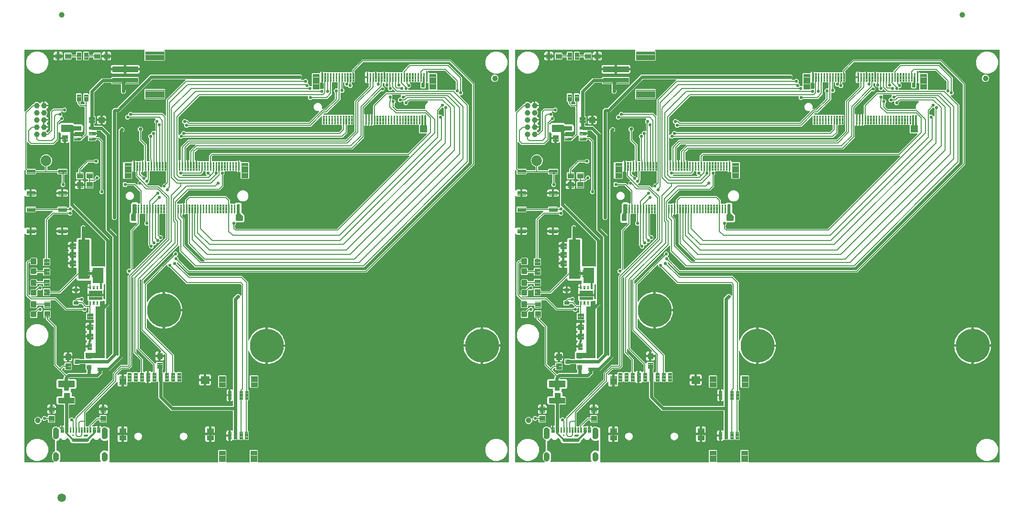
<source format=gtl>
G04 EAGLE Gerber RS-274X export*
G75*
%MOMM*%
%FSLAX34Y34*%
%LPD*%
%INTop Copper*%
%IPPOS*%
%AMOC8*
5,1,8,0,0,1.08239X$1,22.5*%
G01*
%ADD10C,0.102000*%
%ADD11C,0.096000*%
%ADD12C,6.000000*%
%ADD13C,1.000000*%
%ADD14C,0.099059*%
%ADD15C,1.879600*%
%ADD16C,0.100000*%
%ADD17C,0.105000*%
%ADD18C,0.098000*%
%ADD19C,0.654000*%
%ADD20C,0.101600*%
%ADD21C,0.100800*%
%ADD22C,0.300000*%
%ADD23C,0.104000*%
%ADD24C,0.099000*%
%ADD25C,1.500000*%
%ADD26C,0.558800*%
%ADD27C,0.203200*%
%ADD28C,0.254000*%
%ADD29C,0.558800*%
%ADD30C,0.604000*%
%ADD31C,0.635000*%
%ADD32C,0.304800*%
%ADD33C,0.177800*%

G36*
X1213452Y2803D02*
X1213452Y2803D01*
X1213510Y2801D01*
X1213592Y2823D01*
X1213676Y2835D01*
X1213729Y2858D01*
X1213785Y2873D01*
X1213858Y2916D01*
X1213935Y2951D01*
X1213980Y2989D01*
X1214030Y3018D01*
X1214088Y3080D01*
X1214152Y3134D01*
X1214184Y3183D01*
X1214224Y3226D01*
X1214263Y3301D01*
X1214310Y3371D01*
X1214327Y3427D01*
X1214354Y3479D01*
X1214365Y3547D01*
X1214395Y3642D01*
X1214398Y3742D01*
X1214409Y3810D01*
X1214409Y24295D01*
X1215435Y25321D01*
X1227925Y25321D01*
X1228951Y24295D01*
X1228951Y3810D01*
X1228959Y3752D01*
X1228957Y3694D01*
X1228979Y3612D01*
X1228991Y3528D01*
X1229014Y3475D01*
X1229029Y3419D01*
X1229072Y3346D01*
X1229107Y3269D01*
X1229145Y3224D01*
X1229174Y3174D01*
X1229236Y3116D01*
X1229290Y3052D01*
X1229339Y3020D01*
X1229382Y2980D01*
X1229457Y2941D01*
X1229527Y2894D01*
X1229583Y2877D01*
X1229635Y2850D01*
X1229703Y2839D01*
X1229798Y2809D01*
X1229898Y2806D01*
X1229966Y2795D01*
X1269394Y2795D01*
X1269452Y2803D01*
X1269510Y2801D01*
X1269592Y2823D01*
X1269676Y2835D01*
X1269729Y2858D01*
X1269785Y2873D01*
X1269858Y2916D01*
X1269935Y2951D01*
X1269980Y2989D01*
X1270030Y3018D01*
X1270088Y3080D01*
X1270152Y3134D01*
X1270184Y3183D01*
X1270224Y3226D01*
X1270263Y3301D01*
X1270310Y3371D01*
X1270327Y3427D01*
X1270354Y3479D01*
X1270365Y3547D01*
X1270395Y3642D01*
X1270398Y3742D01*
X1270409Y3810D01*
X1270409Y24295D01*
X1271435Y25321D01*
X1283925Y25321D01*
X1284951Y24295D01*
X1284951Y3810D01*
X1284959Y3752D01*
X1284957Y3694D01*
X1284979Y3612D01*
X1284991Y3528D01*
X1285014Y3475D01*
X1285029Y3419D01*
X1285072Y3346D01*
X1285107Y3269D01*
X1285145Y3224D01*
X1285174Y3174D01*
X1285236Y3116D01*
X1285290Y3052D01*
X1285339Y3020D01*
X1285382Y2980D01*
X1285457Y2941D01*
X1285527Y2894D01*
X1285583Y2877D01*
X1285635Y2850D01*
X1285703Y2839D01*
X1285798Y2809D01*
X1285898Y2806D01*
X1285966Y2795D01*
X1728470Y2795D01*
X1728528Y2803D01*
X1728586Y2801D01*
X1728668Y2823D01*
X1728752Y2835D01*
X1728805Y2858D01*
X1728861Y2873D01*
X1728934Y2916D01*
X1729011Y2951D01*
X1729056Y2989D01*
X1729106Y3018D01*
X1729164Y3080D01*
X1729228Y3134D01*
X1729260Y3183D01*
X1729300Y3226D01*
X1729339Y3301D01*
X1729386Y3371D01*
X1729403Y3427D01*
X1729430Y3479D01*
X1729441Y3547D01*
X1729471Y3642D01*
X1729474Y3742D01*
X1729485Y3810D01*
X1729485Y732790D01*
X1729478Y732843D01*
X1729479Y732876D01*
X1729478Y732879D01*
X1729479Y732906D01*
X1729457Y732988D01*
X1729445Y733072D01*
X1729422Y733125D01*
X1729407Y733181D01*
X1729364Y733254D01*
X1729329Y733331D01*
X1729291Y733376D01*
X1729262Y733426D01*
X1729200Y733484D01*
X1729146Y733548D01*
X1729097Y733580D01*
X1729054Y733620D01*
X1728979Y733659D01*
X1728909Y733706D01*
X1728853Y733723D01*
X1728801Y733750D01*
X1728733Y733761D01*
X1728638Y733791D01*
X1728538Y733794D01*
X1728470Y733805D01*
X1120384Y733805D01*
X1120355Y733801D01*
X1120325Y733804D01*
X1120214Y733781D01*
X1120102Y733765D01*
X1120075Y733753D01*
X1120047Y733748D01*
X1119946Y733695D01*
X1119843Y733649D01*
X1119820Y733630D01*
X1119794Y733617D01*
X1119712Y733539D01*
X1119626Y733466D01*
X1119609Y733441D01*
X1119588Y733421D01*
X1119531Y733323D01*
X1119468Y733229D01*
X1119459Y733201D01*
X1119444Y733176D01*
X1119417Y733066D01*
X1119382Y732958D01*
X1119382Y732928D01*
X1119374Y732900D01*
X1119378Y732787D01*
X1119375Y732674D01*
X1119382Y732645D01*
X1119383Y732616D01*
X1119418Y732508D01*
X1119447Y732399D01*
X1119462Y732373D01*
X1119471Y732345D01*
X1119517Y732281D01*
X1119592Y732154D01*
X1119620Y732128D01*
X1119623Y732124D01*
X1119642Y732106D01*
X1119666Y732072D01*
X1120137Y731601D01*
X1120137Y715111D01*
X1119111Y714085D01*
X1084621Y714085D01*
X1083595Y715111D01*
X1083595Y731601D01*
X1084066Y732072D01*
X1084074Y732083D01*
X1084076Y732084D01*
X1084080Y732091D01*
X1084084Y732096D01*
X1084106Y732115D01*
X1084169Y732209D01*
X1084237Y732299D01*
X1084248Y732327D01*
X1084264Y732351D01*
X1084298Y732459D01*
X1084338Y732565D01*
X1084341Y732594D01*
X1084350Y732622D01*
X1084353Y732736D01*
X1084362Y732848D01*
X1084356Y732877D01*
X1084357Y732906D01*
X1084328Y733016D01*
X1084306Y733127D01*
X1084292Y733153D01*
X1084285Y733181D01*
X1084227Y733279D01*
X1084175Y733379D01*
X1084155Y733401D01*
X1084140Y733426D01*
X1084057Y733503D01*
X1083979Y733585D01*
X1083954Y733600D01*
X1083933Y733620D01*
X1083832Y733672D01*
X1083734Y733729D01*
X1083706Y733736D01*
X1083679Y733750D01*
X1083602Y733763D01*
X1083458Y733799D01*
X1083396Y733797D01*
X1083348Y733805D01*
X872490Y733805D01*
X872432Y733797D01*
X872374Y733799D01*
X872292Y733777D01*
X872208Y733765D01*
X872155Y733742D01*
X872099Y733727D01*
X872026Y733684D01*
X871949Y733649D01*
X871904Y733611D01*
X871854Y733582D01*
X871796Y733520D01*
X871732Y733466D01*
X871700Y733417D01*
X871660Y733374D01*
X871621Y733299D01*
X871574Y733229D01*
X871557Y733173D01*
X871530Y733121D01*
X871519Y733053D01*
X871489Y732958D01*
X871486Y732858D01*
X871475Y732790D01*
X871475Y625126D01*
X871479Y625097D01*
X871476Y625067D01*
X871482Y625041D01*
X871481Y625027D01*
X871495Y624974D01*
X871499Y624956D01*
X871515Y624844D01*
X871527Y624817D01*
X871532Y624789D01*
X871584Y624688D01*
X871631Y624585D01*
X871650Y624562D01*
X871663Y624536D01*
X871741Y624454D01*
X871814Y624368D01*
X871839Y624351D01*
X871859Y624330D01*
X871957Y624273D01*
X872051Y624210D01*
X872079Y624201D01*
X872104Y624187D01*
X872214Y624159D01*
X872322Y624124D01*
X872352Y624124D01*
X872380Y624116D01*
X872493Y624120D01*
X872606Y624117D01*
X872635Y624125D01*
X872664Y624125D01*
X872772Y624160D01*
X872881Y624189D01*
X872907Y624204D01*
X872935Y624213D01*
X872998Y624258D01*
X873019Y624271D01*
X873048Y624284D01*
X873065Y624298D01*
X873126Y624334D01*
X873169Y624380D01*
X873208Y624408D01*
X884508Y635708D01*
X886145Y637345D01*
X886923Y637345D01*
X886925Y637345D01*
X886927Y637345D01*
X887067Y637365D01*
X887205Y637385D01*
X887206Y637385D01*
X887208Y637385D01*
X887335Y637443D01*
X887464Y637501D01*
X887466Y637502D01*
X887467Y637503D01*
X887574Y637593D01*
X887681Y637684D01*
X887682Y637686D01*
X887683Y637687D01*
X887691Y637699D01*
X887839Y637921D01*
X887848Y637950D01*
X887861Y637971D01*
X888126Y638610D01*
X889890Y640374D01*
X892195Y641329D01*
X894689Y641329D01*
X896994Y640374D01*
X898296Y639072D01*
X898308Y639063D01*
X898318Y639051D01*
X898422Y638978D01*
X898523Y638901D01*
X898538Y638896D01*
X898550Y638887D01*
X898670Y638845D01*
X898789Y638800D01*
X898804Y638799D01*
X898819Y638794D01*
X898945Y638787D01*
X899072Y638777D01*
X899087Y638780D01*
X899103Y638779D01*
X899227Y638808D01*
X899351Y638832D01*
X899364Y638840D01*
X899380Y638843D01*
X899490Y638905D01*
X899603Y638963D01*
X899614Y638974D01*
X899628Y638982D01*
X899675Y639032D01*
X899809Y639159D01*
X899833Y639199D01*
X899858Y639226D01*
X900285Y639865D01*
X901335Y640915D01*
X902570Y641740D01*
X903942Y642309D01*
X904873Y642494D01*
X904873Y635312D01*
X904881Y635254D01*
X904879Y635196D01*
X904901Y635114D01*
X904913Y635031D01*
X904936Y634977D01*
X904951Y634921D01*
X904994Y634848D01*
X905029Y634771D01*
X905067Y634727D01*
X905096Y634676D01*
X905158Y634619D01*
X905212Y634554D01*
X905261Y634522D01*
X905304Y634482D01*
X905379Y634443D01*
X905449Y634397D01*
X905473Y634389D01*
X905503Y634340D01*
X905537Y634263D01*
X905575Y634218D01*
X905605Y634168D01*
X905666Y634110D01*
X905721Y634046D01*
X905769Y634014D01*
X905812Y633974D01*
X905887Y633935D01*
X905957Y633888D01*
X906013Y633871D01*
X906065Y633844D01*
X906133Y633833D01*
X906228Y633803D01*
X906328Y633800D01*
X906396Y633789D01*
X913578Y633789D01*
X913393Y632858D01*
X912824Y631486D01*
X911999Y630251D01*
X910949Y629201D01*
X910310Y628774D01*
X910299Y628764D01*
X910285Y628756D01*
X910193Y628669D01*
X910098Y628584D01*
X910090Y628571D01*
X910079Y628561D01*
X910015Y628451D01*
X909947Y628344D01*
X909943Y628329D01*
X909935Y628315D01*
X909904Y628193D01*
X909869Y628070D01*
X909869Y628055D01*
X909865Y628040D01*
X909869Y627913D01*
X909869Y627786D01*
X909873Y627771D01*
X909874Y627756D01*
X909913Y627635D01*
X909948Y627513D01*
X909957Y627500D01*
X909961Y627485D01*
X910001Y627429D01*
X910100Y627273D01*
X910135Y627242D01*
X910156Y627212D01*
X911458Y625910D01*
X912413Y623605D01*
X912413Y621111D01*
X911458Y618806D01*
X910156Y617504D01*
X910147Y617492D01*
X910135Y617482D01*
X910061Y617378D01*
X909985Y617277D01*
X909980Y617263D01*
X909971Y617250D01*
X909929Y617130D01*
X909884Y617011D01*
X909883Y616996D01*
X909878Y616981D01*
X909871Y616854D01*
X909861Y616728D01*
X909864Y616713D01*
X909863Y616697D01*
X909892Y616574D01*
X909916Y616449D01*
X909924Y616435D01*
X909927Y616420D01*
X909989Y616310D01*
X910047Y616197D01*
X910058Y616186D01*
X910066Y616172D01*
X910116Y616125D01*
X910243Y615991D01*
X910283Y615967D01*
X910310Y615942D01*
X910949Y615515D01*
X911999Y614465D01*
X912824Y613230D01*
X913393Y611858D01*
X913578Y610927D01*
X906396Y610927D01*
X906338Y610919D01*
X906280Y610921D01*
X906198Y610899D01*
X906115Y610887D01*
X906061Y610864D01*
X906005Y610849D01*
X905932Y610806D01*
X905855Y610771D01*
X905811Y610733D01*
X905760Y610704D01*
X905703Y610642D01*
X905638Y610588D01*
X905606Y610539D01*
X905566Y610496D01*
X905527Y610421D01*
X905481Y610351D01*
X905473Y610327D01*
X905424Y610297D01*
X905347Y610263D01*
X905302Y610225D01*
X905252Y610195D01*
X905194Y610134D01*
X905130Y610079D01*
X905098Y610031D01*
X905058Y609988D01*
X905019Y609913D01*
X904972Y609843D01*
X904955Y609787D01*
X904928Y609735D01*
X904917Y609667D01*
X904887Y609572D01*
X904884Y609472D01*
X904873Y609404D01*
X904873Y597212D01*
X904881Y597154D01*
X904879Y597096D01*
X904901Y597014D01*
X904913Y596931D01*
X904936Y596877D01*
X904951Y596821D01*
X904994Y596748D01*
X905029Y596671D01*
X905067Y596627D01*
X905096Y596576D01*
X905158Y596519D01*
X905212Y596454D01*
X905261Y596422D01*
X905304Y596382D01*
X905379Y596343D01*
X905449Y596297D01*
X905473Y596289D01*
X905503Y596240D01*
X905537Y596163D01*
X905575Y596118D01*
X905605Y596068D01*
X905666Y596010D01*
X905721Y595946D01*
X905769Y595914D01*
X905812Y595874D01*
X905887Y595835D01*
X905957Y595788D01*
X906013Y595771D01*
X906065Y595744D01*
X906133Y595733D01*
X906228Y595703D01*
X906328Y595700D01*
X906396Y595689D01*
X913578Y595689D01*
X913393Y594758D01*
X912824Y593386D01*
X911999Y592151D01*
X910949Y591101D01*
X910310Y590674D01*
X910299Y590664D01*
X910285Y590656D01*
X910193Y590569D01*
X910098Y590484D01*
X910090Y590471D01*
X910079Y590461D01*
X910015Y590351D01*
X909947Y590244D01*
X909943Y590229D01*
X909935Y590215D01*
X909904Y590093D01*
X909869Y589970D01*
X909869Y589955D01*
X909865Y589940D01*
X909869Y589813D01*
X909869Y589686D01*
X909873Y589671D01*
X909874Y589656D01*
X909913Y589535D01*
X909948Y589413D01*
X909957Y589400D01*
X909961Y589385D01*
X910001Y589329D01*
X910100Y589173D01*
X910135Y589142D01*
X910156Y589112D01*
X911458Y587810D01*
X911476Y587766D01*
X911535Y587667D01*
X911588Y587565D01*
X911607Y587545D01*
X911621Y587521D01*
X911705Y587442D01*
X911784Y587359D01*
X911808Y587345D01*
X911828Y587326D01*
X911930Y587273D01*
X912029Y587215D01*
X912056Y587208D01*
X912080Y587195D01*
X912193Y587173D01*
X912304Y587145D01*
X912332Y587146D01*
X912359Y587140D01*
X912474Y587150D01*
X912588Y587154D01*
X912615Y587162D01*
X912643Y587165D01*
X912750Y587206D01*
X912859Y587241D01*
X912879Y587256D01*
X912908Y587267D01*
X913120Y587427D01*
X913132Y587436D01*
X916896Y591200D01*
X916948Y591270D01*
X917008Y591334D01*
X917034Y591383D01*
X917067Y591427D01*
X917098Y591509D01*
X917138Y591587D01*
X917146Y591634D01*
X917168Y591693D01*
X917180Y591840D01*
X917193Y591918D01*
X917193Y624517D01*
X922343Y629667D01*
X938458Y629667D01*
X938544Y629679D01*
X938632Y629682D01*
X938684Y629699D01*
X938739Y629707D01*
X938819Y629742D01*
X938902Y629769D01*
X938942Y629797D01*
X938999Y629823D01*
X939112Y629919D01*
X939176Y629964D01*
X940656Y631445D01*
X944024Y631445D01*
X946405Y629064D01*
X946405Y625696D01*
X944024Y623315D01*
X940656Y623315D01*
X939176Y624796D01*
X939106Y624848D01*
X939042Y624908D01*
X938993Y624934D01*
X938948Y624967D01*
X938867Y624998D01*
X938789Y625038D01*
X938741Y625046D01*
X938683Y625068D01*
X938535Y625080D01*
X938458Y625093D01*
X937586Y625093D01*
X937557Y625089D01*
X937528Y625092D01*
X937417Y625069D01*
X937305Y625053D01*
X937278Y625041D01*
X937249Y625036D01*
X937148Y624983D01*
X937045Y624937D01*
X937023Y624918D01*
X936997Y624905D01*
X936915Y624827D01*
X936828Y624754D01*
X936812Y624729D01*
X936791Y624709D01*
X936734Y624611D01*
X936671Y624517D01*
X936662Y624489D01*
X936647Y624464D01*
X936619Y624354D01*
X936585Y624246D01*
X936584Y624216D01*
X936577Y624188D01*
X936580Y624075D01*
X936578Y623962D01*
X936585Y623933D01*
X936586Y623904D01*
X936621Y623796D01*
X936649Y623687D01*
X936664Y623661D01*
X936673Y623633D01*
X936719Y623570D01*
X936795Y623442D01*
X936840Y623399D01*
X936868Y623360D01*
X938785Y621444D01*
X938785Y618076D01*
X938646Y617938D01*
X938629Y617914D01*
X938606Y617895D01*
X938590Y617871D01*
X938569Y617851D01*
X938526Y617779D01*
X938475Y617711D01*
X938465Y617683D01*
X938449Y617659D01*
X938440Y617631D01*
X938425Y617606D01*
X938404Y617525D01*
X938374Y617445D01*
X938372Y617416D01*
X938363Y617388D01*
X938362Y617358D01*
X938355Y617330D01*
X938358Y617247D01*
X938351Y617162D01*
X938356Y617133D01*
X938356Y617104D01*
X938363Y617075D01*
X938364Y617046D01*
X938390Y616966D01*
X938406Y616883D01*
X938420Y616857D01*
X938427Y616829D01*
X938442Y616803D01*
X938451Y616775D01*
X938491Y616720D01*
X938537Y616631D01*
X938558Y616609D01*
X938573Y616584D01*
X938619Y616541D01*
X938646Y616502D01*
X941325Y613824D01*
X941325Y610456D01*
X938944Y608075D01*
X936850Y608075D01*
X936763Y608063D01*
X936676Y608060D01*
X936623Y608043D01*
X936568Y608035D01*
X936488Y608000D01*
X936405Y607973D01*
X936366Y607945D01*
X936309Y607919D01*
X936196Y607823D01*
X936132Y607778D01*
X932224Y603870D01*
X932172Y603800D01*
X932112Y603736D01*
X932086Y603687D01*
X932053Y603643D01*
X932022Y603561D01*
X931982Y603483D01*
X931974Y603436D01*
X931952Y603377D01*
X931940Y603230D01*
X931927Y603152D01*
X931927Y602529D01*
X931931Y602500D01*
X931928Y602471D01*
X931951Y602360D01*
X931967Y602248D01*
X931979Y602221D01*
X931984Y602192D01*
X932037Y602092D01*
X932083Y601988D01*
X932102Y601966D01*
X932115Y601940D01*
X932193Y601858D01*
X932266Y601771D01*
X932291Y601755D01*
X932311Y601734D01*
X932409Y601677D01*
X932503Y601614D01*
X932531Y601605D01*
X932556Y601590D01*
X932666Y601562D01*
X932774Y601528D01*
X932804Y601527D01*
X932832Y601520D01*
X932945Y601524D01*
X933058Y601521D01*
X933087Y601528D01*
X933116Y601529D01*
X933224Y601564D01*
X933333Y601593D01*
X933359Y601608D01*
X933387Y601617D01*
X933450Y601662D01*
X933578Y601738D01*
X933621Y601783D01*
X933660Y601811D01*
X935988Y604140D01*
X958090Y604140D01*
X960333Y601897D01*
X960402Y601845D01*
X960466Y601785D01*
X960516Y601759D01*
X960560Y601726D01*
X960641Y601695D01*
X960719Y601655D01*
X960767Y601647D01*
X960825Y601625D01*
X960973Y601613D01*
X961050Y601600D01*
X973330Y601600D01*
X975488Y599442D01*
X975488Y590040D01*
X973330Y587882D01*
X961050Y587882D01*
X960964Y587870D01*
X960876Y587867D01*
X960824Y587850D01*
X960769Y587842D01*
X960689Y587807D01*
X960606Y587780D01*
X960567Y587752D01*
X960509Y587726D01*
X960396Y587630D01*
X960333Y587585D01*
X959402Y586654D01*
X959350Y586585D01*
X959290Y586521D01*
X959264Y586471D01*
X959231Y586427D01*
X959200Y586346D01*
X959160Y586268D01*
X959152Y586220D01*
X959130Y586162D01*
X959118Y586014D01*
X959105Y585937D01*
X959105Y581260D01*
X959113Y581202D01*
X959111Y581144D01*
X959133Y581062D01*
X959145Y580978D01*
X959168Y580925D01*
X959183Y580869D01*
X959226Y580796D01*
X959261Y580719D01*
X959299Y580674D01*
X959328Y580624D01*
X959390Y580566D01*
X959444Y580502D01*
X959493Y580470D01*
X959536Y580430D01*
X959611Y580391D01*
X959681Y580344D01*
X959737Y580327D01*
X959789Y580300D01*
X959857Y580289D01*
X959952Y580259D01*
X960052Y580256D01*
X960120Y580245D01*
X971643Y580245D01*
X971729Y580159D01*
X971776Y580124D01*
X971816Y580081D01*
X971889Y580039D01*
X971956Y579988D01*
X972011Y579967D01*
X972061Y579938D01*
X972143Y579917D01*
X972222Y579887D01*
X972280Y579882D01*
X972337Y579868D01*
X972421Y579870D01*
X972505Y579863D01*
X972563Y579875D01*
X972621Y579877D01*
X972701Y579903D01*
X972784Y579919D01*
X972836Y579946D01*
X972892Y579964D01*
X972948Y580004D01*
X973036Y580050D01*
X973109Y580119D01*
X973165Y580159D01*
X977856Y584850D01*
X977867Y584865D01*
X977876Y584873D01*
X977902Y584911D01*
X977908Y584920D01*
X977968Y584984D01*
X977994Y585033D01*
X978027Y585077D01*
X978058Y585159D01*
X978098Y585237D01*
X978106Y585284D01*
X978128Y585343D01*
X978140Y585490D01*
X978153Y585568D01*
X978153Y631698D01*
X978145Y631756D01*
X978147Y631814D01*
X978125Y631896D01*
X978113Y631980D01*
X978090Y632033D01*
X978075Y632089D01*
X978032Y632162D01*
X977997Y632239D01*
X977959Y632284D01*
X977930Y632334D01*
X977868Y632392D01*
X977814Y632456D01*
X977765Y632488D01*
X977722Y632528D01*
X977647Y632567D01*
X977577Y632614D01*
X977521Y632631D01*
X977469Y632658D01*
X977401Y632669D01*
X977306Y632699D01*
X977206Y632702D01*
X977138Y632713D01*
X970603Y632713D01*
X965453Y637863D01*
X965453Y640164D01*
X965445Y640222D01*
X965447Y640280D01*
X965425Y640362D01*
X965413Y640446D01*
X965390Y640499D01*
X965375Y640555D01*
X965332Y640628D01*
X965297Y640705D01*
X965259Y640750D01*
X965230Y640800D01*
X965168Y640858D01*
X965114Y640922D01*
X965065Y640954D01*
X965022Y640994D01*
X964947Y641033D01*
X964877Y641080D01*
X964821Y641097D01*
X964769Y641124D01*
X964701Y641135D01*
X964606Y641165D01*
X964506Y641168D01*
X964438Y641179D01*
X963694Y641179D01*
X962659Y642214D01*
X962659Y655386D01*
X963694Y656421D01*
X971786Y656421D01*
X972821Y655386D01*
X972821Y642214D01*
X971786Y641179D01*
X971056Y641179D01*
X971027Y641175D01*
X970997Y641178D01*
X970886Y641155D01*
X970774Y641139D01*
X970747Y641127D01*
X970719Y641122D01*
X970618Y641069D01*
X970515Y641023D01*
X970492Y641004D01*
X970466Y640991D01*
X970384Y640913D01*
X970298Y640840D01*
X970282Y640815D01*
X970260Y640795D01*
X970203Y640697D01*
X970140Y640603D01*
X970131Y640575D01*
X970117Y640550D01*
X970089Y640440D01*
X970054Y640332D01*
X970054Y640302D01*
X970046Y640274D01*
X970050Y640161D01*
X970047Y640048D01*
X970055Y640019D01*
X970055Y639990D01*
X970090Y639882D01*
X970119Y639773D01*
X970134Y639747D01*
X970143Y639719D01*
X970188Y639656D01*
X970264Y639528D01*
X970310Y639485D01*
X970338Y639446D01*
X972200Y637584D01*
X972270Y637532D01*
X972334Y637472D01*
X972383Y637446D01*
X972427Y637413D01*
X972509Y637382D01*
X972587Y637342D01*
X972634Y637334D01*
X972693Y637312D01*
X972840Y637300D01*
X972918Y637287D01*
X977138Y637287D01*
X977196Y637295D01*
X977254Y637293D01*
X977336Y637315D01*
X977420Y637327D01*
X977473Y637350D01*
X977529Y637365D01*
X977602Y637408D01*
X977679Y637443D01*
X977724Y637481D01*
X977774Y637510D01*
X977832Y637572D01*
X977896Y637626D01*
X977928Y637675D01*
X977968Y637718D01*
X978007Y637793D01*
X978054Y637863D01*
X978071Y637919D01*
X978098Y637971D01*
X978109Y638039D01*
X978139Y638134D01*
X978142Y638234D01*
X978153Y638302D01*
X978153Y640164D01*
X978145Y640222D01*
X978147Y640280D01*
X978125Y640362D01*
X978113Y640446D01*
X978090Y640499D01*
X978075Y640555D01*
X978032Y640628D01*
X977997Y640705D01*
X977959Y640750D01*
X977930Y640800D01*
X977868Y640858D01*
X977814Y640922D01*
X977765Y640954D01*
X977722Y640994D01*
X977647Y641033D01*
X977577Y641080D01*
X977521Y641097D01*
X977469Y641124D01*
X977401Y641135D01*
X977306Y641165D01*
X977206Y641168D01*
X977138Y641179D01*
X976394Y641179D01*
X975359Y642214D01*
X975359Y655386D01*
X976394Y656421D01*
X984486Y656421D01*
X985192Y655715D01*
X985216Y655697D01*
X985235Y655675D01*
X985329Y655612D01*
X985419Y655544D01*
X985447Y655533D01*
X985471Y655517D01*
X985579Y655483D01*
X985685Y655443D01*
X985714Y655440D01*
X985742Y655431D01*
X985856Y655429D01*
X985968Y655419D01*
X985997Y655425D01*
X986026Y655424D01*
X986136Y655453D01*
X986247Y655475D01*
X986273Y655489D01*
X986301Y655496D01*
X986399Y655554D01*
X986499Y655606D01*
X986521Y655626D01*
X986546Y655641D01*
X986623Y655724D01*
X986705Y655802D01*
X986720Y655827D01*
X986740Y655849D01*
X986792Y655950D01*
X986849Y656047D01*
X986856Y656076D01*
X986870Y656102D01*
X986883Y656179D01*
X986919Y656323D01*
X986917Y656385D01*
X986925Y656433D01*
X986925Y661594D01*
X1008752Y683421D01*
X1024580Y683421D01*
X1024638Y683429D01*
X1024696Y683427D01*
X1024778Y683449D01*
X1024862Y683461D01*
X1024915Y683484D01*
X1024971Y683499D01*
X1025044Y683542D01*
X1025121Y683577D01*
X1025166Y683615D01*
X1025216Y683644D01*
X1025274Y683706D01*
X1025338Y683760D01*
X1025370Y683809D01*
X1025410Y683852D01*
X1025449Y683927D01*
X1025496Y683997D01*
X1025513Y684053D01*
X1025540Y684105D01*
X1025551Y684173D01*
X1025581Y684268D01*
X1025584Y684368D01*
X1025595Y684436D01*
X1025595Y684590D01*
X1026632Y685627D01*
X1073100Y685627D01*
X1074137Y684590D01*
X1074137Y674122D01*
X1073100Y673085D01*
X1051560Y673085D01*
X1051502Y673077D01*
X1051444Y673079D01*
X1051362Y673057D01*
X1051278Y673045D01*
X1051225Y673022D01*
X1051169Y673007D01*
X1051096Y672964D01*
X1051019Y672929D01*
X1050974Y672891D01*
X1050924Y672862D01*
X1050866Y672800D01*
X1050802Y672746D01*
X1050770Y672697D01*
X1050730Y672654D01*
X1050691Y672579D01*
X1050644Y672509D01*
X1050627Y672453D01*
X1050600Y672401D01*
X1050589Y672333D01*
X1050559Y672238D01*
X1050556Y672138D01*
X1050545Y672070D01*
X1050545Y662824D01*
X1050557Y662737D01*
X1050560Y662650D01*
X1050577Y662597D01*
X1050585Y662542D01*
X1050620Y662463D01*
X1050647Y662379D01*
X1050675Y662340D01*
X1050701Y662283D01*
X1050771Y662200D01*
X1050771Y658623D01*
X1048257Y656109D01*
X1044703Y656109D01*
X1042189Y658623D01*
X1042189Y662196D01*
X1042230Y662240D01*
X1042256Y662289D01*
X1042289Y662333D01*
X1042320Y662415D01*
X1042360Y662493D01*
X1042368Y662540D01*
X1042390Y662599D01*
X1042402Y662746D01*
X1042415Y662824D01*
X1042415Y672070D01*
X1042407Y672128D01*
X1042409Y672186D01*
X1042387Y672268D01*
X1042375Y672352D01*
X1042352Y672405D01*
X1042337Y672461D01*
X1042294Y672534D01*
X1042259Y672611D01*
X1042221Y672656D01*
X1042192Y672706D01*
X1042130Y672764D01*
X1042076Y672828D01*
X1042027Y672860D01*
X1041984Y672900D01*
X1041909Y672939D01*
X1041839Y672986D01*
X1041783Y673003D01*
X1041731Y673030D01*
X1041663Y673041D01*
X1041568Y673071D01*
X1041468Y673074D01*
X1041400Y673085D01*
X1026632Y673085D01*
X1025595Y674122D01*
X1025595Y674276D01*
X1025587Y674334D01*
X1025589Y674392D01*
X1025567Y674474D01*
X1025555Y674558D01*
X1025532Y674611D01*
X1025517Y674667D01*
X1025474Y674740D01*
X1025439Y674817D01*
X1025401Y674862D01*
X1025372Y674912D01*
X1025310Y674970D01*
X1025256Y675034D01*
X1025207Y675066D01*
X1025164Y675106D01*
X1025089Y675145D01*
X1025019Y675192D01*
X1024963Y675209D01*
X1024911Y675236D01*
X1024843Y675247D01*
X1024748Y675277D01*
X1024648Y675280D01*
X1024580Y675291D01*
X1012540Y675291D01*
X1012454Y675279D01*
X1012366Y675276D01*
X1012314Y675259D01*
X1012259Y675251D01*
X1012179Y675216D01*
X1012096Y675189D01*
X1012056Y675161D01*
X1011999Y675135D01*
X1011886Y675039D01*
X1011822Y674994D01*
X995352Y658524D01*
X995300Y658454D01*
X995240Y658390D01*
X995214Y658341D01*
X995181Y658296D01*
X995150Y658215D01*
X995110Y658137D01*
X995102Y658089D01*
X995080Y658031D01*
X995068Y657883D01*
X995055Y657806D01*
X995055Y616886D01*
X995063Y616828D01*
X995061Y616770D01*
X995083Y616688D01*
X995095Y616604D01*
X995118Y616551D01*
X995133Y616495D01*
X995176Y616422D01*
X995211Y616345D01*
X995249Y616300D01*
X995278Y616250D01*
X995340Y616192D01*
X995394Y616128D01*
X995443Y616096D01*
X995486Y616056D01*
X995561Y616017D01*
X995631Y615970D01*
X995687Y615953D01*
X995739Y615926D01*
X995807Y615915D01*
X995902Y615885D01*
X996002Y615882D01*
X996070Y615871D01*
X996724Y615871D01*
X997761Y614834D01*
X997761Y604366D01*
X996724Y603329D01*
X996070Y603329D01*
X996012Y603321D01*
X995954Y603323D01*
X995872Y603301D01*
X995788Y603289D01*
X995735Y603266D01*
X995679Y603251D01*
X995606Y603208D01*
X995529Y603173D01*
X995484Y603135D01*
X995434Y603106D01*
X995376Y603044D01*
X995312Y602990D01*
X995280Y602941D01*
X995240Y602898D01*
X995201Y602823D01*
X995154Y602753D01*
X995137Y602697D01*
X995110Y602645D01*
X995099Y602577D01*
X995069Y602482D01*
X995066Y602382D01*
X995055Y602314D01*
X995055Y600304D01*
X995063Y600246D01*
X995061Y600188D01*
X995083Y600106D01*
X995095Y600022D01*
X995118Y599969D01*
X995133Y599913D01*
X995176Y599840D01*
X995211Y599763D01*
X995249Y599718D01*
X995278Y599668D01*
X995340Y599610D01*
X995394Y599546D01*
X995443Y599514D01*
X995486Y599474D01*
X995561Y599435D01*
X995631Y599388D01*
X995687Y599371D01*
X995739Y599344D01*
X995807Y599333D01*
X995902Y599303D01*
X996002Y599300D01*
X996070Y599289D01*
X1009200Y599289D01*
X1023367Y585122D01*
X1023367Y417902D01*
X1023379Y417816D01*
X1023382Y417728D01*
X1023399Y417676D01*
X1023407Y417621D01*
X1023442Y417541D01*
X1023469Y417458D01*
X1023497Y417418D01*
X1023523Y417361D01*
X1023619Y417248D01*
X1023664Y417184D01*
X1035305Y405544D01*
X1035305Y192604D01*
X1035309Y192575D01*
X1035306Y192546D01*
X1035329Y192435D01*
X1035345Y192323D01*
X1035357Y192296D01*
X1035362Y192267D01*
X1035415Y192166D01*
X1035461Y192063D01*
X1035480Y192041D01*
X1035493Y192015D01*
X1035571Y191933D01*
X1035644Y191846D01*
X1035669Y191830D01*
X1035689Y191809D01*
X1035787Y191751D01*
X1035881Y191689D01*
X1035909Y191680D01*
X1035934Y191665D01*
X1036044Y191637D01*
X1036152Y191603D01*
X1036182Y191602D01*
X1036210Y191595D01*
X1036323Y191598D01*
X1036436Y191596D01*
X1036465Y191603D01*
X1036494Y191604D01*
X1036602Y191639D01*
X1036711Y191667D01*
X1036737Y191682D01*
X1036765Y191691D01*
X1036829Y191737D01*
X1036956Y191813D01*
X1036999Y191858D01*
X1037038Y191886D01*
X1037800Y192648D01*
X1037853Y192718D01*
X1037912Y192782D01*
X1037938Y192831D01*
X1037971Y192876D01*
X1038002Y192957D01*
X1038042Y193035D01*
X1038050Y193083D01*
X1038072Y193141D01*
X1038084Y193289D01*
X1038097Y193366D01*
X1038097Y592234D01*
X1039606Y593742D01*
X1039658Y593812D01*
X1039718Y593876D01*
X1039744Y593925D01*
X1039777Y593970D01*
X1039808Y594051D01*
X1039848Y594129D01*
X1039856Y594177D01*
X1039878Y594235D01*
X1039887Y594343D01*
X1042417Y596873D01*
X1045971Y596873D01*
X1048485Y594359D01*
X1048485Y590805D01*
X1046524Y588844D01*
X1046472Y588774D01*
X1046412Y588710D01*
X1046386Y588661D01*
X1046353Y588617D01*
X1046322Y588535D01*
X1046282Y588457D01*
X1046274Y588410D01*
X1046252Y588351D01*
X1046240Y588204D01*
X1046227Y588126D01*
X1046227Y535184D01*
X1046231Y535155D01*
X1046228Y535125D01*
X1046251Y535014D01*
X1046267Y534902D01*
X1046279Y534875D01*
X1046284Y534847D01*
X1046337Y534746D01*
X1046383Y534643D01*
X1046402Y534620D01*
X1046415Y534594D01*
X1046493Y534512D01*
X1046566Y534426D01*
X1046591Y534409D01*
X1046611Y534388D01*
X1046709Y534331D01*
X1046803Y534268D01*
X1046831Y534259D01*
X1046856Y534244D01*
X1046966Y534217D01*
X1047074Y534182D01*
X1047104Y534182D01*
X1047132Y534174D01*
X1047245Y534178D01*
X1047358Y534175D01*
X1047387Y534182D01*
X1047416Y534183D01*
X1047524Y534218D01*
X1047633Y534247D01*
X1047659Y534262D01*
X1047687Y534271D01*
X1047751Y534317D01*
X1047878Y534392D01*
X1047921Y534438D01*
X1047960Y534466D01*
X1048495Y535001D01*
X1060821Y535001D01*
X1060888Y535010D01*
X1060956Y535010D01*
X1061028Y535030D01*
X1061102Y535041D01*
X1061165Y535068D01*
X1061230Y535087D01*
X1061294Y535126D01*
X1061362Y535157D01*
X1061414Y535201D01*
X1061472Y535237D01*
X1061522Y535292D01*
X1061579Y535340D01*
X1061617Y535397D01*
X1061662Y535448D01*
X1061688Y535505D01*
X1061736Y535577D01*
X1061771Y535686D01*
X1061802Y535753D01*
X1061907Y536147D01*
X1062309Y536843D01*
X1062877Y537411D01*
X1063572Y537813D01*
X1064348Y538021D01*
X1064725Y538021D01*
X1064725Y527730D01*
X1064725Y517439D01*
X1064348Y517439D01*
X1063572Y517647D01*
X1063534Y517670D01*
X1063497Y517684D01*
X1063465Y517706D01*
X1063366Y517737D01*
X1063270Y517776D01*
X1063231Y517780D01*
X1063194Y517792D01*
X1063090Y517794D01*
X1062987Y517805D01*
X1062949Y517798D01*
X1062910Y517799D01*
X1062809Y517773D01*
X1062707Y517754D01*
X1062672Y517737D01*
X1062635Y517727D01*
X1062546Y517674D01*
X1062453Y517628D01*
X1062424Y517602D01*
X1062390Y517582D01*
X1062319Y517506D01*
X1062243Y517436D01*
X1062222Y517403D01*
X1062196Y517375D01*
X1062149Y517282D01*
X1062094Y517194D01*
X1062084Y517156D01*
X1062066Y517121D01*
X1062053Y517045D01*
X1062019Y516920D01*
X1062020Y516846D01*
X1062011Y516790D01*
X1062011Y505985D01*
X1060985Y504959D01*
X1048495Y504959D01*
X1047960Y505494D01*
X1047936Y505512D01*
X1047917Y505534D01*
X1047823Y505597D01*
X1047733Y505665D01*
X1047705Y505676D01*
X1047681Y505692D01*
X1047573Y505726D01*
X1047467Y505766D01*
X1047438Y505769D01*
X1047410Y505778D01*
X1047296Y505781D01*
X1047184Y505790D01*
X1047155Y505784D01*
X1047126Y505785D01*
X1047016Y505756D01*
X1046905Y505734D01*
X1046879Y505720D01*
X1046851Y505713D01*
X1046753Y505655D01*
X1046653Y505603D01*
X1046631Y505583D01*
X1046606Y505568D01*
X1046529Y505485D01*
X1046447Y505407D01*
X1046432Y505382D01*
X1046412Y505361D01*
X1046360Y505260D01*
X1046303Y505162D01*
X1046296Y505134D01*
X1046282Y505107D01*
X1046269Y505030D01*
X1046233Y504886D01*
X1046235Y504824D01*
X1046227Y504776D01*
X1046227Y499690D01*
X1046231Y499661D01*
X1046228Y499632D01*
X1046251Y499521D01*
X1046267Y499409D01*
X1046279Y499382D01*
X1046284Y499353D01*
X1046337Y499252D01*
X1046383Y499149D01*
X1046402Y499127D01*
X1046415Y499101D01*
X1046493Y499019D01*
X1046566Y498932D01*
X1046591Y498916D01*
X1046611Y498895D01*
X1046709Y498837D01*
X1046803Y498775D01*
X1046831Y498766D01*
X1046856Y498751D01*
X1046966Y498723D01*
X1047074Y498689D01*
X1047104Y498688D01*
X1047132Y498681D01*
X1047245Y498684D01*
X1047358Y498682D01*
X1047387Y498689D01*
X1047416Y498690D01*
X1047524Y498725D01*
X1047633Y498753D01*
X1047659Y498768D01*
X1047687Y498777D01*
X1047751Y498823D01*
X1047878Y498899D01*
X1047921Y498944D01*
X1047960Y498972D01*
X1048352Y499365D01*
X1051720Y499365D01*
X1053200Y497884D01*
X1053270Y497832D01*
X1053334Y497772D01*
X1053383Y497746D01*
X1053428Y497713D01*
X1053509Y497682D01*
X1053587Y497642D01*
X1053635Y497634D01*
X1053693Y497612D01*
X1053841Y497600D01*
X1053918Y497587D01*
X1067747Y497587D01*
X1069384Y495950D01*
X1070146Y495188D01*
X1070170Y495170D01*
X1070189Y495148D01*
X1070283Y495085D01*
X1070373Y495017D01*
X1070401Y495006D01*
X1070425Y494990D01*
X1070533Y494956D01*
X1070639Y494916D01*
X1070668Y494913D01*
X1070696Y494904D01*
X1070810Y494901D01*
X1070922Y494892D01*
X1070951Y494898D01*
X1070980Y494897D01*
X1071090Y494926D01*
X1071201Y494948D01*
X1071227Y494962D01*
X1071255Y494969D01*
X1071353Y495027D01*
X1071453Y495079D01*
X1071475Y495099D01*
X1071500Y495114D01*
X1071577Y495197D01*
X1071659Y495275D01*
X1071674Y495300D01*
X1071694Y495321D01*
X1071746Y495422D01*
X1071803Y495520D01*
X1071810Y495548D01*
X1071824Y495575D01*
X1071837Y495652D01*
X1071873Y495796D01*
X1071871Y495858D01*
X1071879Y495906D01*
X1071879Y499270D01*
X1074427Y501817D01*
X1074462Y501864D01*
X1074505Y501904D01*
X1074547Y501977D01*
X1074598Y502045D01*
X1074619Y502099D01*
X1074648Y502150D01*
X1074669Y502231D01*
X1074699Y502310D01*
X1074704Y502369D01*
X1074718Y502425D01*
X1074716Y502509D01*
X1074723Y502594D01*
X1074711Y502651D01*
X1074709Y502709D01*
X1074683Y502790D01*
X1074667Y502872D01*
X1074640Y502924D01*
X1074622Y502980D01*
X1074582Y503036D01*
X1074536Y503125D01*
X1074467Y503197D01*
X1074427Y503253D01*
X1070090Y507590D01*
X1068453Y509227D01*
X1068453Y516470D01*
X1068446Y516519D01*
X1068449Y516567D01*
X1068427Y516659D01*
X1068413Y516752D01*
X1068394Y516796D01*
X1068382Y516844D01*
X1068336Y516926D01*
X1068297Y517011D01*
X1068266Y517048D01*
X1068242Y517091D01*
X1068174Y517156D01*
X1068114Y517228D01*
X1068073Y517255D01*
X1068038Y517289D01*
X1067955Y517334D01*
X1067877Y517386D01*
X1067830Y517401D01*
X1067787Y517424D01*
X1067695Y517443D01*
X1067606Y517472D01*
X1067557Y517473D01*
X1067509Y517483D01*
X1067435Y517476D01*
X1067322Y517479D01*
X1067238Y517457D01*
X1067175Y517451D01*
X1067132Y517439D01*
X1066755Y517439D01*
X1066755Y527730D01*
X1066755Y538021D01*
X1067132Y538021D01*
X1067908Y537813D01*
X1068603Y537411D01*
X1068966Y537048D01*
X1069036Y536996D01*
X1069100Y536936D01*
X1069149Y536910D01*
X1069194Y536877D01*
X1069275Y536846D01*
X1069353Y536806D01*
X1069401Y536798D01*
X1069459Y536776D01*
X1069607Y536764D01*
X1069684Y536751D01*
X1072468Y536751D01*
X1072522Y536696D01*
X1072569Y536661D01*
X1072609Y536619D01*
X1072682Y536576D01*
X1072749Y536525D01*
X1072804Y536504D01*
X1072854Y536475D01*
X1072936Y536454D01*
X1073015Y536424D01*
X1073073Y536419D01*
X1073130Y536405D01*
X1073214Y536408D01*
X1073298Y536401D01*
X1073356Y536412D01*
X1073414Y536414D01*
X1073494Y536440D01*
X1073577Y536456D01*
X1073629Y536483D01*
X1073685Y536501D01*
X1073741Y536541D01*
X1073829Y536587D01*
X1073902Y536656D01*
X1073958Y536696D01*
X1074012Y536751D01*
X1076796Y536751D01*
X1076882Y536763D01*
X1076970Y536766D01*
X1077022Y536783D01*
X1077077Y536791D01*
X1077157Y536826D01*
X1077240Y536853D01*
X1077280Y536881D01*
X1077337Y536907D01*
X1077450Y537003D01*
X1077514Y537048D01*
X1077877Y537411D01*
X1078572Y537813D01*
X1079348Y538021D01*
X1079725Y538021D01*
X1079725Y527730D01*
X1079725Y517439D01*
X1079246Y517439D01*
X1079188Y517431D01*
X1079130Y517433D01*
X1079048Y517411D01*
X1078964Y517399D01*
X1078911Y517376D01*
X1078855Y517361D01*
X1078782Y517318D01*
X1078705Y517283D01*
X1078660Y517245D01*
X1078610Y517216D01*
X1078552Y517154D01*
X1078488Y517100D01*
X1078456Y517051D01*
X1078416Y517008D01*
X1078377Y516933D01*
X1078330Y516863D01*
X1078313Y516807D01*
X1078286Y516755D01*
X1078275Y516687D01*
X1078245Y516592D01*
X1078242Y516492D01*
X1078231Y516424D01*
X1078231Y514448D01*
X1078238Y514395D01*
X1078237Y514364D01*
X1078244Y514341D01*
X1078246Y514274D01*
X1078263Y514221D01*
X1078271Y514166D01*
X1078306Y514086D01*
X1078333Y514003D01*
X1078361Y513964D01*
X1078387Y513907D01*
X1078483Y513794D01*
X1078528Y513730D01*
X1082182Y510076D01*
X1082252Y510024D01*
X1082316Y509964D01*
X1082365Y509938D01*
X1082409Y509905D01*
X1082491Y509874D01*
X1082569Y509834D01*
X1082616Y509826D01*
X1082675Y509804D01*
X1082822Y509792D01*
X1082900Y509779D01*
X1084994Y509779D01*
X1086910Y507862D01*
X1086934Y507845D01*
X1086953Y507822D01*
X1087047Y507759D01*
X1087137Y507691D01*
X1087165Y507681D01*
X1087189Y507665D01*
X1087297Y507630D01*
X1087403Y507590D01*
X1087432Y507588D01*
X1087460Y507579D01*
X1087574Y507576D01*
X1087686Y507567D01*
X1087715Y507572D01*
X1087744Y507572D01*
X1087854Y507600D01*
X1087965Y507622D01*
X1087991Y507636D01*
X1088019Y507643D01*
X1088117Y507701D01*
X1088217Y507753D01*
X1088239Y507774D01*
X1088264Y507789D01*
X1088341Y507871D01*
X1088423Y507949D01*
X1088438Y507975D01*
X1088458Y507996D01*
X1088510Y508097D01*
X1088567Y508195D01*
X1088574Y508223D01*
X1088588Y508249D01*
X1088601Y508326D01*
X1088637Y508470D01*
X1088635Y508533D01*
X1088643Y508580D01*
X1088643Y517694D01*
X1088635Y517752D01*
X1088637Y517810D01*
X1088615Y517892D01*
X1088603Y517976D01*
X1088580Y518029D01*
X1088565Y518085D01*
X1088522Y518158D01*
X1088487Y518235D01*
X1088449Y518280D01*
X1088420Y518330D01*
X1088358Y518388D01*
X1088304Y518452D01*
X1088255Y518484D01*
X1088212Y518524D01*
X1088137Y518563D01*
X1088067Y518610D01*
X1088011Y518627D01*
X1087959Y518654D01*
X1087891Y518665D01*
X1087796Y518695D01*
X1087696Y518698D01*
X1087628Y518709D01*
X1084684Y518709D01*
X1084598Y518697D01*
X1084510Y518694D01*
X1084457Y518677D01*
X1084403Y518669D01*
X1084323Y518634D01*
X1084240Y518607D01*
X1084200Y518579D01*
X1084143Y518553D01*
X1084030Y518457D01*
X1083966Y518412D01*
X1083603Y518049D01*
X1082908Y517647D01*
X1082132Y517439D01*
X1081755Y517439D01*
X1081755Y527730D01*
X1081755Y538021D01*
X1082131Y538021D01*
X1082175Y538009D01*
X1082224Y538003D01*
X1082270Y537988D01*
X1082364Y537986D01*
X1082457Y537975D01*
X1082505Y537982D01*
X1082554Y537981D01*
X1082645Y538005D01*
X1082738Y538020D01*
X1082782Y538041D01*
X1082829Y538053D01*
X1082910Y538101D01*
X1082995Y538141D01*
X1083032Y538173D01*
X1083074Y538198D01*
X1083138Y538267D01*
X1083209Y538329D01*
X1083235Y538370D01*
X1083268Y538405D01*
X1083311Y538489D01*
X1083362Y538568D01*
X1083376Y538615D01*
X1083398Y538659D01*
X1083410Y538732D01*
X1083442Y538841D01*
X1083443Y538928D01*
X1083453Y538990D01*
X1083453Y563892D01*
X1083441Y563979D01*
X1083438Y564066D01*
X1083421Y564119D01*
X1083413Y564174D01*
X1083378Y564254D01*
X1083351Y564337D01*
X1083323Y564376D01*
X1083297Y564433D01*
X1083201Y564546D01*
X1083156Y564610D01*
X1074673Y573093D01*
X1074673Y588669D01*
X1074661Y588756D01*
X1074658Y588843D01*
X1074641Y588896D01*
X1074633Y588950D01*
X1074598Y589030D01*
X1074571Y589114D01*
X1074543Y589153D01*
X1074517Y589210D01*
X1074421Y589323D01*
X1074376Y589387D01*
X1072514Y591248D01*
X1072514Y594932D01*
X1075118Y597536D01*
X1078802Y597536D01*
X1081406Y594932D01*
X1081406Y591248D01*
X1079544Y589387D01*
X1079492Y589317D01*
X1079432Y589253D01*
X1079406Y589204D01*
X1079373Y589160D01*
X1079342Y589078D01*
X1079302Y589000D01*
X1079294Y588952D01*
X1079272Y588894D01*
X1079261Y588763D01*
X1079261Y588762D01*
X1079261Y588757D01*
X1079260Y588746D01*
X1079247Y588669D01*
X1079247Y575408D01*
X1079259Y575321D01*
X1079262Y575234D01*
X1079279Y575181D01*
X1079287Y575126D01*
X1079322Y575046D01*
X1079349Y574963D01*
X1079377Y574924D01*
X1079403Y574867D01*
X1079457Y574803D01*
X1079482Y574760D01*
X1079518Y574727D01*
X1079544Y574690D01*
X1088027Y566207D01*
X1088027Y537766D01*
X1088033Y537718D01*
X1088033Y537715D01*
X1088035Y537711D01*
X1088035Y537708D01*
X1088033Y537650D01*
X1088055Y537568D01*
X1088067Y537484D01*
X1088090Y537431D01*
X1088105Y537375D01*
X1088148Y537302D01*
X1088183Y537225D01*
X1088221Y537180D01*
X1088250Y537130D01*
X1088312Y537072D01*
X1088366Y537008D01*
X1088415Y536976D01*
X1088458Y536936D01*
X1088533Y536897D01*
X1088603Y536850D01*
X1088659Y536833D01*
X1088711Y536806D01*
X1088779Y536795D01*
X1088874Y536765D01*
X1088974Y536762D01*
X1089042Y536751D01*
X1092438Y536751D01*
X1092496Y536759D01*
X1092554Y536757D01*
X1092636Y536779D01*
X1092720Y536791D01*
X1092773Y536814D01*
X1092829Y536829D01*
X1092902Y536872D01*
X1092979Y536907D01*
X1093024Y536945D01*
X1093074Y536974D01*
X1093132Y537036D01*
X1093196Y537090D01*
X1093228Y537139D01*
X1093268Y537182D01*
X1093307Y537257D01*
X1093354Y537327D01*
X1093371Y537383D01*
X1093398Y537435D01*
X1093409Y537503D01*
X1093439Y537598D01*
X1093442Y537698D01*
X1093453Y537766D01*
X1093453Y538046D01*
X1093441Y538133D01*
X1093438Y538220D01*
X1093421Y538273D01*
X1093413Y538328D01*
X1093378Y538408D01*
X1093351Y538491D01*
X1093323Y538530D01*
X1093297Y538587D01*
X1093201Y538700D01*
X1093156Y538764D01*
X1092453Y539467D01*
X1092453Y576762D01*
X1092441Y576848D01*
X1092438Y576936D01*
X1092421Y576988D01*
X1092413Y577043D01*
X1092378Y577123D01*
X1092351Y577206D01*
X1092323Y577246D01*
X1092297Y577303D01*
X1092201Y577416D01*
X1092156Y577480D01*
X1090675Y578960D01*
X1090675Y582328D01*
X1093056Y584709D01*
X1094740Y584709D01*
X1094798Y584717D01*
X1094856Y584715D01*
X1094938Y584737D01*
X1095022Y584749D01*
X1095075Y584772D01*
X1095131Y584787D01*
X1095204Y584830D01*
X1095281Y584865D01*
X1095326Y584903D01*
X1095376Y584932D01*
X1095434Y584994D01*
X1095498Y585048D01*
X1095530Y585097D01*
X1095570Y585140D01*
X1095609Y585215D01*
X1095656Y585285D01*
X1095673Y585341D01*
X1095700Y585393D01*
X1095711Y585461D01*
X1095741Y585556D01*
X1095744Y585656D01*
X1095755Y585724D01*
X1095755Y587408D01*
X1098136Y589789D01*
X1101506Y589789D01*
X1101509Y589786D01*
X1101603Y589723D01*
X1101693Y589655D01*
X1101721Y589645D01*
X1101745Y589629D01*
X1101853Y589594D01*
X1101959Y589554D01*
X1101988Y589552D01*
X1102016Y589543D01*
X1102129Y589540D01*
X1102242Y589531D01*
X1102271Y589536D01*
X1102300Y589536D01*
X1102410Y589564D01*
X1102521Y589586D01*
X1102547Y589600D01*
X1102575Y589607D01*
X1102673Y589665D01*
X1102773Y589717D01*
X1102795Y589738D01*
X1102820Y589753D01*
X1102897Y589835D01*
X1102979Y589913D01*
X1102994Y589939D01*
X1103014Y589960D01*
X1103066Y590061D01*
X1103123Y590158D01*
X1103130Y590187D01*
X1103144Y590213D01*
X1103157Y590290D01*
X1103193Y590434D01*
X1103191Y590496D01*
X1103199Y590544D01*
X1103199Y603406D01*
X1103187Y603492D01*
X1103184Y603580D01*
X1103167Y603632D01*
X1103159Y603687D01*
X1103124Y603767D01*
X1103097Y603850D01*
X1103069Y603890D01*
X1103043Y603947D01*
X1102947Y604060D01*
X1102902Y604124D01*
X1101663Y605362D01*
X1101663Y608730D01*
X1103594Y610660D01*
X1103611Y610684D01*
X1103634Y610703D01*
X1103697Y610797D01*
X1103765Y610887D01*
X1103775Y610915D01*
X1103791Y610939D01*
X1103826Y611047D01*
X1103866Y611153D01*
X1103868Y611182D01*
X1103877Y611210D01*
X1103880Y611324D01*
X1103889Y611436D01*
X1103884Y611465D01*
X1103884Y611494D01*
X1103856Y611604D01*
X1103834Y611715D01*
X1103820Y611741D01*
X1103813Y611769D01*
X1103755Y611867D01*
X1103703Y611967D01*
X1103682Y611989D01*
X1103667Y612014D01*
X1103585Y612091D01*
X1103507Y612173D01*
X1103481Y612188D01*
X1103460Y612208D01*
X1103359Y612260D01*
X1103261Y612317D01*
X1103233Y612324D01*
X1103207Y612338D01*
X1103130Y612351D01*
X1102986Y612387D01*
X1102923Y612385D01*
X1102876Y612393D01*
X1057982Y612393D01*
X1057896Y612381D01*
X1057808Y612378D01*
X1057755Y612361D01*
X1057701Y612353D01*
X1057621Y612318D01*
X1057538Y612291D01*
X1057498Y612263D01*
X1057441Y612237D01*
X1057328Y612141D01*
X1057264Y612096D01*
X1055784Y610615D01*
X1052416Y610615D01*
X1050035Y612996D01*
X1050035Y616364D01*
X1052416Y618745D01*
X1054100Y618745D01*
X1054158Y618753D01*
X1054216Y618751D01*
X1054298Y618773D01*
X1054382Y618785D01*
X1054435Y618808D01*
X1054491Y618823D01*
X1054564Y618866D01*
X1054641Y618901D01*
X1054686Y618939D01*
X1054736Y618968D01*
X1054794Y619030D01*
X1054858Y619084D01*
X1054890Y619133D01*
X1054930Y619176D01*
X1054969Y619251D01*
X1055016Y619321D01*
X1055033Y619377D01*
X1055060Y619429D01*
X1055071Y619497D01*
X1055101Y619592D01*
X1055104Y619692D01*
X1055115Y619760D01*
X1055115Y621444D01*
X1057496Y623825D01*
X1060864Y623825D01*
X1062344Y622344D01*
X1062414Y622292D01*
X1062478Y622232D01*
X1062527Y622206D01*
X1062572Y622173D01*
X1062653Y622142D01*
X1062731Y622102D01*
X1062779Y622094D01*
X1062837Y622072D01*
X1062985Y622060D01*
X1063062Y622047D01*
X1116007Y622047D01*
X1120692Y617362D01*
X1120716Y617344D01*
X1120735Y617322D01*
X1120829Y617259D01*
X1120919Y617191D01*
X1120947Y617180D01*
X1120971Y617164D01*
X1121079Y617130D01*
X1121185Y617090D01*
X1121214Y617087D01*
X1121242Y617078D01*
X1121356Y617075D01*
X1121468Y617066D01*
X1121497Y617072D01*
X1121526Y617071D01*
X1121636Y617100D01*
X1121747Y617122D01*
X1121773Y617136D01*
X1121801Y617143D01*
X1121899Y617201D01*
X1121999Y617253D01*
X1122021Y617273D01*
X1122046Y617288D01*
X1122123Y617371D01*
X1122205Y617449D01*
X1122220Y617474D01*
X1122240Y617495D01*
X1122292Y617596D01*
X1122349Y617694D01*
X1122356Y617722D01*
X1122370Y617749D01*
X1122383Y617826D01*
X1122419Y617970D01*
X1122417Y618032D01*
X1122425Y618080D01*
X1122425Y645853D01*
X1155402Y678830D01*
X1156574Y680002D01*
X1156592Y680026D01*
X1156614Y680045D01*
X1156677Y680139D01*
X1156745Y680229D01*
X1156756Y680257D01*
X1156772Y680281D01*
X1156806Y680389D01*
X1156846Y680495D01*
X1156849Y680524D01*
X1156858Y680552D01*
X1156861Y680666D01*
X1156870Y680778D01*
X1156864Y680807D01*
X1156865Y680836D01*
X1156836Y680946D01*
X1156814Y681057D01*
X1156800Y681083D01*
X1156793Y681111D01*
X1156735Y681209D01*
X1156683Y681309D01*
X1156663Y681331D01*
X1156648Y681356D01*
X1156565Y681433D01*
X1156487Y681515D01*
X1156462Y681530D01*
X1156441Y681550D01*
X1156340Y681602D01*
X1156242Y681659D01*
X1156214Y681666D01*
X1156187Y681680D01*
X1156110Y681693D01*
X1155966Y681729D01*
X1155904Y681727D01*
X1155856Y681735D01*
X1098368Y681735D01*
X1098282Y681723D01*
X1098194Y681720D01*
X1098141Y681703D01*
X1098087Y681695D01*
X1098007Y681660D01*
X1097924Y681633D01*
X1097884Y681605D01*
X1097827Y681579D01*
X1097714Y681483D01*
X1097650Y681438D01*
X1041444Y625232D01*
X1038766Y622553D01*
X1035812Y622553D01*
X1035754Y622545D01*
X1035696Y622547D01*
X1035614Y622525D01*
X1035530Y622513D01*
X1035477Y622490D01*
X1035421Y622475D01*
X1035348Y622432D01*
X1035271Y622397D01*
X1035226Y622359D01*
X1035176Y622330D01*
X1035118Y622268D01*
X1035054Y622214D01*
X1035022Y622165D01*
X1034982Y622122D01*
X1034943Y622047D01*
X1034896Y621977D01*
X1034879Y621921D01*
X1034852Y621869D01*
X1034841Y621801D01*
X1034811Y621706D01*
X1034808Y621606D01*
X1034797Y621538D01*
X1034797Y439304D01*
X1034804Y439253D01*
X1034803Y439236D01*
X1034809Y439214D01*
X1034812Y439130D01*
X1034829Y439077D01*
X1034837Y439022D01*
X1034872Y438942D01*
X1034899Y438859D01*
X1034927Y438820D01*
X1034953Y438763D01*
X1035023Y438680D01*
X1035023Y435103D01*
X1032509Y432589D01*
X1028955Y432589D01*
X1026441Y435103D01*
X1026441Y438676D01*
X1026482Y438720D01*
X1026508Y438769D01*
X1026541Y438813D01*
X1026572Y438895D01*
X1026612Y438973D01*
X1026620Y439020D01*
X1026642Y439079D01*
X1026650Y439174D01*
X1026653Y439184D01*
X1026654Y439227D01*
X1026667Y439304D01*
X1026667Y627032D01*
X1030318Y630683D01*
X1034978Y630683D01*
X1035064Y630695D01*
X1035152Y630698D01*
X1035204Y630715D01*
X1035259Y630723D01*
X1035339Y630758D01*
X1035422Y630785D01*
X1035462Y630813D01*
X1035519Y630839D01*
X1035632Y630935D01*
X1035696Y630980D01*
X1091902Y687186D01*
X1094580Y689865D01*
X1360584Y689865D01*
X1362965Y687484D01*
X1362965Y684116D01*
X1361048Y682200D01*
X1361031Y682176D01*
X1361008Y682157D01*
X1360945Y682063D01*
X1360877Y681973D01*
X1360867Y681945D01*
X1360851Y681921D01*
X1360816Y681813D01*
X1360776Y681707D01*
X1360774Y681678D01*
X1360765Y681650D01*
X1360762Y681536D01*
X1360753Y681424D01*
X1360758Y681395D01*
X1360758Y681366D01*
X1360786Y681256D01*
X1360808Y681145D01*
X1360822Y681119D01*
X1360829Y681091D01*
X1360887Y680993D01*
X1360939Y680893D01*
X1360960Y680871D01*
X1360975Y680846D01*
X1361057Y680769D01*
X1361135Y680687D01*
X1361161Y680672D01*
X1361182Y680652D01*
X1361283Y680600D01*
X1361381Y680543D01*
X1361409Y680536D01*
X1361435Y680522D01*
X1361512Y680509D01*
X1361656Y680473D01*
X1361719Y680475D01*
X1361766Y680467D01*
X1365940Y680467D01*
X1366026Y680479D01*
X1366114Y680482D01*
X1366167Y680499D01*
X1366221Y680507D01*
X1366301Y680542D01*
X1366384Y680569D01*
X1366424Y680597D01*
X1366481Y680623D01*
X1366594Y680719D01*
X1366658Y680764D01*
X1367884Y681991D01*
X1371252Y681991D01*
X1373633Y679610D01*
X1373633Y676242D01*
X1373367Y675977D01*
X1373332Y675930D01*
X1373290Y675890D01*
X1373247Y675817D01*
X1373196Y675750D01*
X1373176Y675695D01*
X1373146Y675645D01*
X1373125Y675563D01*
X1373095Y675484D01*
X1373090Y675426D01*
X1373076Y675369D01*
X1373079Y675285D01*
X1373072Y675201D01*
X1373083Y675143D01*
X1373085Y675085D01*
X1373111Y675005D01*
X1373127Y674922D01*
X1373154Y674870D01*
X1373172Y674814D01*
X1373212Y674758D01*
X1373258Y674670D01*
X1373327Y674597D01*
X1373367Y674541D01*
X1375665Y672244D01*
X1375665Y670280D01*
X1375673Y670222D01*
X1375671Y670164D01*
X1375693Y670082D01*
X1375705Y669998D01*
X1375728Y669945D01*
X1375743Y669889D01*
X1375786Y669816D01*
X1375821Y669739D01*
X1375859Y669694D01*
X1375888Y669644D01*
X1375950Y669586D01*
X1376004Y669522D01*
X1376053Y669490D01*
X1376096Y669450D01*
X1376171Y669411D01*
X1376241Y669364D01*
X1376297Y669347D01*
X1376349Y669320D01*
X1376417Y669309D01*
X1376512Y669279D01*
X1376612Y669276D01*
X1376680Y669265D01*
X1379194Y669265D01*
X1379252Y669273D01*
X1379310Y669271D01*
X1379392Y669293D01*
X1379476Y669305D01*
X1379529Y669328D01*
X1379585Y669343D01*
X1379658Y669386D01*
X1379735Y669421D01*
X1379780Y669459D01*
X1379830Y669488D01*
X1379888Y669550D01*
X1379952Y669604D01*
X1379984Y669653D01*
X1380024Y669696D01*
X1380063Y669771D01*
X1380110Y669841D01*
X1380127Y669897D01*
X1380154Y669949D01*
X1380165Y670017D01*
X1380195Y670112D01*
X1380198Y670212D01*
X1380209Y670280D01*
X1380209Y691455D01*
X1381235Y692481D01*
X1393561Y692481D01*
X1393628Y692490D01*
X1393696Y692490D01*
X1393768Y692510D01*
X1393842Y692521D01*
X1393905Y692548D01*
X1393970Y692567D01*
X1394034Y692606D01*
X1394102Y692637D01*
X1394154Y692681D01*
X1394212Y692717D01*
X1394262Y692772D01*
X1394319Y692820D01*
X1394357Y692877D01*
X1394402Y692928D01*
X1394428Y692985D01*
X1394476Y693057D01*
X1394511Y693166D01*
X1394542Y693233D01*
X1394647Y693627D01*
X1395049Y694323D01*
X1395617Y694891D01*
X1396312Y695293D01*
X1397088Y695501D01*
X1397465Y695501D01*
X1397465Y685210D01*
X1397465Y674919D01*
X1397088Y674919D01*
X1396312Y675127D01*
X1396274Y675150D01*
X1396237Y675164D01*
X1396205Y675186D01*
X1396106Y675217D01*
X1396010Y675256D01*
X1395971Y675260D01*
X1395934Y675272D01*
X1395830Y675274D01*
X1395727Y675285D01*
X1395689Y675278D01*
X1395650Y675279D01*
X1395549Y675253D01*
X1395447Y675234D01*
X1395412Y675217D01*
X1395375Y675207D01*
X1395286Y675154D01*
X1395193Y675108D01*
X1395164Y675082D01*
X1395130Y675062D01*
X1395059Y674986D01*
X1394983Y674916D01*
X1394962Y674883D01*
X1394936Y674855D01*
X1394889Y674762D01*
X1394834Y674674D01*
X1394824Y674636D01*
X1394806Y674601D01*
X1394793Y674525D01*
X1394759Y674400D01*
X1394760Y674326D01*
X1394751Y674270D01*
X1394751Y665170D01*
X1394755Y665141D01*
X1394752Y665112D01*
X1394775Y665001D01*
X1394791Y664889D01*
X1394803Y664862D01*
X1394808Y664833D01*
X1394860Y664733D01*
X1394907Y664629D01*
X1394926Y664607D01*
X1394939Y664581D01*
X1395017Y664499D01*
X1395090Y664412D01*
X1395115Y664396D01*
X1395135Y664375D01*
X1395233Y664317D01*
X1395327Y664255D01*
X1395355Y664246D01*
X1395380Y664231D01*
X1395490Y664203D01*
X1395598Y664169D01*
X1395627Y664168D01*
X1395656Y664161D01*
X1395769Y664164D01*
X1395882Y664162D01*
X1395911Y664169D01*
X1395940Y664170D01*
X1396048Y664205D01*
X1396157Y664233D01*
X1396183Y664248D01*
X1396211Y664257D01*
X1396274Y664303D01*
X1396402Y664379D01*
X1396445Y664424D01*
X1396484Y664452D01*
X1396496Y664465D01*
X1400178Y664465D01*
X1400236Y664473D01*
X1400294Y664471D01*
X1400376Y664493D01*
X1400460Y664505D01*
X1400513Y664528D01*
X1400569Y664543D01*
X1400642Y664586D01*
X1400719Y664621D01*
X1400764Y664659D01*
X1400814Y664688D01*
X1400872Y664750D01*
X1400936Y664804D01*
X1400968Y664853D01*
X1401008Y664896D01*
X1401047Y664971D01*
X1401094Y665041D01*
X1401111Y665097D01*
X1401138Y665149D01*
X1401149Y665217D01*
X1401179Y665312D01*
X1401182Y665412D01*
X1401193Y665480D01*
X1401193Y673950D01*
X1401186Y673999D01*
X1401189Y674048D01*
X1401167Y674139D01*
X1401153Y674232D01*
X1401134Y674276D01*
X1401122Y674324D01*
X1401076Y674406D01*
X1401037Y674491D01*
X1401006Y674528D01*
X1400981Y674571D01*
X1400914Y674637D01*
X1400854Y674708D01*
X1400813Y674735D01*
X1400778Y674769D01*
X1400695Y674814D01*
X1400617Y674866D01*
X1400570Y674881D01*
X1400527Y674904D01*
X1400435Y674923D01*
X1400346Y674952D01*
X1400297Y674953D01*
X1400249Y674963D01*
X1400175Y674956D01*
X1400062Y674959D01*
X1399978Y674937D01*
X1399915Y674931D01*
X1399871Y674919D01*
X1399495Y674919D01*
X1399495Y685210D01*
X1399495Y695501D01*
X1399872Y695501D01*
X1400648Y695293D01*
X1401343Y694891D01*
X1401706Y694528D01*
X1401776Y694476D01*
X1401840Y694416D01*
X1401889Y694390D01*
X1401933Y694357D01*
X1402015Y694326D01*
X1402093Y694286D01*
X1402141Y694278D01*
X1402199Y694256D01*
X1402347Y694244D01*
X1402424Y694231D01*
X1405208Y694231D01*
X1405262Y694176D01*
X1405309Y694141D01*
X1405349Y694099D01*
X1405422Y694056D01*
X1405489Y694005D01*
X1405544Y693984D01*
X1405594Y693955D01*
X1405676Y693934D01*
X1405755Y693904D01*
X1405813Y693899D01*
X1405870Y693885D01*
X1405954Y693888D01*
X1406038Y693881D01*
X1406096Y693892D01*
X1406154Y693894D01*
X1406234Y693920D01*
X1406317Y693936D01*
X1406369Y693963D01*
X1406425Y693981D01*
X1406481Y694021D01*
X1406569Y694067D01*
X1406642Y694136D01*
X1406698Y694176D01*
X1406752Y694231D01*
X1410208Y694231D01*
X1410262Y694176D01*
X1410309Y694141D01*
X1410349Y694099D01*
X1410422Y694056D01*
X1410489Y694005D01*
X1410544Y693984D01*
X1410594Y693955D01*
X1410676Y693934D01*
X1410755Y693904D01*
X1410813Y693899D01*
X1410870Y693885D01*
X1410954Y693888D01*
X1411038Y693881D01*
X1411096Y693892D01*
X1411154Y693894D01*
X1411234Y693920D01*
X1411317Y693936D01*
X1411369Y693963D01*
X1411425Y693981D01*
X1411481Y694021D01*
X1411569Y694067D01*
X1411642Y694136D01*
X1411698Y694176D01*
X1411752Y694231D01*
X1415208Y694231D01*
X1415262Y694176D01*
X1415309Y694141D01*
X1415349Y694099D01*
X1415422Y694056D01*
X1415489Y694005D01*
X1415544Y693984D01*
X1415594Y693955D01*
X1415676Y693934D01*
X1415755Y693904D01*
X1415813Y693899D01*
X1415870Y693885D01*
X1415954Y693888D01*
X1416038Y693881D01*
X1416096Y693892D01*
X1416154Y693894D01*
X1416234Y693920D01*
X1416317Y693936D01*
X1416369Y693963D01*
X1416425Y693981D01*
X1416481Y694021D01*
X1416569Y694067D01*
X1416642Y694136D01*
X1416698Y694176D01*
X1416752Y694231D01*
X1420208Y694231D01*
X1420262Y694176D01*
X1420309Y694141D01*
X1420349Y694099D01*
X1420422Y694056D01*
X1420489Y694005D01*
X1420544Y693984D01*
X1420594Y693955D01*
X1420676Y693934D01*
X1420755Y693904D01*
X1420813Y693899D01*
X1420870Y693885D01*
X1420954Y693888D01*
X1421038Y693881D01*
X1421096Y693892D01*
X1421154Y693894D01*
X1421234Y693920D01*
X1421317Y693936D01*
X1421369Y693963D01*
X1421425Y693981D01*
X1421481Y694021D01*
X1421569Y694067D01*
X1421642Y694136D01*
X1421698Y694176D01*
X1421752Y694231D01*
X1425208Y694231D01*
X1425262Y694176D01*
X1425309Y694141D01*
X1425349Y694099D01*
X1425422Y694056D01*
X1425489Y694005D01*
X1425544Y693984D01*
X1425594Y693955D01*
X1425676Y693934D01*
X1425755Y693904D01*
X1425813Y693899D01*
X1425870Y693885D01*
X1425954Y693888D01*
X1426038Y693881D01*
X1426096Y693892D01*
X1426154Y693894D01*
X1426234Y693920D01*
X1426317Y693936D01*
X1426369Y693963D01*
X1426425Y693981D01*
X1426481Y694021D01*
X1426569Y694067D01*
X1426642Y694136D01*
X1426698Y694176D01*
X1426752Y694231D01*
X1430208Y694231D01*
X1430262Y694176D01*
X1430309Y694141D01*
X1430349Y694099D01*
X1430422Y694056D01*
X1430489Y694005D01*
X1430544Y693984D01*
X1430594Y693955D01*
X1430676Y693934D01*
X1430755Y693904D01*
X1430813Y693899D01*
X1430870Y693885D01*
X1430954Y693888D01*
X1431038Y693881D01*
X1431096Y693892D01*
X1431154Y693894D01*
X1431234Y693920D01*
X1431317Y693936D01*
X1431369Y693963D01*
X1431425Y693981D01*
X1431481Y694021D01*
X1431569Y694067D01*
X1431642Y694136D01*
X1431698Y694176D01*
X1431752Y694231D01*
X1435208Y694231D01*
X1435262Y694176D01*
X1435309Y694141D01*
X1435349Y694099D01*
X1435422Y694056D01*
X1435489Y694005D01*
X1435544Y693984D01*
X1435594Y693955D01*
X1435676Y693934D01*
X1435755Y693904D01*
X1435813Y693899D01*
X1435870Y693885D01*
X1435954Y693888D01*
X1436038Y693881D01*
X1436096Y693892D01*
X1436154Y693894D01*
X1436234Y693920D01*
X1436317Y693936D01*
X1436369Y693963D01*
X1436425Y693981D01*
X1436481Y694021D01*
X1436569Y694067D01*
X1436642Y694136D01*
X1436698Y694176D01*
X1436752Y694231D01*
X1440208Y694231D01*
X1440262Y694176D01*
X1440309Y694141D01*
X1440349Y694099D01*
X1440422Y694056D01*
X1440489Y694005D01*
X1440544Y693984D01*
X1440594Y693955D01*
X1440676Y693934D01*
X1440755Y693904D01*
X1440813Y693899D01*
X1440870Y693885D01*
X1440954Y693888D01*
X1441038Y693881D01*
X1441096Y693892D01*
X1441154Y693894D01*
X1441234Y693920D01*
X1441317Y693936D01*
X1441369Y693963D01*
X1441425Y693981D01*
X1441481Y694021D01*
X1441569Y694067D01*
X1441642Y694136D01*
X1441698Y694176D01*
X1441752Y694231D01*
X1445208Y694231D01*
X1445262Y694176D01*
X1445309Y694141D01*
X1445349Y694099D01*
X1445422Y694056D01*
X1445489Y694005D01*
X1445544Y693984D01*
X1445594Y693955D01*
X1445676Y693934D01*
X1445755Y693904D01*
X1445813Y693899D01*
X1445870Y693885D01*
X1445954Y693888D01*
X1446038Y693881D01*
X1446096Y693892D01*
X1446154Y693894D01*
X1446234Y693920D01*
X1446317Y693936D01*
X1446369Y693963D01*
X1446425Y693981D01*
X1446481Y694021D01*
X1446569Y694067D01*
X1446642Y694136D01*
X1446698Y694176D01*
X1446752Y694231D01*
X1450086Y694231D01*
X1450144Y694239D01*
X1450202Y694237D01*
X1450284Y694259D01*
X1450368Y694271D01*
X1450421Y694294D01*
X1450477Y694309D01*
X1450550Y694352D01*
X1450627Y694387D01*
X1450672Y694425D01*
X1450722Y694454D01*
X1450780Y694516D01*
X1450844Y694570D01*
X1450876Y694619D01*
X1450916Y694662D01*
X1450955Y694737D01*
X1451002Y694807D01*
X1451019Y694863D01*
X1451046Y694915D01*
X1451057Y694983D01*
X1451087Y695078D01*
X1451090Y695178D01*
X1451101Y695246D01*
X1451101Y697923D01*
X1469459Y716281D01*
X1626801Y716281D01*
X1668527Y674555D01*
X1668527Y530929D01*
X1476687Y339089D01*
X1161357Y339089D01*
X1159720Y340726D01*
X1143464Y356982D01*
X1143440Y357000D01*
X1143421Y357022D01*
X1143327Y357085D01*
X1143237Y357153D01*
X1143209Y357164D01*
X1143185Y357180D01*
X1143077Y357214D01*
X1142971Y357254D01*
X1142942Y357257D01*
X1142914Y357266D01*
X1142800Y357269D01*
X1142688Y357278D01*
X1142659Y357272D01*
X1142630Y357273D01*
X1142520Y357244D01*
X1142409Y357222D01*
X1142383Y357208D01*
X1142355Y357201D01*
X1142257Y357143D01*
X1142157Y357091D01*
X1142135Y357071D01*
X1142110Y357056D01*
X1142033Y356973D01*
X1141951Y356895D01*
X1141936Y356870D01*
X1141916Y356849D01*
X1141864Y356748D01*
X1141807Y356650D01*
X1141800Y356622D01*
X1141786Y356595D01*
X1141773Y356518D01*
X1141737Y356374D01*
X1141739Y356312D01*
X1141731Y356264D01*
X1141731Y355190D01*
X1141743Y355103D01*
X1141746Y355016D01*
X1141763Y354963D01*
X1141771Y354908D01*
X1141806Y354828D01*
X1141833Y354745D01*
X1141861Y354706D01*
X1141887Y354649D01*
X1141983Y354536D01*
X1142028Y354472D01*
X1163208Y333292D01*
X1163278Y333240D01*
X1163342Y333180D01*
X1163391Y333154D01*
X1163435Y333121D01*
X1163517Y333090D01*
X1163595Y333050D01*
X1163642Y333042D01*
X1163701Y333020D01*
X1163848Y333008D01*
X1163926Y332995D01*
X1256723Y332995D01*
X1267491Y322227D01*
X1267491Y219998D01*
X1267498Y219949D01*
X1267498Y219942D01*
X1267500Y219932D01*
X1267510Y219864D01*
X1267527Y219729D01*
X1267530Y219723D01*
X1267531Y219716D01*
X1267586Y219592D01*
X1267640Y219468D01*
X1267644Y219463D01*
X1267647Y219457D01*
X1267735Y219353D01*
X1267821Y219249D01*
X1267826Y219245D01*
X1267831Y219240D01*
X1267944Y219164D01*
X1268055Y219088D01*
X1268062Y219086D01*
X1268067Y219082D01*
X1268198Y219041D01*
X1268325Y218999D01*
X1268332Y218998D01*
X1268338Y218996D01*
X1268475Y218993D01*
X1268609Y218988D01*
X1268616Y218989D01*
X1268623Y218989D01*
X1268753Y219023D01*
X1268885Y219056D01*
X1268891Y219059D01*
X1268898Y219061D01*
X1269013Y219129D01*
X1269131Y219198D01*
X1269136Y219203D01*
X1269142Y219206D01*
X1269235Y219305D01*
X1269329Y219402D01*
X1269331Y219408D01*
X1269337Y219413D01*
X1269466Y219667D01*
X1269469Y219686D01*
X1269478Y219703D01*
X1269804Y220780D01*
X1271028Y223734D01*
X1272535Y226554D01*
X1274311Y229212D01*
X1276340Y231684D01*
X1278600Y233944D01*
X1281072Y235973D01*
X1283730Y237749D01*
X1286550Y239256D01*
X1289504Y240480D01*
X1292564Y241408D01*
X1295699Y242031D01*
X1298449Y242302D01*
X1298449Y210820D01*
X1298457Y210762D01*
X1298455Y210704D01*
X1298477Y210622D01*
X1298489Y210539D01*
X1298513Y210485D01*
X1298527Y210429D01*
X1298570Y210356D01*
X1298605Y210279D01*
X1298643Y210235D01*
X1298673Y210184D01*
X1298734Y210127D01*
X1298789Y210062D01*
X1298837Y210030D01*
X1298880Y209990D01*
X1298955Y209951D01*
X1299025Y209905D01*
X1299081Y209887D01*
X1299133Y209860D01*
X1299201Y209849D01*
X1299296Y209819D01*
X1299396Y209816D01*
X1299464Y209805D01*
X1300481Y209805D01*
X1300481Y209803D01*
X1299464Y209803D01*
X1299406Y209795D01*
X1299348Y209796D01*
X1299266Y209775D01*
X1299183Y209763D01*
X1299129Y209739D01*
X1299073Y209725D01*
X1299000Y209682D01*
X1298923Y209647D01*
X1298878Y209609D01*
X1298828Y209579D01*
X1298770Y209518D01*
X1298706Y209463D01*
X1298674Y209415D01*
X1298634Y209372D01*
X1298595Y209297D01*
X1298549Y209227D01*
X1298531Y209171D01*
X1298504Y209119D01*
X1298493Y209051D01*
X1298463Y208956D01*
X1298460Y208856D01*
X1298449Y208788D01*
X1298449Y177306D01*
X1295699Y177577D01*
X1292564Y178200D01*
X1289504Y179128D01*
X1286550Y180352D01*
X1283730Y181859D01*
X1281072Y183635D01*
X1278600Y185664D01*
X1276340Y187924D01*
X1274311Y190396D01*
X1272535Y193054D01*
X1271028Y195874D01*
X1269804Y198828D01*
X1269478Y199905D01*
X1269421Y200028D01*
X1269365Y200151D01*
X1269361Y200157D01*
X1269358Y200163D01*
X1269269Y200265D01*
X1269182Y200368D01*
X1269176Y200372D01*
X1269171Y200377D01*
X1269058Y200451D01*
X1268945Y200526D01*
X1268939Y200528D01*
X1268933Y200532D01*
X1268804Y200571D01*
X1268674Y200612D01*
X1268667Y200612D01*
X1268661Y200614D01*
X1268526Y200615D01*
X1268390Y200619D01*
X1268383Y200617D01*
X1268376Y200617D01*
X1268245Y200581D01*
X1268115Y200547D01*
X1268109Y200544D01*
X1268102Y200542D01*
X1267986Y200471D01*
X1267870Y200402D01*
X1267866Y200397D01*
X1267860Y200393D01*
X1267769Y200294D01*
X1267676Y200195D01*
X1267673Y200188D01*
X1267668Y200183D01*
X1267608Y200062D01*
X1267547Y199941D01*
X1267546Y199935D01*
X1267542Y199928D01*
X1267492Y199649D01*
X1267494Y199629D01*
X1267491Y199610D01*
X1267491Y132086D01*
X1267499Y132028D01*
X1267498Y131970D01*
X1267519Y131888D01*
X1267531Y131804D01*
X1267555Y131751D01*
X1267570Y131695D01*
X1267613Y131622D01*
X1267647Y131545D01*
X1267685Y131500D01*
X1267715Y131450D01*
X1267776Y131392D01*
X1267831Y131328D01*
X1267879Y131296D01*
X1267922Y131256D01*
X1267964Y131234D01*
X1269171Y130028D01*
X1269171Y114072D01*
X1268128Y113029D01*
X1267982Y113029D01*
X1267924Y113021D01*
X1267866Y113023D01*
X1267784Y113001D01*
X1267700Y112989D01*
X1267647Y112966D01*
X1267591Y112951D01*
X1267518Y112908D01*
X1267441Y112873D01*
X1267396Y112835D01*
X1267346Y112806D01*
X1267288Y112744D01*
X1267224Y112690D01*
X1267192Y112641D01*
X1267152Y112598D01*
X1267113Y112523D01*
X1267066Y112453D01*
X1267049Y112397D01*
X1267022Y112345D01*
X1267011Y112277D01*
X1266981Y112182D01*
X1266978Y112082D01*
X1266967Y112014D01*
X1266967Y59836D01*
X1266975Y59778D01*
X1266973Y59720D01*
X1266995Y59638D01*
X1267007Y59554D01*
X1267030Y59501D01*
X1267045Y59445D01*
X1267088Y59372D01*
X1267123Y59295D01*
X1267161Y59250D01*
X1267190Y59200D01*
X1267252Y59142D01*
X1267306Y59078D01*
X1267355Y59046D01*
X1267398Y59006D01*
X1267473Y58967D01*
X1267543Y58920D01*
X1267599Y58903D01*
X1267651Y58876D01*
X1267719Y58865D01*
X1267814Y58835D01*
X1267896Y58833D01*
X1268951Y57778D01*
X1268951Y43822D01*
X1267908Y42779D01*
X1261452Y42779D01*
X1260398Y43834D01*
X1260351Y43869D01*
X1260311Y43911D01*
X1260238Y43954D01*
X1260171Y44005D01*
X1260116Y44026D01*
X1260066Y44055D01*
X1259984Y44076D01*
X1259905Y44106D01*
X1259847Y44111D01*
X1259790Y44125D01*
X1259706Y44122D01*
X1259622Y44129D01*
X1259564Y44118D01*
X1259506Y44116D01*
X1259426Y44090D01*
X1259343Y44074D01*
X1259291Y44047D01*
X1259235Y44029D01*
X1259179Y43988D01*
X1259091Y43943D01*
X1259018Y43874D01*
X1258962Y43834D01*
X1257908Y42779D01*
X1251452Y42779D01*
X1250398Y43834D01*
X1250351Y43869D01*
X1250311Y43911D01*
X1250238Y43954D01*
X1250171Y44005D01*
X1250116Y44026D01*
X1250066Y44055D01*
X1249984Y44076D01*
X1249905Y44106D01*
X1249847Y44111D01*
X1249790Y44125D01*
X1249706Y44122D01*
X1249622Y44129D01*
X1249564Y44118D01*
X1249506Y44116D01*
X1249426Y44090D01*
X1249343Y44074D01*
X1249291Y44047D01*
X1249235Y44029D01*
X1249179Y43988D01*
X1249091Y43943D01*
X1249018Y43874D01*
X1248962Y43834D01*
X1247908Y42779D01*
X1241452Y42779D01*
X1241255Y42977D01*
X1241216Y43006D01*
X1241183Y43042D01*
X1241102Y43092D01*
X1241027Y43148D01*
X1240982Y43165D01*
X1240940Y43191D01*
X1240849Y43216D01*
X1240762Y43249D01*
X1240713Y43253D01*
X1240666Y43266D01*
X1240572Y43265D01*
X1240478Y43273D01*
X1240430Y43263D01*
X1240382Y43263D01*
X1240292Y43235D01*
X1240200Y43217D01*
X1240156Y43194D01*
X1240110Y43180D01*
X1240031Y43129D01*
X1239947Y43086D01*
X1239912Y43052D01*
X1239871Y43026D01*
X1239824Y42969D01*
X1239741Y42890D01*
X1239697Y42815D01*
X1239657Y42767D01*
X1239611Y42687D01*
X1239043Y42119D01*
X1238348Y41717D01*
X1237572Y41509D01*
X1236179Y41509D01*
X1236179Y50316D01*
X1236171Y50374D01*
X1236173Y50432D01*
X1236151Y50514D01*
X1236139Y50597D01*
X1236116Y50651D01*
X1236101Y50707D01*
X1236058Y50780D01*
X1236049Y50799D01*
X1236080Y50845D01*
X1236097Y50901D01*
X1236124Y50953D01*
X1236135Y51021D01*
X1236165Y51116D01*
X1236168Y51216D01*
X1236179Y51284D01*
X1236179Y60091D01*
X1237572Y60091D01*
X1238348Y59883D01*
X1239092Y59453D01*
X1239129Y59438D01*
X1239161Y59417D01*
X1239260Y59385D01*
X1239356Y59347D01*
X1239395Y59343D01*
X1239432Y59331D01*
X1239536Y59328D01*
X1239639Y59318D01*
X1239677Y59324D01*
X1239716Y59323D01*
X1239817Y59350D01*
X1239919Y59368D01*
X1239954Y59385D01*
X1239991Y59395D01*
X1240080Y59448D01*
X1240173Y59494D01*
X1240202Y59521D01*
X1240236Y59541D01*
X1240307Y59616D01*
X1240383Y59686D01*
X1240404Y59719D01*
X1240430Y59748D01*
X1240478Y59840D01*
X1240532Y59928D01*
X1240542Y59966D01*
X1240560Y60001D01*
X1240573Y60078D01*
X1240607Y60203D01*
X1240606Y60277D01*
X1240615Y60332D01*
X1240615Y93740D01*
X1240607Y93798D01*
X1240609Y93856D01*
X1240587Y93938D01*
X1240575Y94022D01*
X1240552Y94075D01*
X1240537Y94131D01*
X1240494Y94204D01*
X1240459Y94281D01*
X1240421Y94326D01*
X1240392Y94376D01*
X1240330Y94434D01*
X1240276Y94498D01*
X1240227Y94530D01*
X1240184Y94570D01*
X1240109Y94609D01*
X1240039Y94656D01*
X1239983Y94673D01*
X1239931Y94700D01*
X1239863Y94711D01*
X1239768Y94741D01*
X1239668Y94744D01*
X1239600Y94755D01*
X1131156Y94755D01*
X1128478Y97434D01*
X1108757Y117154D01*
X1108757Y144303D01*
X1108745Y144389D01*
X1108742Y144477D01*
X1108725Y144529D01*
X1108717Y144584D01*
X1108682Y144664D01*
X1108655Y144747D01*
X1108627Y144786D01*
X1108601Y144844D01*
X1108505Y144957D01*
X1108460Y145021D01*
X1107398Y146083D01*
X1107351Y146118D01*
X1107311Y146160D01*
X1107238Y146203D01*
X1107171Y146253D01*
X1107116Y146274D01*
X1107066Y146304D01*
X1106984Y146325D01*
X1106905Y146355D01*
X1106847Y146360D01*
X1106790Y146374D01*
X1106706Y146371D01*
X1106622Y146378D01*
X1106564Y146367D01*
X1106506Y146365D01*
X1106426Y146339D01*
X1106343Y146322D01*
X1106291Y146295D01*
X1106235Y146277D01*
X1106179Y146237D01*
X1106091Y146191D01*
X1106018Y146123D01*
X1105962Y146083D01*
X1104899Y145019D01*
X1097461Y145019D01*
X1097254Y145227D01*
X1097215Y145256D01*
X1097182Y145292D01*
X1097102Y145341D01*
X1097027Y145398D01*
X1096981Y145415D01*
X1096939Y145440D01*
X1096849Y145465D01*
X1096761Y145499D01*
X1096712Y145503D01*
X1096665Y145516D01*
X1096571Y145515D01*
X1096478Y145522D01*
X1096430Y145513D01*
X1096381Y145512D01*
X1096291Y145485D01*
X1096199Y145467D01*
X1096156Y145444D01*
X1096109Y145430D01*
X1096030Y145379D01*
X1095947Y145336D01*
X1095911Y145302D01*
X1095870Y145275D01*
X1095823Y145218D01*
X1095740Y145140D01*
X1095697Y145065D01*
X1095657Y145016D01*
X1095608Y144932D01*
X1095037Y144362D01*
X1094338Y143958D01*
X1093559Y143749D01*
X1091929Y143749D01*
X1091929Y153556D01*
X1091921Y153614D01*
X1091923Y153672D01*
X1091901Y153754D01*
X1091889Y153837D01*
X1091866Y153891D01*
X1091851Y153947D01*
X1091808Y154020D01*
X1091773Y154097D01*
X1091735Y154141D01*
X1091706Y154192D01*
X1091644Y154249D01*
X1091607Y154293D01*
X1091608Y154294D01*
X1091672Y154349D01*
X1091704Y154397D01*
X1091744Y154440D01*
X1091783Y154515D01*
X1091830Y154585D01*
X1091847Y154641D01*
X1091874Y154693D01*
X1091885Y154761D01*
X1091915Y154856D01*
X1091918Y154956D01*
X1091929Y155024D01*
X1091929Y164831D01*
X1093559Y164831D01*
X1094338Y164622D01*
X1095037Y164218D01*
X1095608Y163648D01*
X1095657Y163564D01*
X1095687Y163525D01*
X1095709Y163482D01*
X1095774Y163414D01*
X1095832Y163340D01*
X1095871Y163311D01*
X1095905Y163276D01*
X1095986Y163228D01*
X1096062Y163173D01*
X1096108Y163157D01*
X1096150Y163132D01*
X1096241Y163109D01*
X1096330Y163077D01*
X1096379Y163074D01*
X1096426Y163062D01*
X1096520Y163065D01*
X1096614Y163059D01*
X1096661Y163069D01*
X1096710Y163071D01*
X1096799Y163100D01*
X1096891Y163120D01*
X1096934Y163143D01*
X1096980Y163158D01*
X1097041Y163201D01*
X1097141Y163256D01*
X1097203Y163317D01*
X1097254Y163353D01*
X1097461Y163561D01*
X1097878Y163561D01*
X1097936Y163569D01*
X1097994Y163567D01*
X1098076Y163589D01*
X1098160Y163601D01*
X1098213Y163624D01*
X1098269Y163639D01*
X1098342Y163682D01*
X1098419Y163717D01*
X1098464Y163755D01*
X1098514Y163784D01*
X1098572Y163846D01*
X1098636Y163900D01*
X1098668Y163949D01*
X1098708Y163992D01*
X1098747Y164067D01*
X1098794Y164137D01*
X1098811Y164193D01*
X1098838Y164245D01*
X1098849Y164313D01*
X1098879Y164408D01*
X1098882Y164508D01*
X1098893Y164576D01*
X1098893Y175594D01*
X1098881Y175681D01*
X1098878Y175768D01*
X1098861Y175821D01*
X1098853Y175876D01*
X1098818Y175956D01*
X1098791Y176039D01*
X1098763Y176078D01*
X1098737Y176135D01*
X1098641Y176248D01*
X1098596Y176312D01*
X1071008Y203900D01*
X1070984Y203918D01*
X1070965Y203940D01*
X1070871Y204003D01*
X1070781Y204071D01*
X1070753Y204082D01*
X1070729Y204098D01*
X1070621Y204132D01*
X1070515Y204172D01*
X1070486Y204175D01*
X1070458Y204184D01*
X1070344Y204187D01*
X1070232Y204196D01*
X1070203Y204190D01*
X1070174Y204191D01*
X1070064Y204162D01*
X1069953Y204140D01*
X1069927Y204126D01*
X1069899Y204119D01*
X1069801Y204061D01*
X1069701Y204009D01*
X1069679Y203989D01*
X1069654Y203974D01*
X1069577Y203891D01*
X1069495Y203813D01*
X1069480Y203788D01*
X1069460Y203767D01*
X1069408Y203666D01*
X1069351Y203568D01*
X1069344Y203540D01*
X1069330Y203513D01*
X1069317Y203436D01*
X1069281Y203292D01*
X1069283Y203230D01*
X1069275Y203182D01*
X1069275Y198994D01*
X1069287Y198907D01*
X1069290Y198820D01*
X1069307Y198767D01*
X1069315Y198712D01*
X1069350Y198632D01*
X1069377Y198549D01*
X1069405Y198510D01*
X1069431Y198453D01*
X1069527Y198340D01*
X1069572Y198276D01*
X1081467Y186381D01*
X1081467Y164576D01*
X1081475Y164518D01*
X1081473Y164460D01*
X1081495Y164378D01*
X1081507Y164294D01*
X1081530Y164241D01*
X1081545Y164185D01*
X1081588Y164112D01*
X1081623Y164035D01*
X1081661Y163990D01*
X1081690Y163940D01*
X1081752Y163882D01*
X1081806Y163818D01*
X1081855Y163786D01*
X1081898Y163746D01*
X1081973Y163707D01*
X1082043Y163660D01*
X1082099Y163643D01*
X1082151Y163616D01*
X1082219Y163605D01*
X1082314Y163575D01*
X1082414Y163572D01*
X1082482Y163561D01*
X1082899Y163561D01*
X1083106Y163353D01*
X1083145Y163324D01*
X1083178Y163288D01*
X1083258Y163239D01*
X1083333Y163182D01*
X1083379Y163165D01*
X1083421Y163140D01*
X1083511Y163115D01*
X1083599Y163081D01*
X1083648Y163077D01*
X1083695Y163064D01*
X1083789Y163065D01*
X1083882Y163058D01*
X1083930Y163067D01*
X1083979Y163068D01*
X1084069Y163095D01*
X1084161Y163113D01*
X1084204Y163136D01*
X1084251Y163150D01*
X1084330Y163201D01*
X1084413Y163244D01*
X1084449Y163278D01*
X1084490Y163305D01*
X1084537Y163362D01*
X1084620Y163440D01*
X1084663Y163515D01*
X1084703Y163564D01*
X1084752Y163648D01*
X1085323Y164218D01*
X1086022Y164622D01*
X1086801Y164831D01*
X1088431Y164831D01*
X1088431Y155024D01*
X1088438Y154975D01*
X1088437Y154966D01*
X1088439Y154961D01*
X1088437Y154908D01*
X1088459Y154826D01*
X1088471Y154743D01*
X1088494Y154689D01*
X1088509Y154633D01*
X1088552Y154560D01*
X1088587Y154483D01*
X1088625Y154439D01*
X1088654Y154388D01*
X1088716Y154331D01*
X1088753Y154287D01*
X1088752Y154286D01*
X1088688Y154231D01*
X1088656Y154183D01*
X1088616Y154140D01*
X1088577Y154065D01*
X1088530Y153995D01*
X1088513Y153939D01*
X1088486Y153887D01*
X1088475Y153819D01*
X1088445Y153724D01*
X1088442Y153624D01*
X1088431Y153556D01*
X1088431Y143749D01*
X1086801Y143749D01*
X1086022Y143958D01*
X1085323Y144362D01*
X1084752Y144932D01*
X1084703Y145016D01*
X1084673Y145055D01*
X1084651Y145098D01*
X1084586Y145166D01*
X1084528Y145240D01*
X1084489Y145269D01*
X1084455Y145304D01*
X1084374Y145352D01*
X1084298Y145407D01*
X1084252Y145423D01*
X1084210Y145448D01*
X1084119Y145471D01*
X1084030Y145503D01*
X1083981Y145506D01*
X1083934Y145518D01*
X1083840Y145515D01*
X1083746Y145521D01*
X1083699Y145511D01*
X1083650Y145509D01*
X1083561Y145480D01*
X1083469Y145460D01*
X1083426Y145437D01*
X1083380Y145422D01*
X1083319Y145379D01*
X1083219Y145324D01*
X1083157Y145263D01*
X1083106Y145227D01*
X1082899Y145019D01*
X1075461Y145019D01*
X1074398Y146083D01*
X1074351Y146118D01*
X1074311Y146160D01*
X1074238Y146203D01*
X1074171Y146253D01*
X1074116Y146274D01*
X1074066Y146304D01*
X1073984Y146325D01*
X1073905Y146355D01*
X1073847Y146360D01*
X1073790Y146374D01*
X1073706Y146371D01*
X1073622Y146378D01*
X1073564Y146367D01*
X1073506Y146365D01*
X1073426Y146339D01*
X1073343Y146322D01*
X1073291Y146295D01*
X1073235Y146277D01*
X1073179Y146237D01*
X1073091Y146191D01*
X1073018Y146123D01*
X1072962Y146083D01*
X1071899Y145019D01*
X1064461Y145019D01*
X1063398Y146083D01*
X1063351Y146118D01*
X1063311Y146160D01*
X1063238Y146203D01*
X1063171Y146253D01*
X1063116Y146274D01*
X1063066Y146304D01*
X1062984Y146325D01*
X1062905Y146355D01*
X1062847Y146360D01*
X1062790Y146374D01*
X1062706Y146371D01*
X1062622Y146378D01*
X1062564Y146367D01*
X1062506Y146365D01*
X1062426Y146339D01*
X1062343Y146322D01*
X1062291Y146295D01*
X1062235Y146277D01*
X1062179Y146237D01*
X1062091Y146191D01*
X1062018Y146123D01*
X1061962Y146083D01*
X1060899Y145019D01*
X1054736Y145019D01*
X1054678Y145011D01*
X1054620Y145013D01*
X1054538Y144991D01*
X1054454Y144979D01*
X1054401Y144956D01*
X1054345Y144941D01*
X1054272Y144898D01*
X1054195Y144863D01*
X1054150Y144825D01*
X1054100Y144796D01*
X1054042Y144734D01*
X1053978Y144680D01*
X1053946Y144631D01*
X1053906Y144588D01*
X1053867Y144513D01*
X1053820Y144443D01*
X1053803Y144387D01*
X1053776Y144335D01*
X1053765Y144267D01*
X1053735Y144172D01*
X1053732Y144072D01*
X1053721Y144004D01*
X1053721Y140372D01*
X1053515Y139604D01*
X1053117Y138915D01*
X1052555Y138353D01*
X1051866Y137955D01*
X1051098Y137749D01*
X1047211Y137749D01*
X1047211Y147274D01*
X1047203Y147332D01*
X1047204Y147390D01*
X1047183Y147472D01*
X1047171Y147555D01*
X1047147Y147609D01*
X1047133Y147665D01*
X1047090Y147738D01*
X1047055Y147815D01*
X1047017Y147859D01*
X1046987Y147910D01*
X1046926Y147967D01*
X1046871Y148032D01*
X1046823Y148064D01*
X1046780Y148104D01*
X1046705Y148143D01*
X1046635Y148189D01*
X1046579Y148207D01*
X1046527Y148234D01*
X1046459Y148245D01*
X1046364Y148275D01*
X1046264Y148278D01*
X1046196Y148289D01*
X1044164Y148289D01*
X1044106Y148281D01*
X1044048Y148282D01*
X1043966Y148261D01*
X1043883Y148249D01*
X1043829Y148225D01*
X1043773Y148211D01*
X1043700Y148168D01*
X1043623Y148133D01*
X1043578Y148095D01*
X1043528Y148065D01*
X1043470Y148004D01*
X1043406Y147949D01*
X1043374Y147901D01*
X1043334Y147858D01*
X1043295Y147783D01*
X1043249Y147713D01*
X1043231Y147657D01*
X1043204Y147605D01*
X1043193Y147537D01*
X1043163Y147442D01*
X1043160Y147342D01*
X1043149Y147274D01*
X1043149Y137749D01*
X1039262Y137749D01*
X1038494Y137955D01*
X1037805Y138353D01*
X1037243Y138915D01*
X1036845Y139604D01*
X1036639Y140372D01*
X1036639Y144905D01*
X1036635Y144934D01*
X1036638Y144963D01*
X1036615Y145074D01*
X1036599Y145186D01*
X1036587Y145213D01*
X1036582Y145242D01*
X1036529Y145342D01*
X1036483Y145445D01*
X1036464Y145468D01*
X1036451Y145494D01*
X1036373Y145576D01*
X1036300Y145662D01*
X1036275Y145679D01*
X1036255Y145700D01*
X1036157Y145757D01*
X1036063Y145820D01*
X1036035Y145829D01*
X1036010Y145844D01*
X1035900Y145872D01*
X1035792Y145906D01*
X1035762Y145907D01*
X1035734Y145914D01*
X1035621Y145910D01*
X1035508Y145913D01*
X1035479Y145906D01*
X1035450Y145905D01*
X1035342Y145870D01*
X1035233Y145841D01*
X1035207Y145826D01*
X1035179Y145817D01*
X1035115Y145772D01*
X1034988Y145696D01*
X1034945Y145650D01*
X1034906Y145622D01*
X1034215Y144931D01*
X1023098Y133814D01*
X1023097Y133814D01*
X984089Y94805D01*
X980364Y91080D01*
X980312Y91011D01*
X980252Y90947D01*
X980226Y90897D01*
X980193Y90853D01*
X980162Y90771D01*
X980122Y90694D01*
X980114Y90646D01*
X980092Y90588D01*
X980080Y90440D01*
X980067Y90362D01*
X980067Y67894D01*
X980075Y67836D01*
X980073Y67778D01*
X980095Y67696D01*
X980107Y67612D01*
X980130Y67559D01*
X980145Y67503D01*
X980188Y67430D01*
X980223Y67353D01*
X980261Y67308D01*
X980290Y67258D01*
X980352Y67200D01*
X980406Y67136D01*
X980455Y67104D01*
X980498Y67064D01*
X980573Y67025D01*
X980643Y66978D01*
X980699Y66961D01*
X980751Y66934D01*
X980819Y66923D01*
X980914Y66893D01*
X981014Y66890D01*
X981082Y66879D01*
X984478Y66879D01*
X984536Y66887D01*
X984594Y66885D01*
X984676Y66907D01*
X984760Y66919D01*
X984813Y66942D01*
X984869Y66957D01*
X984942Y67000D01*
X985019Y67035D01*
X985064Y67073D01*
X985114Y67102D01*
X985172Y67164D01*
X985236Y67218D01*
X985268Y67267D01*
X985308Y67310D01*
X985347Y67385D01*
X985394Y67455D01*
X985411Y67511D01*
X985438Y67563D01*
X985449Y67631D01*
X985479Y67726D01*
X985482Y67826D01*
X985493Y67894D01*
X985493Y69247D01*
X998933Y82687D01*
X1003634Y82687D01*
X1003692Y82695D01*
X1003750Y82693D01*
X1003832Y82715D01*
X1003916Y82727D01*
X1003969Y82750D01*
X1004025Y82765D01*
X1004098Y82808D01*
X1004175Y82843D01*
X1004220Y82881D01*
X1004270Y82910D01*
X1004328Y82972D01*
X1004392Y83026D01*
X1004424Y83075D01*
X1004464Y83118D01*
X1004503Y83193D01*
X1004550Y83263D01*
X1004567Y83319D01*
X1004594Y83371D01*
X1004605Y83439D01*
X1004635Y83534D01*
X1004638Y83634D01*
X1004649Y83702D01*
X1004649Y86134D01*
X1005686Y87171D01*
X1016154Y87171D01*
X1017191Y86134D01*
X1017191Y74666D01*
X1016154Y73629D01*
X1005686Y73629D01*
X1004649Y74666D01*
X1004649Y77098D01*
X1004641Y77156D01*
X1004643Y77214D01*
X1004621Y77296D01*
X1004609Y77380D01*
X1004586Y77433D01*
X1004571Y77489D01*
X1004528Y77562D01*
X1004493Y77639D01*
X1004455Y77684D01*
X1004426Y77734D01*
X1004364Y77792D01*
X1004310Y77856D01*
X1004261Y77888D01*
X1004218Y77928D01*
X1004143Y77967D01*
X1004073Y78014D01*
X1004017Y78031D01*
X1003965Y78058D01*
X1003897Y78069D01*
X1003802Y78099D01*
X1003702Y78102D01*
X1003634Y78113D01*
X1001248Y78113D01*
X1001161Y78101D01*
X1001074Y78098D01*
X1001021Y78081D01*
X1000966Y78073D01*
X1000886Y78038D01*
X1000803Y78011D01*
X1000764Y77983D01*
X1000707Y77957D01*
X1000594Y77861D01*
X1000530Y77816D01*
X993920Y71206D01*
X991326Y68612D01*
X991308Y68588D01*
X991286Y68569D01*
X991223Y68475D01*
X991155Y68385D01*
X991144Y68357D01*
X991128Y68333D01*
X991094Y68225D01*
X991054Y68119D01*
X991051Y68090D01*
X991042Y68062D01*
X991039Y67948D01*
X991030Y67836D01*
X991036Y67807D01*
X991035Y67778D01*
X991064Y67668D01*
X991086Y67557D01*
X991100Y67531D01*
X991107Y67503D01*
X991165Y67405D01*
X991217Y67305D01*
X991237Y67283D01*
X991252Y67258D01*
X991335Y67181D01*
X991413Y67099D01*
X991438Y67084D01*
X991459Y67064D01*
X991560Y67012D01*
X991658Y66955D01*
X991686Y66948D01*
X991713Y66934D01*
X991790Y66921D01*
X991934Y66885D01*
X991996Y66887D01*
X992044Y66879D01*
X997086Y66879D01*
X997172Y66891D01*
X997260Y66894D01*
X997313Y66911D01*
X997367Y66919D01*
X997447Y66954D01*
X997530Y66981D01*
X997570Y67009D01*
X997627Y67035D01*
X997740Y67131D01*
X997804Y67176D01*
X998167Y67539D01*
X998862Y67941D01*
X999638Y68149D01*
X1001031Y68149D01*
X1001031Y66040D01*
X1001039Y65982D01*
X1001037Y65924D01*
X1001059Y65842D01*
X1001071Y65758D01*
X1001094Y65705D01*
X1001109Y65649D01*
X1001152Y65576D01*
X1001187Y65499D01*
X1001225Y65454D01*
X1001254Y65404D01*
X1001316Y65346D01*
X1001370Y65282D01*
X1001419Y65250D01*
X1001462Y65210D01*
X1001537Y65171D01*
X1001607Y65124D01*
X1001663Y65107D01*
X1001715Y65080D01*
X1001783Y65069D01*
X1001878Y65039D01*
X1001978Y65036D01*
X1002046Y65025D01*
X1003014Y65025D01*
X1003072Y65033D01*
X1003130Y65031D01*
X1003212Y65053D01*
X1003296Y65065D01*
X1003349Y65088D01*
X1003405Y65103D01*
X1003478Y65146D01*
X1003555Y65181D01*
X1003600Y65219D01*
X1003650Y65248D01*
X1003708Y65310D01*
X1003772Y65364D01*
X1003804Y65413D01*
X1003844Y65456D01*
X1003883Y65531D01*
X1003930Y65601D01*
X1003947Y65657D01*
X1003974Y65709D01*
X1003985Y65777D01*
X1004015Y65872D01*
X1004018Y65972D01*
X1004029Y66040D01*
X1004029Y68149D01*
X1005422Y68149D01*
X1006198Y67941D01*
X1006893Y67539D01*
X1007461Y66971D01*
X1007863Y66275D01*
X1007961Y65908D01*
X1007977Y65872D01*
X1007984Y65833D01*
X1008032Y65741D01*
X1008073Y65646D01*
X1008097Y65616D01*
X1008115Y65581D01*
X1008187Y65506D01*
X1008252Y65425D01*
X1008284Y65403D01*
X1008311Y65375D01*
X1008401Y65322D01*
X1008486Y65263D01*
X1008523Y65251D01*
X1008556Y65231D01*
X1008657Y65206D01*
X1008755Y65172D01*
X1008794Y65171D01*
X1008832Y65161D01*
X1008936Y65164D01*
X1009039Y65160D01*
X1009077Y65169D01*
X1009116Y65170D01*
X1009215Y65202D01*
X1009315Y65226D01*
X1009349Y65245D01*
X1009387Y65258D01*
X1009450Y65303D01*
X1009563Y65367D01*
X1009615Y65420D01*
X1009660Y65452D01*
X1009850Y65642D01*
X1009923Y65675D01*
X1010031Y65717D01*
X1010052Y65733D01*
X1010077Y65744D01*
X1010165Y65818D01*
X1010257Y65888D01*
X1010268Y65904D01*
X1010606Y66022D01*
X1010738Y66091D01*
X1010811Y66121D01*
X1011116Y66313D01*
X1011195Y66329D01*
X1011309Y66345D01*
X1011334Y66356D01*
X1011360Y66362D01*
X1011463Y66415D01*
X1011568Y66463D01*
X1011582Y66476D01*
X1011938Y66516D01*
X1012082Y66553D01*
X1012160Y66566D01*
X1012500Y66685D01*
X1012580Y66683D01*
X1012695Y66674D01*
X1012722Y66679D01*
X1012749Y66678D01*
X1012861Y66708D01*
X1012974Y66731D01*
X1012991Y66740D01*
X1013346Y66700D01*
X1013495Y66704D01*
X1013574Y66700D01*
X1013932Y66740D01*
X1014010Y66720D01*
X1014120Y66686D01*
X1014147Y66685D01*
X1014173Y66678D01*
X1014289Y66682D01*
X1014404Y66679D01*
X1014423Y66684D01*
X1014760Y66566D01*
X1014907Y66537D01*
X1014982Y66516D01*
X1015341Y66475D01*
X1015411Y66439D01*
X1015511Y66380D01*
X1015537Y66374D01*
X1015561Y66361D01*
X1015675Y66339D01*
X1015787Y66310D01*
X1015806Y66311D01*
X1016109Y66121D01*
X1016246Y66060D01*
X1016314Y66022D01*
X1016654Y65903D01*
X1016716Y65852D01*
X1016800Y65773D01*
X1016824Y65760D01*
X1016845Y65743D01*
X1016950Y65696D01*
X1017053Y65643D01*
X1017072Y65640D01*
X1017325Y65387D01*
X1017444Y65298D01*
X1017503Y65245D01*
X1017607Y65180D01*
X1017713Y65133D01*
X1017816Y65080D01*
X1017839Y65076D01*
X1017866Y65064D01*
X1018142Y65026D01*
X1018147Y65025D01*
X1020224Y65025D01*
X1022605Y62644D01*
X1022605Y3810D01*
X1022613Y3752D01*
X1022611Y3694D01*
X1022633Y3612D01*
X1022645Y3528D01*
X1022668Y3475D01*
X1022683Y3419D01*
X1022726Y3346D01*
X1022761Y3269D01*
X1022799Y3224D01*
X1022828Y3174D01*
X1022890Y3116D01*
X1022944Y3052D01*
X1022993Y3020D01*
X1023036Y2980D01*
X1023111Y2941D01*
X1023181Y2894D01*
X1023237Y2877D01*
X1023289Y2850D01*
X1023357Y2839D01*
X1023452Y2809D01*
X1023552Y2806D01*
X1023620Y2795D01*
X1213394Y2795D01*
X1213452Y2803D01*
G37*
G36*
X344772Y2803D02*
X344772Y2803D01*
X344830Y2801D01*
X344912Y2823D01*
X344996Y2835D01*
X345049Y2858D01*
X345105Y2873D01*
X345178Y2916D01*
X345255Y2951D01*
X345300Y2989D01*
X345350Y3018D01*
X345408Y3080D01*
X345472Y3134D01*
X345504Y3183D01*
X345544Y3226D01*
X345583Y3301D01*
X345630Y3371D01*
X345647Y3427D01*
X345674Y3479D01*
X345685Y3547D01*
X345715Y3642D01*
X345718Y3742D01*
X345729Y3810D01*
X345729Y24295D01*
X346755Y25321D01*
X359245Y25321D01*
X360271Y24295D01*
X360271Y3810D01*
X360279Y3752D01*
X360277Y3694D01*
X360299Y3612D01*
X360311Y3528D01*
X360334Y3475D01*
X360349Y3419D01*
X360392Y3346D01*
X360427Y3269D01*
X360465Y3224D01*
X360494Y3174D01*
X360556Y3116D01*
X360610Y3052D01*
X360659Y3020D01*
X360702Y2980D01*
X360777Y2941D01*
X360847Y2894D01*
X360903Y2877D01*
X360955Y2850D01*
X361023Y2839D01*
X361118Y2809D01*
X361218Y2806D01*
X361286Y2795D01*
X400714Y2795D01*
X400772Y2803D01*
X400830Y2801D01*
X400912Y2823D01*
X400996Y2835D01*
X401049Y2858D01*
X401105Y2873D01*
X401178Y2916D01*
X401255Y2951D01*
X401300Y2989D01*
X401350Y3018D01*
X401408Y3080D01*
X401472Y3134D01*
X401504Y3183D01*
X401544Y3226D01*
X401583Y3301D01*
X401630Y3371D01*
X401647Y3427D01*
X401674Y3479D01*
X401685Y3547D01*
X401715Y3642D01*
X401718Y3742D01*
X401729Y3810D01*
X401729Y24295D01*
X402755Y25321D01*
X415245Y25321D01*
X416271Y24295D01*
X416271Y3810D01*
X416279Y3752D01*
X416277Y3694D01*
X416299Y3612D01*
X416311Y3528D01*
X416334Y3475D01*
X416349Y3419D01*
X416392Y3346D01*
X416427Y3269D01*
X416465Y3224D01*
X416494Y3174D01*
X416556Y3116D01*
X416610Y3052D01*
X416659Y3020D01*
X416702Y2980D01*
X416777Y2941D01*
X416847Y2894D01*
X416903Y2877D01*
X416955Y2850D01*
X417023Y2839D01*
X417118Y2809D01*
X417218Y2806D01*
X417286Y2795D01*
X859790Y2795D01*
X859848Y2803D01*
X859906Y2801D01*
X859988Y2823D01*
X860072Y2835D01*
X860125Y2858D01*
X860181Y2873D01*
X860254Y2916D01*
X860331Y2951D01*
X860376Y2989D01*
X860426Y3018D01*
X860484Y3080D01*
X860548Y3134D01*
X860580Y3183D01*
X860620Y3226D01*
X860659Y3301D01*
X860706Y3371D01*
X860723Y3427D01*
X860750Y3479D01*
X860761Y3547D01*
X860791Y3642D01*
X860794Y3742D01*
X860805Y3810D01*
X860805Y732790D01*
X860798Y732843D01*
X860799Y732876D01*
X860798Y732879D01*
X860799Y732906D01*
X860777Y732988D01*
X860765Y733072D01*
X860742Y733125D01*
X860727Y733181D01*
X860684Y733254D01*
X860649Y733331D01*
X860611Y733376D01*
X860582Y733426D01*
X860520Y733484D01*
X860466Y733548D01*
X860417Y733580D01*
X860374Y733620D01*
X860299Y733659D01*
X860229Y733706D01*
X860173Y733723D01*
X860121Y733750D01*
X860053Y733761D01*
X859958Y733791D01*
X859858Y733794D01*
X859790Y733805D01*
X251704Y733805D01*
X251675Y733801D01*
X251645Y733804D01*
X251534Y733781D01*
X251422Y733765D01*
X251395Y733753D01*
X251367Y733748D01*
X251266Y733695D01*
X251163Y733649D01*
X251140Y733630D01*
X251114Y733617D01*
X251032Y733539D01*
X250946Y733466D01*
X250929Y733441D01*
X250908Y733421D01*
X250851Y733323D01*
X250788Y733229D01*
X250779Y733201D01*
X250764Y733176D01*
X250737Y733066D01*
X250702Y732958D01*
X250702Y732928D01*
X250694Y732900D01*
X250698Y732787D01*
X250695Y732674D01*
X250702Y732645D01*
X250703Y732616D01*
X250738Y732508D01*
X250767Y732399D01*
X250782Y732373D01*
X250791Y732345D01*
X250837Y732281D01*
X250912Y732154D01*
X250940Y732128D01*
X250943Y732124D01*
X250962Y732106D01*
X250986Y732072D01*
X251457Y731601D01*
X251457Y715111D01*
X250431Y714085D01*
X215941Y714085D01*
X214915Y715111D01*
X214915Y731601D01*
X215386Y732072D01*
X215394Y732083D01*
X215396Y732084D01*
X215400Y732091D01*
X215404Y732096D01*
X215426Y732115D01*
X215489Y732209D01*
X215557Y732299D01*
X215568Y732327D01*
X215584Y732351D01*
X215618Y732459D01*
X215658Y732565D01*
X215661Y732594D01*
X215670Y732622D01*
X215673Y732736D01*
X215682Y732848D01*
X215676Y732877D01*
X215677Y732906D01*
X215648Y733016D01*
X215626Y733127D01*
X215612Y733153D01*
X215605Y733181D01*
X215547Y733279D01*
X215495Y733379D01*
X215475Y733401D01*
X215460Y733426D01*
X215377Y733503D01*
X215299Y733585D01*
X215274Y733600D01*
X215253Y733620D01*
X215152Y733672D01*
X215054Y733729D01*
X215026Y733736D01*
X214999Y733750D01*
X214922Y733763D01*
X214778Y733799D01*
X214716Y733797D01*
X214668Y733805D01*
X3810Y733805D01*
X3752Y733797D01*
X3694Y733799D01*
X3612Y733777D01*
X3528Y733765D01*
X3475Y733742D01*
X3419Y733727D01*
X3346Y733684D01*
X3269Y733649D01*
X3224Y733611D01*
X3174Y733582D01*
X3116Y733520D01*
X3052Y733466D01*
X3020Y733417D01*
X2980Y733374D01*
X2941Y733299D01*
X2894Y733229D01*
X2877Y733173D01*
X2850Y733121D01*
X2839Y733053D01*
X2809Y732958D01*
X2806Y732858D01*
X2795Y732790D01*
X2795Y625126D01*
X2799Y625097D01*
X2796Y625067D01*
X2802Y625041D01*
X2801Y625027D01*
X2815Y624974D01*
X2819Y624956D01*
X2835Y624844D01*
X2847Y624817D01*
X2852Y624789D01*
X2904Y624688D01*
X2951Y624585D01*
X2970Y624562D01*
X2983Y624536D01*
X3061Y624454D01*
X3134Y624368D01*
X3159Y624351D01*
X3179Y624330D01*
X3277Y624273D01*
X3371Y624210D01*
X3399Y624201D01*
X3424Y624187D01*
X3534Y624159D01*
X3642Y624124D01*
X3672Y624124D01*
X3700Y624116D01*
X3813Y624120D01*
X3926Y624117D01*
X3955Y624125D01*
X3984Y624125D01*
X4092Y624160D01*
X4201Y624189D01*
X4227Y624204D01*
X4255Y624213D01*
X4318Y624258D01*
X4339Y624271D01*
X4368Y624284D01*
X4385Y624298D01*
X4446Y624334D01*
X4489Y624380D01*
X4528Y624408D01*
X15828Y635708D01*
X17465Y637345D01*
X18243Y637345D01*
X18245Y637345D01*
X18247Y637345D01*
X18387Y637365D01*
X18525Y637385D01*
X18526Y637385D01*
X18528Y637385D01*
X18655Y637443D01*
X18784Y637501D01*
X18786Y637502D01*
X18787Y637503D01*
X18894Y637593D01*
X19001Y637684D01*
X19002Y637686D01*
X19003Y637687D01*
X19011Y637699D01*
X19159Y637921D01*
X19168Y637950D01*
X19181Y637971D01*
X19446Y638610D01*
X21210Y640374D01*
X23515Y641329D01*
X26009Y641329D01*
X28314Y640374D01*
X29616Y639072D01*
X29628Y639063D01*
X29638Y639051D01*
X29743Y638977D01*
X29843Y638901D01*
X29857Y638896D01*
X29870Y638887D01*
X29990Y638845D01*
X30109Y638800D01*
X30124Y638799D01*
X30139Y638794D01*
X30266Y638787D01*
X30392Y638777D01*
X30407Y638780D01*
X30423Y638779D01*
X30546Y638808D01*
X30671Y638832D01*
X30685Y638840D01*
X30700Y638843D01*
X30810Y638905D01*
X30923Y638963D01*
X30934Y638974D01*
X30948Y638982D01*
X30995Y639032D01*
X31129Y639159D01*
X31153Y639199D01*
X31178Y639226D01*
X31605Y639865D01*
X32655Y640915D01*
X33890Y641740D01*
X35262Y642309D01*
X36193Y642494D01*
X36193Y635312D01*
X36201Y635254D01*
X36199Y635196D01*
X36221Y635114D01*
X36233Y635031D01*
X36256Y634977D01*
X36271Y634921D01*
X36314Y634848D01*
X36349Y634771D01*
X36387Y634727D01*
X36416Y634676D01*
X36478Y634619D01*
X36532Y634554D01*
X36581Y634522D01*
X36624Y634482D01*
X36699Y634443D01*
X36769Y634397D01*
X36793Y634389D01*
X36823Y634340D01*
X36857Y634263D01*
X36895Y634218D01*
X36925Y634168D01*
X36986Y634110D01*
X37041Y634046D01*
X37089Y634014D01*
X37132Y633974D01*
X37207Y633935D01*
X37277Y633888D01*
X37333Y633871D01*
X37385Y633844D01*
X37453Y633833D01*
X37548Y633803D01*
X37648Y633800D01*
X37716Y633789D01*
X44898Y633789D01*
X44713Y632858D01*
X44144Y631486D01*
X43319Y630251D01*
X42269Y629201D01*
X41630Y628774D01*
X41619Y628764D01*
X41605Y628756D01*
X41513Y628669D01*
X41418Y628584D01*
X41410Y628571D01*
X41399Y628561D01*
X41335Y628451D01*
X41267Y628344D01*
X41263Y628329D01*
X41255Y628315D01*
X41224Y628193D01*
X41189Y628070D01*
X41189Y628055D01*
X41185Y628040D01*
X41189Y627913D01*
X41189Y627786D01*
X41193Y627771D01*
X41194Y627756D01*
X41233Y627635D01*
X41268Y627513D01*
X41277Y627500D01*
X41281Y627485D01*
X41321Y627429D01*
X41420Y627273D01*
X41455Y627242D01*
X41476Y627212D01*
X42778Y625910D01*
X43733Y623605D01*
X43733Y621111D01*
X42778Y618806D01*
X41476Y617504D01*
X41467Y617492D01*
X41455Y617482D01*
X41381Y617378D01*
X41305Y617277D01*
X41300Y617263D01*
X41291Y617250D01*
X41249Y617130D01*
X41204Y617011D01*
X41203Y616996D01*
X41198Y616981D01*
X41191Y616854D01*
X41181Y616728D01*
X41184Y616713D01*
X41183Y616697D01*
X41212Y616574D01*
X41236Y616449D01*
X41244Y616435D01*
X41247Y616420D01*
X41309Y616310D01*
X41367Y616197D01*
X41378Y616186D01*
X41386Y616172D01*
X41436Y616125D01*
X41563Y615991D01*
X41603Y615967D01*
X41630Y615942D01*
X42269Y615515D01*
X43319Y614465D01*
X44144Y613230D01*
X44713Y611858D01*
X44898Y610927D01*
X37716Y610927D01*
X37658Y610919D01*
X37600Y610921D01*
X37518Y610899D01*
X37435Y610887D01*
X37381Y610864D01*
X37325Y610849D01*
X37252Y610806D01*
X37175Y610771D01*
X37131Y610733D01*
X37080Y610704D01*
X37023Y610642D01*
X36958Y610588D01*
X36926Y610539D01*
X36886Y610496D01*
X36847Y610421D01*
X36801Y610351D01*
X36793Y610327D01*
X36744Y610297D01*
X36667Y610263D01*
X36622Y610225D01*
X36572Y610195D01*
X36514Y610134D01*
X36450Y610079D01*
X36418Y610031D01*
X36378Y609988D01*
X36339Y609913D01*
X36292Y609843D01*
X36275Y609787D01*
X36248Y609735D01*
X36237Y609667D01*
X36207Y609572D01*
X36204Y609472D01*
X36193Y609404D01*
X36193Y597212D01*
X36201Y597154D01*
X36199Y597096D01*
X36221Y597014D01*
X36233Y596931D01*
X36256Y596877D01*
X36271Y596821D01*
X36314Y596748D01*
X36349Y596671D01*
X36387Y596627D01*
X36416Y596576D01*
X36478Y596519D01*
X36532Y596454D01*
X36581Y596422D01*
X36624Y596382D01*
X36699Y596343D01*
X36769Y596297D01*
X36793Y596289D01*
X36823Y596240D01*
X36857Y596163D01*
X36895Y596118D01*
X36925Y596068D01*
X36986Y596010D01*
X37041Y595946D01*
X37089Y595914D01*
X37132Y595874D01*
X37207Y595835D01*
X37277Y595788D01*
X37333Y595771D01*
X37385Y595744D01*
X37453Y595733D01*
X37548Y595703D01*
X37648Y595700D01*
X37716Y595689D01*
X44898Y595689D01*
X44713Y594758D01*
X44144Y593386D01*
X43319Y592151D01*
X42269Y591101D01*
X41630Y590674D01*
X41619Y590664D01*
X41605Y590656D01*
X41513Y590569D01*
X41418Y590484D01*
X41410Y590471D01*
X41399Y590461D01*
X41335Y590351D01*
X41267Y590244D01*
X41263Y590229D01*
X41255Y590215D01*
X41224Y590093D01*
X41189Y589970D01*
X41189Y589955D01*
X41185Y589940D01*
X41189Y589813D01*
X41189Y589686D01*
X41193Y589671D01*
X41194Y589656D01*
X41233Y589535D01*
X41268Y589413D01*
X41277Y589400D01*
X41281Y589385D01*
X41321Y589329D01*
X41420Y589173D01*
X41455Y589142D01*
X41476Y589112D01*
X42778Y587810D01*
X42796Y587766D01*
X42855Y587667D01*
X42908Y587565D01*
X42927Y587545D01*
X42941Y587521D01*
X43025Y587442D01*
X43104Y587359D01*
X43128Y587345D01*
X43148Y587326D01*
X43250Y587273D01*
X43349Y587215D01*
X43376Y587208D01*
X43400Y587195D01*
X43513Y587173D01*
X43624Y587145D01*
X43652Y587146D01*
X43679Y587140D01*
X43794Y587150D01*
X43908Y587154D01*
X43935Y587162D01*
X43963Y587165D01*
X44070Y587206D01*
X44179Y587241D01*
X44199Y587256D01*
X44228Y587267D01*
X44440Y587427D01*
X44452Y587436D01*
X48216Y591200D01*
X48268Y591270D01*
X48328Y591334D01*
X48354Y591383D01*
X48387Y591427D01*
X48418Y591509D01*
X48458Y591587D01*
X48466Y591634D01*
X48488Y591693D01*
X48500Y591840D01*
X48513Y591918D01*
X48513Y624517D01*
X53663Y629667D01*
X69778Y629667D01*
X69864Y629679D01*
X69952Y629682D01*
X70004Y629699D01*
X70059Y629707D01*
X70139Y629742D01*
X70222Y629769D01*
X70262Y629797D01*
X70319Y629823D01*
X70432Y629919D01*
X70496Y629964D01*
X71976Y631445D01*
X75344Y631445D01*
X77725Y629064D01*
X77725Y625696D01*
X75344Y623315D01*
X71976Y623315D01*
X70496Y624796D01*
X70426Y624848D01*
X70362Y624908D01*
X70313Y624934D01*
X70268Y624967D01*
X70187Y624998D01*
X70109Y625038D01*
X70061Y625046D01*
X70003Y625068D01*
X69855Y625080D01*
X69778Y625093D01*
X68906Y625093D01*
X68877Y625089D01*
X68848Y625092D01*
X68737Y625069D01*
X68625Y625053D01*
X68598Y625041D01*
X68569Y625036D01*
X68468Y624983D01*
X68365Y624937D01*
X68343Y624918D01*
X68317Y624905D01*
X68235Y624827D01*
X68148Y624754D01*
X68132Y624729D01*
X68111Y624709D01*
X68054Y624611D01*
X67991Y624517D01*
X67982Y624489D01*
X67967Y624464D01*
X67939Y624354D01*
X67905Y624246D01*
X67904Y624216D01*
X67897Y624188D01*
X67900Y624075D01*
X67898Y623962D01*
X67905Y623933D01*
X67906Y623904D01*
X67941Y623796D01*
X67969Y623687D01*
X67984Y623661D01*
X67993Y623633D01*
X68039Y623570D01*
X68115Y623442D01*
X68160Y623399D01*
X68188Y623360D01*
X70105Y621444D01*
X70105Y618076D01*
X69966Y617938D01*
X69949Y617914D01*
X69926Y617895D01*
X69910Y617871D01*
X69889Y617851D01*
X69846Y617779D01*
X69795Y617711D01*
X69785Y617683D01*
X69769Y617659D01*
X69760Y617631D01*
X69745Y617606D01*
X69724Y617525D01*
X69694Y617445D01*
X69692Y617416D01*
X69683Y617388D01*
X69682Y617358D01*
X69675Y617330D01*
X69678Y617247D01*
X69671Y617162D01*
X69676Y617133D01*
X69676Y617104D01*
X69683Y617075D01*
X69684Y617046D01*
X69710Y616966D01*
X69726Y616883D01*
X69740Y616857D01*
X69747Y616829D01*
X69762Y616803D01*
X69771Y616775D01*
X69811Y616720D01*
X69857Y616631D01*
X69878Y616609D01*
X69893Y616584D01*
X69939Y616541D01*
X69966Y616502D01*
X72645Y613824D01*
X72645Y610456D01*
X70264Y608075D01*
X68170Y608075D01*
X68083Y608063D01*
X67996Y608060D01*
X67943Y608043D01*
X67888Y608035D01*
X67808Y608000D01*
X67725Y607973D01*
X67686Y607945D01*
X67629Y607919D01*
X67516Y607823D01*
X67452Y607778D01*
X63544Y603870D01*
X63492Y603800D01*
X63432Y603736D01*
X63406Y603687D01*
X63373Y603643D01*
X63342Y603561D01*
X63302Y603483D01*
X63294Y603436D01*
X63272Y603377D01*
X63260Y603230D01*
X63247Y603152D01*
X63247Y602529D01*
X63251Y602500D01*
X63248Y602471D01*
X63271Y602360D01*
X63287Y602248D01*
X63299Y602221D01*
X63304Y602192D01*
X63357Y602092D01*
X63403Y601988D01*
X63422Y601966D01*
X63435Y601940D01*
X63513Y601858D01*
X63586Y601771D01*
X63611Y601755D01*
X63631Y601734D01*
X63729Y601677D01*
X63823Y601614D01*
X63851Y601605D01*
X63876Y601590D01*
X63986Y601562D01*
X64094Y601528D01*
X64124Y601527D01*
X64152Y601520D01*
X64265Y601524D01*
X64378Y601521D01*
X64407Y601528D01*
X64436Y601529D01*
X64544Y601564D01*
X64653Y601593D01*
X64679Y601608D01*
X64707Y601617D01*
X64770Y601662D01*
X64898Y601738D01*
X64941Y601783D01*
X64980Y601811D01*
X67308Y604140D01*
X89410Y604140D01*
X91653Y601897D01*
X91722Y601845D01*
X91786Y601785D01*
X91836Y601759D01*
X91880Y601726D01*
X91961Y601695D01*
X92039Y601655D01*
X92087Y601647D01*
X92145Y601625D01*
X92293Y601613D01*
X92370Y601600D01*
X104650Y601600D01*
X106808Y599442D01*
X106808Y590040D01*
X104650Y587882D01*
X92370Y587882D01*
X92284Y587870D01*
X92196Y587867D01*
X92144Y587850D01*
X92089Y587842D01*
X92009Y587807D01*
X91926Y587780D01*
X91887Y587752D01*
X91829Y587726D01*
X91716Y587630D01*
X91653Y587585D01*
X90722Y586654D01*
X90670Y586585D01*
X90610Y586521D01*
X90584Y586471D01*
X90551Y586427D01*
X90520Y586346D01*
X90480Y586268D01*
X90472Y586220D01*
X90450Y586162D01*
X90438Y586014D01*
X90425Y585937D01*
X90425Y581260D01*
X90433Y581202D01*
X90431Y581144D01*
X90453Y581062D01*
X90465Y580978D01*
X90488Y580925D01*
X90503Y580869D01*
X90546Y580796D01*
X90581Y580719D01*
X90619Y580674D01*
X90648Y580624D01*
X90710Y580566D01*
X90764Y580502D01*
X90813Y580470D01*
X90856Y580430D01*
X90931Y580391D01*
X91001Y580344D01*
X91057Y580327D01*
X91109Y580300D01*
X91177Y580289D01*
X91272Y580259D01*
X91372Y580256D01*
X91440Y580245D01*
X102963Y580245D01*
X103049Y580159D01*
X103096Y580124D01*
X103136Y580081D01*
X103209Y580039D01*
X103276Y579988D01*
X103331Y579967D01*
X103381Y579938D01*
X103463Y579917D01*
X103542Y579887D01*
X103600Y579882D01*
X103657Y579868D01*
X103741Y579870D01*
X103825Y579863D01*
X103883Y579875D01*
X103941Y579877D01*
X104021Y579903D01*
X104104Y579919D01*
X104156Y579946D01*
X104212Y579964D01*
X104268Y580004D01*
X104356Y580050D01*
X104429Y580119D01*
X104485Y580159D01*
X109176Y584850D01*
X109187Y584865D01*
X109196Y584873D01*
X109222Y584911D01*
X109228Y584920D01*
X109288Y584984D01*
X109314Y585033D01*
X109347Y585077D01*
X109378Y585159D01*
X109418Y585237D01*
X109426Y585284D01*
X109448Y585343D01*
X109460Y585490D01*
X109473Y585568D01*
X109473Y631698D01*
X109465Y631756D01*
X109467Y631814D01*
X109445Y631896D01*
X109433Y631980D01*
X109410Y632033D01*
X109395Y632089D01*
X109352Y632162D01*
X109317Y632239D01*
X109279Y632284D01*
X109250Y632334D01*
X109188Y632392D01*
X109134Y632456D01*
X109085Y632488D01*
X109042Y632528D01*
X108967Y632567D01*
X108897Y632614D01*
X108841Y632631D01*
X108789Y632658D01*
X108721Y632669D01*
X108626Y632699D01*
X108526Y632702D01*
X108458Y632713D01*
X101923Y632713D01*
X96773Y637863D01*
X96773Y640164D01*
X96765Y640222D01*
X96767Y640280D01*
X96745Y640362D01*
X96733Y640446D01*
X96710Y640499D01*
X96695Y640555D01*
X96652Y640628D01*
X96617Y640705D01*
X96579Y640750D01*
X96550Y640800D01*
X96488Y640858D01*
X96434Y640922D01*
X96385Y640954D01*
X96342Y640994D01*
X96267Y641033D01*
X96197Y641080D01*
X96141Y641097D01*
X96089Y641124D01*
X96021Y641135D01*
X95926Y641165D01*
X95826Y641168D01*
X95758Y641179D01*
X95014Y641179D01*
X93979Y642214D01*
X93979Y655386D01*
X95014Y656421D01*
X103106Y656421D01*
X104141Y655386D01*
X104141Y642214D01*
X103106Y641179D01*
X102376Y641179D01*
X102347Y641175D01*
X102317Y641178D01*
X102206Y641155D01*
X102094Y641139D01*
X102067Y641127D01*
X102039Y641122D01*
X101938Y641069D01*
X101835Y641023D01*
X101812Y641004D01*
X101786Y640991D01*
X101704Y640913D01*
X101618Y640840D01*
X101602Y640815D01*
X101580Y640795D01*
X101523Y640697D01*
X101460Y640603D01*
X101451Y640575D01*
X101437Y640550D01*
X101409Y640440D01*
X101374Y640332D01*
X101374Y640302D01*
X101366Y640274D01*
X101370Y640161D01*
X101367Y640048D01*
X101375Y640019D01*
X101375Y639990D01*
X101410Y639882D01*
X101439Y639773D01*
X101454Y639747D01*
X101463Y639719D01*
X101508Y639656D01*
X101584Y639528D01*
X101630Y639485D01*
X101658Y639446D01*
X103520Y637584D01*
X103590Y637532D01*
X103654Y637472D01*
X103703Y637446D01*
X103747Y637413D01*
X103829Y637382D01*
X103907Y637342D01*
X103954Y637334D01*
X104013Y637312D01*
X104160Y637300D01*
X104238Y637287D01*
X108458Y637287D01*
X108516Y637295D01*
X108574Y637293D01*
X108656Y637315D01*
X108740Y637327D01*
X108793Y637350D01*
X108849Y637365D01*
X108922Y637408D01*
X108999Y637443D01*
X109044Y637481D01*
X109094Y637510D01*
X109152Y637572D01*
X109216Y637626D01*
X109248Y637675D01*
X109288Y637718D01*
X109327Y637793D01*
X109374Y637863D01*
X109391Y637919D01*
X109418Y637971D01*
X109429Y638039D01*
X109459Y638134D01*
X109462Y638234D01*
X109473Y638302D01*
X109473Y640164D01*
X109465Y640222D01*
X109467Y640280D01*
X109445Y640362D01*
X109433Y640446D01*
X109410Y640499D01*
X109395Y640555D01*
X109352Y640628D01*
X109317Y640705D01*
X109279Y640750D01*
X109250Y640800D01*
X109188Y640858D01*
X109134Y640922D01*
X109085Y640954D01*
X109042Y640994D01*
X108967Y641033D01*
X108897Y641080D01*
X108841Y641097D01*
X108789Y641124D01*
X108721Y641135D01*
X108626Y641165D01*
X108526Y641168D01*
X108458Y641179D01*
X107714Y641179D01*
X106679Y642214D01*
X106679Y655386D01*
X107714Y656421D01*
X115806Y656421D01*
X116512Y655715D01*
X116536Y655697D01*
X116555Y655675D01*
X116649Y655612D01*
X116739Y655544D01*
X116767Y655533D01*
X116791Y655517D01*
X116899Y655483D01*
X117005Y655443D01*
X117034Y655440D01*
X117062Y655431D01*
X117176Y655429D01*
X117288Y655419D01*
X117317Y655425D01*
X117346Y655424D01*
X117456Y655453D01*
X117567Y655475D01*
X117593Y655489D01*
X117621Y655496D01*
X117719Y655554D01*
X117819Y655606D01*
X117841Y655626D01*
X117866Y655641D01*
X117943Y655724D01*
X118025Y655802D01*
X118040Y655827D01*
X118060Y655849D01*
X118112Y655950D01*
X118169Y656047D01*
X118176Y656076D01*
X118190Y656102D01*
X118203Y656179D01*
X118239Y656323D01*
X118237Y656385D01*
X118245Y656433D01*
X118245Y661594D01*
X140072Y683421D01*
X155900Y683421D01*
X155958Y683429D01*
X156016Y683427D01*
X156098Y683449D01*
X156182Y683461D01*
X156235Y683484D01*
X156291Y683499D01*
X156364Y683542D01*
X156441Y683577D01*
X156486Y683615D01*
X156536Y683644D01*
X156594Y683706D01*
X156658Y683760D01*
X156690Y683809D01*
X156730Y683852D01*
X156769Y683927D01*
X156816Y683997D01*
X156833Y684053D01*
X156860Y684105D01*
X156871Y684173D01*
X156901Y684268D01*
X156904Y684368D01*
X156915Y684436D01*
X156915Y684590D01*
X157952Y685627D01*
X204420Y685627D01*
X205457Y684590D01*
X205457Y674122D01*
X204420Y673085D01*
X182880Y673085D01*
X182822Y673077D01*
X182764Y673079D01*
X182682Y673057D01*
X182598Y673045D01*
X182545Y673022D01*
X182489Y673007D01*
X182416Y672964D01*
X182339Y672929D01*
X182294Y672891D01*
X182244Y672862D01*
X182186Y672800D01*
X182122Y672746D01*
X182090Y672697D01*
X182050Y672654D01*
X182011Y672579D01*
X181964Y672509D01*
X181947Y672453D01*
X181920Y672401D01*
X181909Y672333D01*
X181879Y672238D01*
X181876Y672138D01*
X181865Y672070D01*
X181865Y662824D01*
X181877Y662737D01*
X181880Y662650D01*
X181897Y662597D01*
X181905Y662542D01*
X181940Y662463D01*
X181967Y662379D01*
X181995Y662340D01*
X182021Y662283D01*
X182091Y662200D01*
X182091Y658623D01*
X179577Y656109D01*
X176023Y656109D01*
X173509Y658623D01*
X173509Y662196D01*
X173550Y662240D01*
X173576Y662289D01*
X173609Y662333D01*
X173640Y662415D01*
X173680Y662493D01*
X173688Y662540D01*
X173710Y662599D01*
X173722Y662746D01*
X173735Y662824D01*
X173735Y672070D01*
X173727Y672128D01*
X173729Y672186D01*
X173707Y672268D01*
X173695Y672352D01*
X173672Y672405D01*
X173657Y672461D01*
X173614Y672534D01*
X173579Y672611D01*
X173541Y672656D01*
X173512Y672706D01*
X173450Y672764D01*
X173396Y672828D01*
X173347Y672860D01*
X173304Y672900D01*
X173229Y672939D01*
X173159Y672986D01*
X173103Y673003D01*
X173051Y673030D01*
X172983Y673041D01*
X172888Y673071D01*
X172788Y673074D01*
X172720Y673085D01*
X157952Y673085D01*
X156915Y674122D01*
X156915Y674276D01*
X156907Y674334D01*
X156909Y674392D01*
X156887Y674474D01*
X156875Y674558D01*
X156852Y674611D01*
X156837Y674667D01*
X156794Y674740D01*
X156759Y674817D01*
X156721Y674862D01*
X156692Y674912D01*
X156630Y674970D01*
X156576Y675034D01*
X156527Y675066D01*
X156484Y675106D01*
X156409Y675145D01*
X156339Y675192D01*
X156283Y675209D01*
X156231Y675236D01*
X156163Y675247D01*
X156068Y675277D01*
X155968Y675280D01*
X155900Y675291D01*
X143860Y675291D01*
X143774Y675279D01*
X143686Y675276D01*
X143634Y675259D01*
X143579Y675251D01*
X143499Y675216D01*
X143416Y675189D01*
X143376Y675161D01*
X143319Y675135D01*
X143206Y675039D01*
X143142Y674994D01*
X126672Y658524D01*
X126620Y658454D01*
X126560Y658390D01*
X126534Y658341D01*
X126501Y658296D01*
X126470Y658215D01*
X126430Y658137D01*
X126422Y658089D01*
X126400Y658031D01*
X126388Y657883D01*
X126375Y657806D01*
X126375Y616886D01*
X126383Y616828D01*
X126381Y616770D01*
X126403Y616688D01*
X126415Y616604D01*
X126438Y616551D01*
X126453Y616495D01*
X126496Y616422D01*
X126531Y616345D01*
X126569Y616300D01*
X126598Y616250D01*
X126660Y616192D01*
X126714Y616128D01*
X126763Y616096D01*
X126806Y616056D01*
X126881Y616017D01*
X126951Y615970D01*
X127007Y615953D01*
X127059Y615926D01*
X127127Y615915D01*
X127222Y615885D01*
X127322Y615882D01*
X127390Y615871D01*
X128044Y615871D01*
X129081Y614834D01*
X129081Y604366D01*
X128044Y603329D01*
X127390Y603329D01*
X127332Y603321D01*
X127274Y603323D01*
X127192Y603301D01*
X127108Y603289D01*
X127055Y603266D01*
X126999Y603251D01*
X126926Y603208D01*
X126849Y603173D01*
X126804Y603135D01*
X126754Y603106D01*
X126696Y603044D01*
X126632Y602990D01*
X126600Y602941D01*
X126560Y602898D01*
X126521Y602823D01*
X126474Y602753D01*
X126457Y602697D01*
X126430Y602645D01*
X126419Y602577D01*
X126389Y602482D01*
X126386Y602382D01*
X126375Y602314D01*
X126375Y600304D01*
X126383Y600246D01*
X126381Y600188D01*
X126403Y600106D01*
X126415Y600022D01*
X126438Y599969D01*
X126453Y599913D01*
X126496Y599840D01*
X126531Y599763D01*
X126569Y599718D01*
X126598Y599668D01*
X126660Y599610D01*
X126714Y599546D01*
X126763Y599514D01*
X126806Y599474D01*
X126881Y599435D01*
X126951Y599388D01*
X127007Y599371D01*
X127059Y599344D01*
X127127Y599333D01*
X127222Y599303D01*
X127322Y599300D01*
X127390Y599289D01*
X140520Y599289D01*
X154687Y585122D01*
X154687Y417902D01*
X154699Y417816D01*
X154702Y417728D01*
X154719Y417676D01*
X154727Y417621D01*
X154762Y417541D01*
X154789Y417458D01*
X154817Y417418D01*
X154843Y417361D01*
X154939Y417248D01*
X154984Y417184D01*
X166625Y405544D01*
X166625Y192604D01*
X166629Y192575D01*
X166626Y192546D01*
X166649Y192435D01*
X166665Y192323D01*
X166677Y192296D01*
X166682Y192267D01*
X166735Y192166D01*
X166781Y192063D01*
X166800Y192041D01*
X166813Y192015D01*
X166891Y191933D01*
X166964Y191846D01*
X166989Y191830D01*
X167009Y191809D01*
X167107Y191751D01*
X167201Y191689D01*
X167229Y191680D01*
X167254Y191665D01*
X167364Y191637D01*
X167472Y191603D01*
X167502Y191602D01*
X167530Y191595D01*
X167643Y191598D01*
X167756Y191596D01*
X167785Y191603D01*
X167814Y191604D01*
X167922Y191639D01*
X168031Y191667D01*
X168057Y191682D01*
X168085Y191691D01*
X168149Y191737D01*
X168276Y191813D01*
X168319Y191858D01*
X168358Y191886D01*
X169120Y192648D01*
X169173Y192718D01*
X169232Y192782D01*
X169258Y192831D01*
X169291Y192876D01*
X169322Y192957D01*
X169362Y193035D01*
X169370Y193083D01*
X169392Y193141D01*
X169404Y193289D01*
X169417Y193366D01*
X169417Y592234D01*
X170926Y593742D01*
X170978Y593812D01*
X171038Y593876D01*
X171064Y593925D01*
X171097Y593970D01*
X171128Y594051D01*
X171168Y594129D01*
X171176Y594177D01*
X171198Y594235D01*
X171207Y594343D01*
X173737Y596873D01*
X177291Y596873D01*
X179805Y594359D01*
X179805Y590805D01*
X177844Y588844D01*
X177792Y588774D01*
X177732Y588710D01*
X177706Y588661D01*
X177673Y588617D01*
X177642Y588535D01*
X177602Y588457D01*
X177594Y588410D01*
X177572Y588351D01*
X177560Y588204D01*
X177547Y588126D01*
X177547Y535184D01*
X177551Y535155D01*
X177548Y535125D01*
X177571Y535014D01*
X177587Y534902D01*
X177599Y534875D01*
X177604Y534847D01*
X177657Y534746D01*
X177703Y534643D01*
X177722Y534620D01*
X177735Y534594D01*
X177813Y534512D01*
X177886Y534426D01*
X177911Y534409D01*
X177931Y534388D01*
X178029Y534331D01*
X178123Y534268D01*
X178151Y534259D01*
X178176Y534244D01*
X178286Y534217D01*
X178394Y534182D01*
X178424Y534182D01*
X178452Y534174D01*
X178565Y534178D01*
X178678Y534175D01*
X178707Y534182D01*
X178736Y534183D01*
X178844Y534218D01*
X178953Y534247D01*
X178979Y534262D01*
X179007Y534271D01*
X179071Y534317D01*
X179198Y534392D01*
X179241Y534438D01*
X179280Y534466D01*
X179815Y535001D01*
X192141Y535001D01*
X192208Y535010D01*
X192276Y535010D01*
X192348Y535030D01*
X192422Y535041D01*
X192485Y535068D01*
X192550Y535087D01*
X192614Y535126D01*
X192682Y535157D01*
X192734Y535201D01*
X192792Y535237D01*
X192842Y535292D01*
X192899Y535340D01*
X192937Y535397D01*
X192982Y535448D01*
X193008Y535505D01*
X193056Y535577D01*
X193091Y535686D01*
X193122Y535753D01*
X193227Y536147D01*
X193629Y536843D01*
X194197Y537411D01*
X194892Y537813D01*
X195668Y538021D01*
X196045Y538021D01*
X196045Y527730D01*
X196045Y517439D01*
X195668Y517439D01*
X194892Y517647D01*
X194854Y517670D01*
X194817Y517684D01*
X194785Y517706D01*
X194686Y517737D01*
X194590Y517776D01*
X194551Y517780D01*
X194514Y517792D01*
X194410Y517794D01*
X194307Y517805D01*
X194269Y517798D01*
X194230Y517799D01*
X194129Y517773D01*
X194027Y517754D01*
X193992Y517737D01*
X193955Y517727D01*
X193866Y517674D01*
X193773Y517628D01*
X193744Y517602D01*
X193710Y517582D01*
X193639Y517506D01*
X193563Y517436D01*
X193542Y517403D01*
X193516Y517375D01*
X193469Y517282D01*
X193414Y517194D01*
X193404Y517156D01*
X193386Y517121D01*
X193373Y517045D01*
X193339Y516920D01*
X193340Y516846D01*
X193331Y516790D01*
X193331Y505985D01*
X192305Y504959D01*
X179815Y504959D01*
X179280Y505494D01*
X179256Y505512D01*
X179237Y505534D01*
X179143Y505597D01*
X179053Y505665D01*
X179025Y505676D01*
X179001Y505692D01*
X178893Y505726D01*
X178787Y505766D01*
X178758Y505769D01*
X178730Y505778D01*
X178616Y505781D01*
X178504Y505790D01*
X178475Y505784D01*
X178446Y505785D01*
X178336Y505756D01*
X178225Y505734D01*
X178199Y505720D01*
X178171Y505713D01*
X178073Y505655D01*
X177973Y505603D01*
X177951Y505583D01*
X177926Y505568D01*
X177849Y505485D01*
X177767Y505407D01*
X177752Y505382D01*
X177732Y505361D01*
X177680Y505260D01*
X177623Y505162D01*
X177616Y505134D01*
X177602Y505107D01*
X177589Y505030D01*
X177553Y504886D01*
X177555Y504824D01*
X177547Y504776D01*
X177547Y499690D01*
X177551Y499661D01*
X177548Y499632D01*
X177571Y499521D01*
X177587Y499409D01*
X177599Y499382D01*
X177604Y499353D01*
X177657Y499252D01*
X177703Y499149D01*
X177722Y499127D01*
X177735Y499101D01*
X177813Y499019D01*
X177886Y498932D01*
X177911Y498916D01*
X177931Y498895D01*
X178029Y498837D01*
X178123Y498775D01*
X178151Y498766D01*
X178176Y498751D01*
X178286Y498723D01*
X178394Y498689D01*
X178424Y498688D01*
X178452Y498681D01*
X178565Y498684D01*
X178678Y498682D01*
X178707Y498689D01*
X178736Y498690D01*
X178844Y498725D01*
X178953Y498753D01*
X178979Y498768D01*
X179007Y498777D01*
X179071Y498823D01*
X179198Y498899D01*
X179241Y498944D01*
X179280Y498972D01*
X179672Y499365D01*
X183040Y499365D01*
X184520Y497884D01*
X184590Y497832D01*
X184654Y497772D01*
X184703Y497746D01*
X184748Y497713D01*
X184829Y497682D01*
X184907Y497642D01*
X184955Y497634D01*
X185013Y497612D01*
X185161Y497600D01*
X185238Y497587D01*
X199067Y497587D01*
X200704Y495950D01*
X201466Y495188D01*
X201490Y495170D01*
X201509Y495148D01*
X201603Y495085D01*
X201693Y495017D01*
X201721Y495006D01*
X201745Y494990D01*
X201853Y494956D01*
X201959Y494916D01*
X201988Y494913D01*
X202016Y494904D01*
X202130Y494901D01*
X202242Y494892D01*
X202271Y494898D01*
X202300Y494897D01*
X202410Y494926D01*
X202521Y494948D01*
X202547Y494962D01*
X202575Y494969D01*
X202673Y495027D01*
X202773Y495079D01*
X202795Y495099D01*
X202820Y495114D01*
X202897Y495197D01*
X202979Y495275D01*
X202994Y495300D01*
X203014Y495321D01*
X203066Y495422D01*
X203123Y495520D01*
X203130Y495548D01*
X203144Y495575D01*
X203157Y495652D01*
X203193Y495796D01*
X203191Y495858D01*
X203199Y495906D01*
X203199Y499270D01*
X205747Y501817D01*
X205782Y501864D01*
X205825Y501904D01*
X205867Y501977D01*
X205918Y502045D01*
X205939Y502099D01*
X205968Y502150D01*
X205989Y502231D01*
X206019Y502310D01*
X206024Y502369D01*
X206038Y502425D01*
X206036Y502509D01*
X206043Y502594D01*
X206031Y502651D01*
X206029Y502709D01*
X206003Y502790D01*
X205987Y502872D01*
X205960Y502924D01*
X205942Y502980D01*
X205902Y503036D01*
X205856Y503125D01*
X205787Y503197D01*
X205747Y503253D01*
X201410Y507590D01*
X199773Y509227D01*
X199773Y516470D01*
X199766Y516519D01*
X199769Y516567D01*
X199747Y516659D01*
X199733Y516752D01*
X199714Y516796D01*
X199702Y516844D01*
X199656Y516926D01*
X199617Y517011D01*
X199586Y517048D01*
X199562Y517091D01*
X199494Y517156D01*
X199434Y517228D01*
X199393Y517255D01*
X199358Y517289D01*
X199275Y517334D01*
X199197Y517386D01*
X199150Y517401D01*
X199107Y517424D01*
X199015Y517443D01*
X198926Y517472D01*
X198877Y517473D01*
X198829Y517483D01*
X198755Y517476D01*
X198642Y517479D01*
X198558Y517457D01*
X198495Y517451D01*
X198452Y517439D01*
X198075Y517439D01*
X198075Y527730D01*
X198075Y538021D01*
X198452Y538021D01*
X199228Y537813D01*
X199923Y537411D01*
X200286Y537048D01*
X200356Y536996D01*
X200420Y536936D01*
X200469Y536910D01*
X200514Y536877D01*
X200595Y536846D01*
X200673Y536806D01*
X200721Y536798D01*
X200779Y536776D01*
X200927Y536764D01*
X201004Y536751D01*
X203788Y536751D01*
X203842Y536696D01*
X203889Y536661D01*
X203929Y536619D01*
X204002Y536576D01*
X204069Y536525D01*
X204124Y536504D01*
X204174Y536475D01*
X204256Y536454D01*
X204335Y536424D01*
X204393Y536419D01*
X204450Y536405D01*
X204534Y536408D01*
X204618Y536401D01*
X204676Y536412D01*
X204734Y536414D01*
X204814Y536440D01*
X204897Y536456D01*
X204949Y536483D01*
X205005Y536501D01*
X205061Y536541D01*
X205149Y536587D01*
X205222Y536656D01*
X205278Y536696D01*
X205332Y536751D01*
X208116Y536751D01*
X208202Y536763D01*
X208290Y536766D01*
X208342Y536783D01*
X208397Y536791D01*
X208477Y536826D01*
X208560Y536853D01*
X208600Y536881D01*
X208657Y536907D01*
X208770Y537003D01*
X208834Y537048D01*
X209197Y537411D01*
X209892Y537813D01*
X210668Y538021D01*
X211045Y538021D01*
X211045Y527730D01*
X211045Y517439D01*
X210566Y517439D01*
X210508Y517431D01*
X210450Y517433D01*
X210368Y517411D01*
X210284Y517399D01*
X210231Y517376D01*
X210175Y517361D01*
X210102Y517318D01*
X210025Y517283D01*
X209980Y517245D01*
X209930Y517216D01*
X209872Y517154D01*
X209808Y517100D01*
X209776Y517051D01*
X209736Y517008D01*
X209697Y516933D01*
X209650Y516863D01*
X209633Y516807D01*
X209606Y516755D01*
X209595Y516687D01*
X209565Y516592D01*
X209562Y516492D01*
X209551Y516424D01*
X209551Y514448D01*
X209558Y514395D01*
X209557Y514364D01*
X209564Y514341D01*
X209566Y514274D01*
X209583Y514221D01*
X209591Y514166D01*
X209626Y514086D01*
X209653Y514003D01*
X209681Y513964D01*
X209707Y513907D01*
X209803Y513794D01*
X209848Y513730D01*
X213502Y510076D01*
X213572Y510024D01*
X213636Y509964D01*
X213685Y509938D01*
X213729Y509905D01*
X213811Y509874D01*
X213889Y509834D01*
X213936Y509826D01*
X213995Y509804D01*
X214142Y509792D01*
X214220Y509779D01*
X216314Y509779D01*
X218230Y507862D01*
X218254Y507845D01*
X218273Y507822D01*
X218367Y507759D01*
X218457Y507691D01*
X218485Y507681D01*
X218509Y507665D01*
X218617Y507630D01*
X218723Y507590D01*
X218752Y507588D01*
X218780Y507579D01*
X218894Y507576D01*
X219006Y507567D01*
X219035Y507572D01*
X219064Y507572D01*
X219174Y507600D01*
X219285Y507622D01*
X219311Y507636D01*
X219339Y507643D01*
X219437Y507701D01*
X219537Y507753D01*
X219559Y507774D01*
X219584Y507789D01*
X219661Y507871D01*
X219743Y507949D01*
X219758Y507975D01*
X219778Y507996D01*
X219830Y508097D01*
X219887Y508195D01*
X219894Y508223D01*
X219908Y508249D01*
X219921Y508326D01*
X219957Y508470D01*
X219955Y508533D01*
X219963Y508580D01*
X219963Y517694D01*
X219955Y517752D01*
X219957Y517810D01*
X219935Y517892D01*
X219923Y517976D01*
X219900Y518029D01*
X219885Y518085D01*
X219842Y518158D01*
X219807Y518235D01*
X219769Y518280D01*
X219740Y518330D01*
X219678Y518388D01*
X219624Y518452D01*
X219575Y518484D01*
X219532Y518524D01*
X219457Y518563D01*
X219387Y518610D01*
X219331Y518627D01*
X219279Y518654D01*
X219211Y518665D01*
X219116Y518695D01*
X219016Y518698D01*
X218948Y518709D01*
X216004Y518709D01*
X215918Y518697D01*
X215830Y518694D01*
X215778Y518677D01*
X215723Y518669D01*
X215643Y518634D01*
X215560Y518607D01*
X215520Y518579D01*
X215463Y518553D01*
X215350Y518457D01*
X215286Y518412D01*
X214923Y518049D01*
X214228Y517647D01*
X213452Y517439D01*
X213075Y517439D01*
X213075Y527730D01*
X213075Y538021D01*
X213451Y538021D01*
X213495Y538009D01*
X213544Y538003D01*
X213590Y537988D01*
X213684Y537986D01*
X213777Y537975D01*
X213825Y537982D01*
X213874Y537981D01*
X213965Y538005D01*
X214058Y538020D01*
X214102Y538041D01*
X214149Y538053D01*
X214230Y538101D01*
X214315Y538141D01*
X214352Y538173D01*
X214394Y538198D01*
X214458Y538267D01*
X214529Y538329D01*
X214555Y538370D01*
X214588Y538405D01*
X214631Y538489D01*
X214682Y538568D01*
X214696Y538615D01*
X214718Y538659D01*
X214730Y538732D01*
X214762Y538841D01*
X214763Y538928D01*
X214773Y538990D01*
X214773Y563892D01*
X214761Y563979D01*
X214758Y564066D01*
X214741Y564119D01*
X214733Y564174D01*
X214698Y564254D01*
X214671Y564337D01*
X214643Y564376D01*
X214617Y564433D01*
X214521Y564546D01*
X214476Y564610D01*
X205993Y573093D01*
X205993Y588669D01*
X205981Y588756D01*
X205978Y588843D01*
X205961Y588896D01*
X205953Y588950D01*
X205918Y589030D01*
X205891Y589114D01*
X205863Y589153D01*
X205837Y589210D01*
X205741Y589323D01*
X205696Y589387D01*
X203834Y591248D01*
X203834Y594932D01*
X206438Y597536D01*
X210122Y597536D01*
X212726Y594932D01*
X212726Y591248D01*
X210864Y589387D01*
X210812Y589317D01*
X210752Y589253D01*
X210726Y589204D01*
X210693Y589160D01*
X210662Y589078D01*
X210622Y589000D01*
X210614Y588952D01*
X210592Y588894D01*
X210581Y588763D01*
X210581Y588762D01*
X210581Y588757D01*
X210580Y588746D01*
X210567Y588669D01*
X210567Y575408D01*
X210579Y575321D01*
X210582Y575234D01*
X210599Y575181D01*
X210607Y575126D01*
X210642Y575046D01*
X210669Y574963D01*
X210697Y574924D01*
X210723Y574867D01*
X210777Y574803D01*
X210802Y574760D01*
X210838Y574727D01*
X210864Y574690D01*
X219347Y566207D01*
X219347Y537766D01*
X219353Y537718D01*
X219353Y537715D01*
X219355Y537711D01*
X219355Y537708D01*
X219353Y537650D01*
X219375Y537568D01*
X219387Y537484D01*
X219410Y537431D01*
X219425Y537375D01*
X219468Y537302D01*
X219503Y537225D01*
X219541Y537180D01*
X219570Y537130D01*
X219632Y537072D01*
X219686Y537008D01*
X219735Y536976D01*
X219778Y536936D01*
X219853Y536897D01*
X219923Y536850D01*
X219979Y536833D01*
X220031Y536806D01*
X220099Y536795D01*
X220194Y536765D01*
X220294Y536762D01*
X220362Y536751D01*
X223758Y536751D01*
X223816Y536759D01*
X223874Y536757D01*
X223956Y536779D01*
X224040Y536791D01*
X224093Y536814D01*
X224149Y536829D01*
X224222Y536872D01*
X224299Y536907D01*
X224344Y536945D01*
X224394Y536974D01*
X224452Y537036D01*
X224516Y537090D01*
X224548Y537139D01*
X224588Y537182D01*
X224627Y537257D01*
X224674Y537327D01*
X224691Y537383D01*
X224718Y537435D01*
X224729Y537503D01*
X224759Y537598D01*
X224762Y537698D01*
X224773Y537766D01*
X224773Y538046D01*
X224761Y538133D01*
X224758Y538220D01*
X224741Y538273D01*
X224733Y538328D01*
X224698Y538408D01*
X224671Y538491D01*
X224643Y538530D01*
X224617Y538587D01*
X224521Y538700D01*
X224476Y538764D01*
X223773Y539467D01*
X223773Y576762D01*
X223761Y576848D01*
X223758Y576936D01*
X223741Y576988D01*
X223733Y577043D01*
X223698Y577123D01*
X223671Y577206D01*
X223643Y577246D01*
X223617Y577303D01*
X223521Y577416D01*
X223476Y577480D01*
X221995Y578960D01*
X221995Y582328D01*
X224376Y584709D01*
X226060Y584709D01*
X226118Y584717D01*
X226176Y584715D01*
X226258Y584737D01*
X226342Y584749D01*
X226395Y584772D01*
X226451Y584787D01*
X226524Y584830D01*
X226601Y584865D01*
X226646Y584903D01*
X226696Y584932D01*
X226754Y584994D01*
X226818Y585048D01*
X226850Y585097D01*
X226890Y585140D01*
X226929Y585215D01*
X226976Y585285D01*
X226993Y585341D01*
X227020Y585393D01*
X227031Y585461D01*
X227061Y585556D01*
X227064Y585656D01*
X227075Y585724D01*
X227075Y587408D01*
X229456Y589789D01*
X232826Y589789D01*
X232829Y589786D01*
X232923Y589723D01*
X233013Y589655D01*
X233041Y589645D01*
X233065Y589629D01*
X233173Y589594D01*
X233279Y589554D01*
X233308Y589552D01*
X233336Y589543D01*
X233449Y589540D01*
X233562Y589531D01*
X233591Y589536D01*
X233620Y589536D01*
X233730Y589564D01*
X233841Y589586D01*
X233867Y589600D01*
X233895Y589607D01*
X233993Y589665D01*
X234093Y589717D01*
X234115Y589738D01*
X234140Y589753D01*
X234217Y589835D01*
X234299Y589913D01*
X234314Y589939D01*
X234334Y589960D01*
X234386Y590061D01*
X234443Y590158D01*
X234450Y590187D01*
X234464Y590213D01*
X234477Y590290D01*
X234513Y590434D01*
X234511Y590496D01*
X234519Y590544D01*
X234519Y603406D01*
X234507Y603492D01*
X234504Y603580D01*
X234487Y603632D01*
X234479Y603687D01*
X234444Y603767D01*
X234417Y603850D01*
X234389Y603890D01*
X234363Y603947D01*
X234267Y604060D01*
X234222Y604124D01*
X232983Y605362D01*
X232983Y608730D01*
X234914Y610660D01*
X234931Y610684D01*
X234954Y610703D01*
X235017Y610797D01*
X235085Y610887D01*
X235095Y610915D01*
X235111Y610939D01*
X235146Y611047D01*
X235186Y611153D01*
X235188Y611182D01*
X235197Y611210D01*
X235200Y611324D01*
X235209Y611436D01*
X235204Y611465D01*
X235204Y611494D01*
X235176Y611604D01*
X235154Y611715D01*
X235140Y611741D01*
X235133Y611769D01*
X235075Y611867D01*
X235023Y611967D01*
X235002Y611989D01*
X234987Y612014D01*
X234905Y612091D01*
X234827Y612173D01*
X234801Y612188D01*
X234780Y612208D01*
X234679Y612260D01*
X234581Y612317D01*
X234553Y612324D01*
X234527Y612338D01*
X234450Y612351D01*
X234306Y612387D01*
X234243Y612385D01*
X234196Y612393D01*
X189302Y612393D01*
X189216Y612381D01*
X189128Y612378D01*
X189076Y612361D01*
X189021Y612353D01*
X188941Y612318D01*
X188858Y612291D01*
X188818Y612263D01*
X188761Y612237D01*
X188648Y612141D01*
X188584Y612096D01*
X187104Y610615D01*
X183736Y610615D01*
X181355Y612996D01*
X181355Y616364D01*
X183736Y618745D01*
X185420Y618745D01*
X185478Y618753D01*
X185536Y618751D01*
X185618Y618773D01*
X185702Y618785D01*
X185755Y618808D01*
X185811Y618823D01*
X185884Y618866D01*
X185961Y618901D01*
X186006Y618939D01*
X186056Y618968D01*
X186114Y619030D01*
X186178Y619084D01*
X186210Y619133D01*
X186250Y619176D01*
X186289Y619251D01*
X186336Y619321D01*
X186353Y619377D01*
X186380Y619429D01*
X186391Y619497D01*
X186421Y619592D01*
X186424Y619692D01*
X186435Y619760D01*
X186435Y621444D01*
X188816Y623825D01*
X192184Y623825D01*
X193664Y622344D01*
X193734Y622292D01*
X193798Y622232D01*
X193847Y622206D01*
X193892Y622173D01*
X193973Y622142D01*
X194051Y622102D01*
X194099Y622094D01*
X194157Y622072D01*
X194305Y622060D01*
X194382Y622047D01*
X247327Y622047D01*
X252012Y617362D01*
X252036Y617344D01*
X252055Y617322D01*
X252149Y617259D01*
X252239Y617191D01*
X252267Y617180D01*
X252291Y617164D01*
X252399Y617130D01*
X252505Y617090D01*
X252534Y617087D01*
X252562Y617078D01*
X252676Y617075D01*
X252788Y617066D01*
X252817Y617072D01*
X252846Y617071D01*
X252956Y617100D01*
X253067Y617122D01*
X253093Y617136D01*
X253121Y617143D01*
X253219Y617201D01*
X253319Y617253D01*
X253341Y617273D01*
X253366Y617288D01*
X253443Y617371D01*
X253525Y617449D01*
X253540Y617474D01*
X253560Y617495D01*
X253612Y617596D01*
X253669Y617694D01*
X253676Y617722D01*
X253690Y617749D01*
X253703Y617826D01*
X253739Y617970D01*
X253737Y618032D01*
X253745Y618080D01*
X253745Y645853D01*
X286722Y678830D01*
X287894Y680002D01*
X287912Y680026D01*
X287934Y680045D01*
X287997Y680139D01*
X288065Y680229D01*
X288076Y680257D01*
X288092Y680281D01*
X288126Y680389D01*
X288166Y680495D01*
X288169Y680524D01*
X288178Y680552D01*
X288181Y680666D01*
X288190Y680778D01*
X288184Y680807D01*
X288185Y680836D01*
X288156Y680946D01*
X288134Y681057D01*
X288120Y681083D01*
X288113Y681111D01*
X288055Y681209D01*
X288003Y681309D01*
X287983Y681331D01*
X287968Y681356D01*
X287885Y681433D01*
X287807Y681515D01*
X287782Y681530D01*
X287761Y681550D01*
X287660Y681602D01*
X287562Y681659D01*
X287534Y681666D01*
X287507Y681680D01*
X287430Y681693D01*
X287286Y681729D01*
X287224Y681727D01*
X287176Y681735D01*
X229688Y681735D01*
X229602Y681723D01*
X229514Y681720D01*
X229461Y681703D01*
X229407Y681695D01*
X229327Y681660D01*
X229244Y681633D01*
X229204Y681605D01*
X229147Y681579D01*
X229034Y681483D01*
X228970Y681438D01*
X172764Y625232D01*
X170086Y622553D01*
X167132Y622553D01*
X167074Y622545D01*
X167016Y622547D01*
X166934Y622525D01*
X166850Y622513D01*
X166797Y622490D01*
X166741Y622475D01*
X166668Y622432D01*
X166591Y622397D01*
X166546Y622359D01*
X166496Y622330D01*
X166438Y622268D01*
X166374Y622214D01*
X166342Y622165D01*
X166302Y622122D01*
X166263Y622047D01*
X166216Y621977D01*
X166199Y621921D01*
X166172Y621869D01*
X166161Y621801D01*
X166131Y621706D01*
X166128Y621606D01*
X166117Y621538D01*
X166117Y439304D01*
X166124Y439253D01*
X166123Y439236D01*
X166129Y439214D01*
X166132Y439130D01*
X166149Y439077D01*
X166157Y439022D01*
X166192Y438942D01*
X166219Y438859D01*
X166247Y438820D01*
X166273Y438763D01*
X166343Y438680D01*
X166343Y435103D01*
X163829Y432589D01*
X160275Y432589D01*
X157761Y435103D01*
X157761Y438676D01*
X157802Y438720D01*
X157828Y438769D01*
X157861Y438813D01*
X157892Y438895D01*
X157932Y438973D01*
X157940Y439020D01*
X157962Y439079D01*
X157970Y439174D01*
X157973Y439184D01*
X157974Y439227D01*
X157987Y439304D01*
X157987Y627032D01*
X161638Y630683D01*
X166298Y630683D01*
X166384Y630695D01*
X166472Y630698D01*
X166524Y630715D01*
X166579Y630723D01*
X166659Y630758D01*
X166742Y630785D01*
X166782Y630813D01*
X166839Y630839D01*
X166952Y630935D01*
X167016Y630980D01*
X223222Y687186D01*
X225900Y689865D01*
X491904Y689865D01*
X494285Y687484D01*
X494285Y684116D01*
X492368Y682200D01*
X492351Y682176D01*
X492328Y682157D01*
X492265Y682063D01*
X492197Y681973D01*
X492187Y681945D01*
X492171Y681921D01*
X492136Y681813D01*
X492096Y681707D01*
X492094Y681678D01*
X492085Y681650D01*
X492082Y681536D01*
X492073Y681424D01*
X492078Y681395D01*
X492078Y681366D01*
X492106Y681256D01*
X492128Y681145D01*
X492142Y681119D01*
X492149Y681091D01*
X492207Y680993D01*
X492259Y680893D01*
X492280Y680871D01*
X492295Y680846D01*
X492377Y680769D01*
X492455Y680687D01*
X492481Y680672D01*
X492502Y680652D01*
X492603Y680600D01*
X492701Y680543D01*
X492729Y680536D01*
X492755Y680522D01*
X492832Y680509D01*
X492976Y680473D01*
X493039Y680475D01*
X493086Y680467D01*
X497260Y680467D01*
X497346Y680479D01*
X497434Y680482D01*
X497487Y680499D01*
X497541Y680507D01*
X497621Y680542D01*
X497704Y680569D01*
X497744Y680597D01*
X497801Y680623D01*
X497914Y680719D01*
X497978Y680764D01*
X499204Y681991D01*
X502572Y681991D01*
X504953Y679610D01*
X504953Y676242D01*
X504687Y675977D01*
X504652Y675930D01*
X504610Y675890D01*
X504567Y675817D01*
X504516Y675750D01*
X504496Y675695D01*
X504466Y675645D01*
X504445Y675563D01*
X504415Y675484D01*
X504410Y675426D01*
X504396Y675369D01*
X504399Y675285D01*
X504392Y675201D01*
X504403Y675143D01*
X504405Y675085D01*
X504431Y675005D01*
X504447Y674922D01*
X504474Y674870D01*
X504492Y674814D01*
X504532Y674758D01*
X504578Y674670D01*
X504647Y674597D01*
X504687Y674541D01*
X506985Y672244D01*
X506985Y670280D01*
X506993Y670222D01*
X506991Y670164D01*
X507013Y670082D01*
X507025Y669998D01*
X507048Y669945D01*
X507063Y669889D01*
X507106Y669816D01*
X507141Y669739D01*
X507179Y669694D01*
X507208Y669644D01*
X507270Y669586D01*
X507324Y669522D01*
X507373Y669490D01*
X507416Y669450D01*
X507491Y669411D01*
X507561Y669364D01*
X507617Y669347D01*
X507669Y669320D01*
X507737Y669309D01*
X507832Y669279D01*
X507932Y669276D01*
X508000Y669265D01*
X510514Y669265D01*
X510572Y669273D01*
X510630Y669271D01*
X510712Y669293D01*
X510796Y669305D01*
X510849Y669328D01*
X510905Y669343D01*
X510978Y669386D01*
X511055Y669421D01*
X511100Y669459D01*
X511150Y669488D01*
X511208Y669550D01*
X511272Y669604D01*
X511304Y669653D01*
X511344Y669696D01*
X511383Y669771D01*
X511430Y669841D01*
X511447Y669897D01*
X511474Y669949D01*
X511485Y670017D01*
X511515Y670112D01*
X511518Y670212D01*
X511529Y670280D01*
X511529Y691455D01*
X512555Y692481D01*
X524881Y692481D01*
X524948Y692490D01*
X525016Y692490D01*
X525088Y692510D01*
X525162Y692521D01*
X525225Y692548D01*
X525290Y692567D01*
X525354Y692606D01*
X525422Y692637D01*
X525474Y692681D01*
X525532Y692717D01*
X525582Y692772D01*
X525639Y692820D01*
X525677Y692877D01*
X525722Y692928D01*
X525748Y692985D01*
X525796Y693057D01*
X525831Y693166D01*
X525862Y693233D01*
X525967Y693627D01*
X526369Y694323D01*
X526937Y694891D01*
X527632Y695293D01*
X528408Y695501D01*
X528785Y695501D01*
X528785Y685210D01*
X528785Y674919D01*
X528408Y674919D01*
X527632Y675127D01*
X527594Y675150D01*
X527557Y675164D01*
X527525Y675186D01*
X527426Y675217D01*
X527330Y675256D01*
X527291Y675260D01*
X527254Y675272D01*
X527150Y675274D01*
X527047Y675285D01*
X527009Y675278D01*
X526970Y675279D01*
X526869Y675253D01*
X526767Y675234D01*
X526732Y675217D01*
X526695Y675207D01*
X526606Y675154D01*
X526513Y675108D01*
X526484Y675082D01*
X526450Y675062D01*
X526379Y674986D01*
X526303Y674916D01*
X526282Y674883D01*
X526256Y674855D01*
X526209Y674762D01*
X526154Y674674D01*
X526144Y674636D01*
X526126Y674601D01*
X526113Y674525D01*
X526079Y674400D01*
X526080Y674326D01*
X526071Y674270D01*
X526071Y665170D01*
X526075Y665141D01*
X526072Y665112D01*
X526095Y665001D01*
X526111Y664889D01*
X526123Y664862D01*
X526128Y664833D01*
X526180Y664733D01*
X526227Y664629D01*
X526246Y664607D01*
X526259Y664581D01*
X526337Y664499D01*
X526410Y664412D01*
X526435Y664396D01*
X526455Y664375D01*
X526553Y664317D01*
X526647Y664255D01*
X526675Y664246D01*
X526700Y664231D01*
X526810Y664203D01*
X526918Y664169D01*
X526947Y664168D01*
X526976Y664161D01*
X527089Y664164D01*
X527202Y664162D01*
X527231Y664169D01*
X527260Y664170D01*
X527368Y664205D01*
X527477Y664233D01*
X527503Y664248D01*
X527531Y664257D01*
X527594Y664303D01*
X527722Y664379D01*
X527765Y664424D01*
X527804Y664452D01*
X527816Y664465D01*
X531498Y664465D01*
X531556Y664473D01*
X531614Y664471D01*
X531696Y664493D01*
X531780Y664505D01*
X531833Y664528D01*
X531889Y664543D01*
X531962Y664586D01*
X532039Y664621D01*
X532084Y664659D01*
X532134Y664688D01*
X532192Y664750D01*
X532256Y664804D01*
X532288Y664853D01*
X532328Y664896D01*
X532367Y664971D01*
X532414Y665041D01*
X532431Y665097D01*
X532458Y665149D01*
X532469Y665217D01*
X532499Y665312D01*
X532502Y665412D01*
X532513Y665480D01*
X532513Y673950D01*
X532506Y673999D01*
X532509Y674048D01*
X532487Y674139D01*
X532473Y674232D01*
X532454Y674276D01*
X532442Y674324D01*
X532396Y674406D01*
X532357Y674491D01*
X532326Y674528D01*
X532301Y674571D01*
X532234Y674637D01*
X532174Y674708D01*
X532133Y674735D01*
X532098Y674769D01*
X532015Y674814D01*
X531937Y674866D01*
X531890Y674881D01*
X531847Y674904D01*
X531755Y674923D01*
X531666Y674952D01*
X531617Y674953D01*
X531569Y674963D01*
X531495Y674956D01*
X531382Y674959D01*
X531298Y674937D01*
X531235Y674931D01*
X531191Y674919D01*
X530815Y674919D01*
X530815Y685210D01*
X530815Y695501D01*
X531192Y695501D01*
X531968Y695293D01*
X532663Y694891D01*
X533026Y694528D01*
X533096Y694476D01*
X533160Y694416D01*
X533209Y694390D01*
X533254Y694357D01*
X533335Y694326D01*
X533413Y694286D01*
X533461Y694278D01*
X533519Y694256D01*
X533667Y694244D01*
X533744Y694231D01*
X536528Y694231D01*
X536582Y694176D01*
X536629Y694141D01*
X536669Y694099D01*
X536742Y694056D01*
X536809Y694005D01*
X536864Y693984D01*
X536914Y693955D01*
X536996Y693934D01*
X537075Y693904D01*
X537133Y693899D01*
X537190Y693885D01*
X537274Y693888D01*
X537358Y693881D01*
X537416Y693892D01*
X537474Y693894D01*
X537554Y693920D01*
X537637Y693936D01*
X537689Y693963D01*
X537745Y693981D01*
X537801Y694021D01*
X537889Y694067D01*
X537962Y694136D01*
X538018Y694176D01*
X538072Y694231D01*
X541528Y694231D01*
X541582Y694176D01*
X541629Y694141D01*
X541669Y694099D01*
X541742Y694056D01*
X541809Y694005D01*
X541864Y693984D01*
X541914Y693955D01*
X541996Y693934D01*
X542075Y693904D01*
X542133Y693899D01*
X542190Y693885D01*
X542274Y693888D01*
X542358Y693881D01*
X542416Y693892D01*
X542474Y693894D01*
X542554Y693920D01*
X542637Y693936D01*
X542689Y693963D01*
X542745Y693981D01*
X542801Y694021D01*
X542889Y694067D01*
X542962Y694136D01*
X543018Y694176D01*
X543072Y694231D01*
X546528Y694231D01*
X546582Y694176D01*
X546629Y694141D01*
X546669Y694099D01*
X546742Y694056D01*
X546809Y694005D01*
X546864Y693984D01*
X546914Y693955D01*
X546996Y693934D01*
X547075Y693904D01*
X547133Y693899D01*
X547190Y693885D01*
X547274Y693888D01*
X547358Y693881D01*
X547416Y693892D01*
X547474Y693894D01*
X547554Y693920D01*
X547637Y693936D01*
X547689Y693963D01*
X547745Y693981D01*
X547801Y694021D01*
X547889Y694067D01*
X547962Y694136D01*
X548018Y694176D01*
X548072Y694231D01*
X551528Y694231D01*
X551582Y694176D01*
X551629Y694141D01*
X551669Y694099D01*
X551742Y694056D01*
X551809Y694005D01*
X551864Y693984D01*
X551914Y693955D01*
X551996Y693934D01*
X552075Y693904D01*
X552133Y693899D01*
X552190Y693885D01*
X552274Y693888D01*
X552358Y693881D01*
X552416Y693892D01*
X552474Y693894D01*
X552554Y693920D01*
X552637Y693936D01*
X552689Y693963D01*
X552745Y693981D01*
X552801Y694021D01*
X552889Y694067D01*
X552962Y694136D01*
X553018Y694176D01*
X553072Y694231D01*
X556528Y694231D01*
X556582Y694176D01*
X556629Y694141D01*
X556669Y694099D01*
X556742Y694056D01*
X556809Y694005D01*
X556864Y693984D01*
X556914Y693955D01*
X556996Y693934D01*
X557075Y693904D01*
X557133Y693899D01*
X557190Y693885D01*
X557274Y693888D01*
X557358Y693881D01*
X557416Y693892D01*
X557474Y693894D01*
X557554Y693920D01*
X557637Y693936D01*
X557689Y693963D01*
X557745Y693981D01*
X557801Y694021D01*
X557889Y694067D01*
X557962Y694136D01*
X558018Y694176D01*
X558072Y694231D01*
X561528Y694231D01*
X561582Y694176D01*
X561629Y694141D01*
X561669Y694099D01*
X561742Y694056D01*
X561809Y694005D01*
X561864Y693984D01*
X561914Y693955D01*
X561996Y693934D01*
X562075Y693904D01*
X562133Y693899D01*
X562190Y693885D01*
X562274Y693888D01*
X562358Y693881D01*
X562416Y693892D01*
X562474Y693894D01*
X562554Y693920D01*
X562637Y693936D01*
X562689Y693963D01*
X562745Y693981D01*
X562801Y694021D01*
X562889Y694067D01*
X562962Y694136D01*
X563018Y694176D01*
X563072Y694231D01*
X566528Y694231D01*
X566582Y694176D01*
X566629Y694141D01*
X566669Y694099D01*
X566742Y694056D01*
X566809Y694005D01*
X566864Y693984D01*
X566914Y693955D01*
X566996Y693934D01*
X567075Y693904D01*
X567133Y693899D01*
X567190Y693885D01*
X567274Y693888D01*
X567358Y693881D01*
X567416Y693892D01*
X567474Y693894D01*
X567554Y693920D01*
X567637Y693936D01*
X567689Y693963D01*
X567745Y693981D01*
X567801Y694021D01*
X567889Y694067D01*
X567962Y694136D01*
X568018Y694176D01*
X568072Y694231D01*
X571528Y694231D01*
X571582Y694176D01*
X571629Y694141D01*
X571669Y694099D01*
X571742Y694056D01*
X571809Y694005D01*
X571864Y693984D01*
X571914Y693955D01*
X571996Y693934D01*
X572075Y693904D01*
X572133Y693899D01*
X572190Y693885D01*
X572274Y693888D01*
X572358Y693881D01*
X572416Y693892D01*
X572474Y693894D01*
X572554Y693920D01*
X572637Y693936D01*
X572689Y693963D01*
X572745Y693981D01*
X572801Y694021D01*
X572889Y694067D01*
X572962Y694136D01*
X573018Y694176D01*
X573072Y694231D01*
X576528Y694231D01*
X576582Y694176D01*
X576629Y694141D01*
X576669Y694099D01*
X576742Y694056D01*
X576809Y694005D01*
X576864Y693984D01*
X576914Y693955D01*
X576996Y693934D01*
X577075Y693904D01*
X577133Y693899D01*
X577190Y693885D01*
X577274Y693888D01*
X577358Y693881D01*
X577416Y693892D01*
X577474Y693894D01*
X577554Y693920D01*
X577637Y693936D01*
X577689Y693963D01*
X577745Y693981D01*
X577801Y694021D01*
X577889Y694067D01*
X577962Y694136D01*
X578018Y694176D01*
X578072Y694231D01*
X581406Y694231D01*
X581464Y694239D01*
X581522Y694237D01*
X581604Y694259D01*
X581688Y694271D01*
X581741Y694294D01*
X581797Y694309D01*
X581870Y694352D01*
X581947Y694387D01*
X581992Y694425D01*
X582042Y694454D01*
X582100Y694516D01*
X582164Y694570D01*
X582196Y694619D01*
X582236Y694662D01*
X582275Y694737D01*
X582322Y694807D01*
X582339Y694863D01*
X582366Y694915D01*
X582377Y694983D01*
X582407Y695078D01*
X582410Y695178D01*
X582421Y695246D01*
X582421Y697923D01*
X600779Y716281D01*
X758121Y716281D01*
X799847Y674555D01*
X799847Y530929D01*
X608007Y339089D01*
X292677Y339089D01*
X291040Y340726D01*
X274784Y356982D01*
X274760Y357000D01*
X274741Y357022D01*
X274647Y357085D01*
X274557Y357153D01*
X274529Y357164D01*
X274505Y357180D01*
X274397Y357214D01*
X274291Y357254D01*
X274262Y357257D01*
X274234Y357266D01*
X274120Y357269D01*
X274008Y357278D01*
X273979Y357272D01*
X273950Y357273D01*
X273840Y357244D01*
X273729Y357222D01*
X273703Y357208D01*
X273675Y357201D01*
X273577Y357143D01*
X273477Y357091D01*
X273455Y357071D01*
X273430Y357056D01*
X273353Y356973D01*
X273271Y356895D01*
X273256Y356870D01*
X273236Y356849D01*
X273184Y356748D01*
X273127Y356650D01*
X273120Y356622D01*
X273106Y356595D01*
X273093Y356518D01*
X273057Y356374D01*
X273059Y356312D01*
X273051Y356264D01*
X273051Y355190D01*
X273063Y355103D01*
X273066Y355016D01*
X273083Y354963D01*
X273091Y354908D01*
X273126Y354828D01*
X273153Y354745D01*
X273181Y354706D01*
X273207Y354649D01*
X273303Y354536D01*
X273348Y354472D01*
X294528Y333292D01*
X294598Y333240D01*
X294662Y333180D01*
X294711Y333154D01*
X294755Y333121D01*
X294837Y333090D01*
X294915Y333050D01*
X294962Y333042D01*
X295021Y333020D01*
X295168Y333008D01*
X295246Y332995D01*
X388043Y332995D01*
X398811Y322227D01*
X398811Y219998D01*
X398818Y219949D01*
X398818Y219942D01*
X398820Y219932D01*
X398830Y219864D01*
X398847Y219729D01*
X398850Y219723D01*
X398851Y219716D01*
X398906Y219593D01*
X398960Y219468D01*
X398964Y219463D01*
X398967Y219457D01*
X399054Y219354D01*
X399141Y219249D01*
X399146Y219245D01*
X399151Y219240D01*
X399264Y219164D01*
X399375Y219088D01*
X399382Y219086D01*
X399387Y219082D01*
X399518Y219041D01*
X399645Y218999D01*
X399652Y218998D01*
X399658Y218996D01*
X399795Y218993D01*
X399929Y218988D01*
X399936Y218989D01*
X399943Y218989D01*
X400074Y219023D01*
X400205Y219056D01*
X400211Y219059D01*
X400218Y219061D01*
X400334Y219130D01*
X400451Y219198D01*
X400456Y219203D01*
X400462Y219206D01*
X400555Y219305D01*
X400649Y219402D01*
X400651Y219408D01*
X400657Y219413D01*
X400786Y219667D01*
X400789Y219686D01*
X400798Y219703D01*
X401124Y220780D01*
X402348Y223734D01*
X403855Y226554D01*
X405631Y229212D01*
X407660Y231684D01*
X409920Y233944D01*
X412392Y235973D01*
X415050Y237749D01*
X417870Y239256D01*
X420824Y240480D01*
X423884Y241408D01*
X427019Y242031D01*
X429769Y242302D01*
X429769Y210820D01*
X429777Y210762D01*
X429775Y210704D01*
X429797Y210622D01*
X429809Y210539D01*
X429833Y210485D01*
X429847Y210429D01*
X429890Y210356D01*
X429925Y210279D01*
X429963Y210235D01*
X429993Y210184D01*
X430054Y210127D01*
X430109Y210062D01*
X430157Y210030D01*
X430200Y209990D01*
X430275Y209951D01*
X430345Y209905D01*
X430401Y209887D01*
X430453Y209860D01*
X430521Y209849D01*
X430616Y209819D01*
X430716Y209816D01*
X430784Y209805D01*
X431801Y209805D01*
X431801Y209803D01*
X430784Y209803D01*
X430726Y209795D01*
X430668Y209796D01*
X430586Y209775D01*
X430503Y209763D01*
X430449Y209739D01*
X430393Y209725D01*
X430320Y209682D01*
X430243Y209647D01*
X430198Y209609D01*
X430148Y209579D01*
X430090Y209518D01*
X430026Y209463D01*
X429994Y209415D01*
X429954Y209372D01*
X429915Y209297D01*
X429869Y209227D01*
X429851Y209171D01*
X429824Y209119D01*
X429813Y209051D01*
X429783Y208956D01*
X429780Y208856D01*
X429769Y208788D01*
X429769Y177306D01*
X427019Y177577D01*
X423884Y178200D01*
X420824Y179128D01*
X417870Y180352D01*
X415050Y181859D01*
X412392Y183635D01*
X409920Y185664D01*
X407660Y187924D01*
X405631Y190396D01*
X403855Y193054D01*
X402348Y195874D01*
X401124Y198828D01*
X400798Y199905D01*
X400741Y200028D01*
X400685Y200151D01*
X400681Y200157D01*
X400678Y200163D01*
X400589Y200265D01*
X400502Y200368D01*
X400496Y200372D01*
X400491Y200377D01*
X400378Y200451D01*
X400265Y200526D01*
X400259Y200528D01*
X400253Y200532D01*
X400124Y200571D01*
X399994Y200612D01*
X399987Y200612D01*
X399981Y200614D01*
X399845Y200616D01*
X399710Y200619D01*
X399703Y200617D01*
X399696Y200617D01*
X399565Y200581D01*
X399435Y200547D01*
X399429Y200544D01*
X399422Y200542D01*
X399306Y200471D01*
X399190Y200402D01*
X399186Y200397D01*
X399180Y200393D01*
X399089Y200294D01*
X398996Y200195D01*
X398993Y200188D01*
X398988Y200183D01*
X398928Y200063D01*
X398867Y199941D01*
X398866Y199935D01*
X398862Y199928D01*
X398812Y199649D01*
X398814Y199629D01*
X398811Y199610D01*
X398811Y132086D01*
X398819Y132028D01*
X398818Y131970D01*
X398839Y131888D01*
X398851Y131804D01*
X398875Y131751D01*
X398890Y131695D01*
X398933Y131622D01*
X398967Y131545D01*
X399005Y131500D01*
X399035Y131450D01*
X399096Y131392D01*
X399151Y131328D01*
X399199Y131296D01*
X399242Y131256D01*
X399284Y131234D01*
X400491Y130028D01*
X400491Y114072D01*
X399448Y113029D01*
X399302Y113029D01*
X399244Y113021D01*
X399186Y113023D01*
X399104Y113001D01*
X399020Y112989D01*
X398967Y112966D01*
X398911Y112951D01*
X398838Y112908D01*
X398761Y112873D01*
X398716Y112835D01*
X398666Y112806D01*
X398608Y112744D01*
X398544Y112690D01*
X398512Y112641D01*
X398472Y112598D01*
X398433Y112523D01*
X398386Y112453D01*
X398369Y112397D01*
X398342Y112345D01*
X398331Y112277D01*
X398301Y112182D01*
X398298Y112082D01*
X398287Y112014D01*
X398287Y59836D01*
X398295Y59778D01*
X398293Y59720D01*
X398315Y59638D01*
X398327Y59554D01*
X398350Y59501D01*
X398365Y59445D01*
X398408Y59372D01*
X398443Y59295D01*
X398481Y59250D01*
X398510Y59200D01*
X398572Y59142D01*
X398626Y59078D01*
X398675Y59046D01*
X398718Y59006D01*
X398793Y58967D01*
X398863Y58920D01*
X398919Y58903D01*
X398971Y58876D01*
X399039Y58865D01*
X399134Y58835D01*
X399216Y58833D01*
X400271Y57778D01*
X400271Y43822D01*
X399228Y42779D01*
X392772Y42779D01*
X391718Y43834D01*
X391671Y43869D01*
X391631Y43911D01*
X391558Y43954D01*
X391491Y44005D01*
X391436Y44026D01*
X391386Y44055D01*
X391304Y44076D01*
X391225Y44106D01*
X391167Y44111D01*
X391110Y44125D01*
X391026Y44122D01*
X390942Y44129D01*
X390884Y44118D01*
X390826Y44116D01*
X390746Y44090D01*
X390663Y44074D01*
X390611Y44047D01*
X390555Y44029D01*
X390499Y43988D01*
X390411Y43943D01*
X390338Y43874D01*
X390282Y43834D01*
X389228Y42779D01*
X382772Y42779D01*
X381718Y43834D01*
X381671Y43869D01*
X381631Y43911D01*
X381558Y43954D01*
X381491Y44005D01*
X381436Y44026D01*
X381386Y44055D01*
X381304Y44076D01*
X381225Y44106D01*
X381167Y44111D01*
X381110Y44125D01*
X381026Y44122D01*
X380942Y44129D01*
X380884Y44118D01*
X380826Y44116D01*
X380746Y44090D01*
X380663Y44074D01*
X380611Y44047D01*
X380555Y44029D01*
X380499Y43988D01*
X380411Y43943D01*
X380338Y43874D01*
X380282Y43834D01*
X379228Y42779D01*
X372772Y42779D01*
X372575Y42977D01*
X372536Y43006D01*
X372503Y43042D01*
X372422Y43092D01*
X372347Y43148D01*
X372302Y43165D01*
X372260Y43191D01*
X372169Y43216D01*
X372082Y43249D01*
X372033Y43253D01*
X371986Y43266D01*
X371892Y43265D01*
X371798Y43273D01*
X371750Y43263D01*
X371702Y43263D01*
X371612Y43235D01*
X371520Y43217D01*
X371476Y43194D01*
X371430Y43180D01*
X371351Y43129D01*
X371267Y43086D01*
X371232Y43052D01*
X371191Y43026D01*
X371144Y42969D01*
X371061Y42890D01*
X371017Y42815D01*
X370977Y42767D01*
X370931Y42687D01*
X370363Y42119D01*
X369668Y41717D01*
X368892Y41509D01*
X367499Y41509D01*
X367499Y50316D01*
X367491Y50374D01*
X367493Y50432D01*
X367471Y50514D01*
X367459Y50597D01*
X367436Y50651D01*
X367421Y50707D01*
X367378Y50780D01*
X367369Y50799D01*
X367400Y50845D01*
X367417Y50901D01*
X367444Y50953D01*
X367455Y51021D01*
X367485Y51116D01*
X367488Y51216D01*
X367499Y51284D01*
X367499Y60091D01*
X368892Y60091D01*
X369668Y59883D01*
X370412Y59453D01*
X370449Y59438D01*
X370481Y59417D01*
X370580Y59385D01*
X370676Y59347D01*
X370715Y59343D01*
X370752Y59331D01*
X370856Y59328D01*
X370959Y59318D01*
X370997Y59324D01*
X371036Y59323D01*
X371137Y59350D01*
X371239Y59368D01*
X371274Y59385D01*
X371311Y59395D01*
X371400Y59448D01*
X371493Y59494D01*
X371522Y59521D01*
X371556Y59541D01*
X371627Y59616D01*
X371703Y59686D01*
X371724Y59719D01*
X371750Y59748D01*
X371798Y59840D01*
X371852Y59928D01*
X371862Y59966D01*
X371880Y60001D01*
X371893Y60078D01*
X371927Y60203D01*
X371926Y60277D01*
X371935Y60332D01*
X371935Y93740D01*
X371927Y93798D01*
X371929Y93856D01*
X371907Y93938D01*
X371895Y94022D01*
X371872Y94075D01*
X371857Y94131D01*
X371814Y94204D01*
X371779Y94281D01*
X371741Y94326D01*
X371712Y94376D01*
X371650Y94434D01*
X371596Y94498D01*
X371547Y94530D01*
X371504Y94570D01*
X371429Y94609D01*
X371359Y94656D01*
X371303Y94673D01*
X371251Y94700D01*
X371183Y94711D01*
X371088Y94741D01*
X370988Y94744D01*
X370920Y94755D01*
X262476Y94755D01*
X259798Y97434D01*
X242756Y114476D01*
X240077Y117154D01*
X240077Y144303D01*
X240065Y144389D01*
X240062Y144477D01*
X240045Y144529D01*
X240037Y144584D01*
X240002Y144664D01*
X239975Y144747D01*
X239947Y144786D01*
X239921Y144844D01*
X239825Y144957D01*
X239780Y145021D01*
X238718Y146083D01*
X238671Y146118D01*
X238631Y146160D01*
X238558Y146203D01*
X238491Y146253D01*
X238436Y146274D01*
X238386Y146304D01*
X238304Y146325D01*
X238225Y146355D01*
X238167Y146360D01*
X238110Y146374D01*
X238026Y146371D01*
X237942Y146378D01*
X237884Y146367D01*
X237826Y146365D01*
X237746Y146339D01*
X237663Y146322D01*
X237611Y146295D01*
X237555Y146277D01*
X237499Y146237D01*
X237411Y146191D01*
X237338Y146123D01*
X237282Y146083D01*
X236219Y145019D01*
X228781Y145019D01*
X228574Y145227D01*
X228535Y145256D01*
X228502Y145292D01*
X228421Y145341D01*
X228347Y145398D01*
X228301Y145415D01*
X228259Y145440D01*
X228169Y145465D01*
X228081Y145499D01*
X228032Y145503D01*
X227985Y145516D01*
X227891Y145515D01*
X227798Y145522D01*
X227750Y145513D01*
X227701Y145512D01*
X227611Y145485D01*
X227519Y145467D01*
X227475Y145444D01*
X227429Y145430D01*
X227350Y145379D01*
X227267Y145336D01*
X227231Y145302D01*
X227190Y145275D01*
X227143Y145218D01*
X227060Y145140D01*
X227016Y145065D01*
X226977Y145016D01*
X226928Y144932D01*
X226357Y144362D01*
X225658Y143958D01*
X224879Y143749D01*
X223249Y143749D01*
X223249Y153556D01*
X223241Y153614D01*
X223243Y153672D01*
X223221Y153754D01*
X223209Y153837D01*
X223186Y153891D01*
X223171Y153947D01*
X223128Y154020D01*
X223093Y154097D01*
X223055Y154141D01*
X223026Y154192D01*
X222964Y154249D01*
X222927Y154293D01*
X222928Y154294D01*
X222992Y154349D01*
X223024Y154397D01*
X223064Y154440D01*
X223103Y154515D01*
X223150Y154585D01*
X223167Y154641D01*
X223194Y154693D01*
X223205Y154761D01*
X223235Y154856D01*
X223238Y154956D01*
X223249Y155024D01*
X223249Y164831D01*
X224879Y164831D01*
X225658Y164622D01*
X226357Y164218D01*
X226928Y163648D01*
X226977Y163564D01*
X227007Y163525D01*
X227029Y163482D01*
X227094Y163414D01*
X227152Y163340D01*
X227191Y163311D01*
X227225Y163276D01*
X227306Y163228D01*
X227382Y163173D01*
X227428Y163157D01*
X227470Y163132D01*
X227561Y163109D01*
X227650Y163077D01*
X227698Y163074D01*
X227746Y163062D01*
X227840Y163065D01*
X227933Y163059D01*
X227981Y163069D01*
X228030Y163071D01*
X228119Y163100D01*
X228211Y163120D01*
X228254Y163143D01*
X228300Y163158D01*
X228361Y163201D01*
X228461Y163256D01*
X228523Y163317D01*
X228574Y163353D01*
X228781Y163561D01*
X229198Y163561D01*
X229256Y163569D01*
X229314Y163567D01*
X229396Y163589D01*
X229480Y163601D01*
X229533Y163624D01*
X229589Y163639D01*
X229662Y163682D01*
X229739Y163717D01*
X229784Y163755D01*
X229834Y163784D01*
X229892Y163846D01*
X229956Y163900D01*
X229988Y163949D01*
X230028Y163992D01*
X230067Y164067D01*
X230114Y164137D01*
X230131Y164193D01*
X230158Y164245D01*
X230169Y164313D01*
X230199Y164408D01*
X230202Y164508D01*
X230213Y164576D01*
X230213Y175594D01*
X230201Y175681D01*
X230198Y175768D01*
X230181Y175821D01*
X230173Y175876D01*
X230138Y175956D01*
X230111Y176039D01*
X230083Y176078D01*
X230057Y176135D01*
X229961Y176248D01*
X229916Y176312D01*
X202328Y203900D01*
X202304Y203918D01*
X202285Y203940D01*
X202191Y204003D01*
X202101Y204071D01*
X202073Y204082D01*
X202049Y204098D01*
X201941Y204132D01*
X201835Y204172D01*
X201806Y204175D01*
X201778Y204184D01*
X201664Y204187D01*
X201552Y204196D01*
X201523Y204190D01*
X201494Y204191D01*
X201384Y204162D01*
X201273Y204140D01*
X201247Y204126D01*
X201219Y204119D01*
X201121Y204061D01*
X201021Y204009D01*
X200999Y203989D01*
X200974Y203974D01*
X200897Y203891D01*
X200815Y203813D01*
X200800Y203788D01*
X200780Y203767D01*
X200728Y203666D01*
X200671Y203568D01*
X200664Y203540D01*
X200650Y203513D01*
X200637Y203436D01*
X200601Y203292D01*
X200603Y203230D01*
X200595Y203182D01*
X200595Y198994D01*
X200607Y198907D01*
X200610Y198820D01*
X200627Y198767D01*
X200635Y198712D01*
X200670Y198632D01*
X200697Y198549D01*
X200725Y198510D01*
X200751Y198453D01*
X200847Y198340D01*
X200892Y198276D01*
X212787Y186381D01*
X212787Y164576D01*
X212795Y164518D01*
X212793Y164460D01*
X212815Y164378D01*
X212827Y164294D01*
X212850Y164241D01*
X212865Y164185D01*
X212908Y164112D01*
X212943Y164035D01*
X212981Y163990D01*
X213010Y163940D01*
X213072Y163882D01*
X213126Y163818D01*
X213175Y163786D01*
X213218Y163746D01*
X213293Y163707D01*
X213363Y163660D01*
X213419Y163643D01*
X213471Y163616D01*
X213539Y163605D01*
X213634Y163575D01*
X213734Y163572D01*
X213802Y163561D01*
X214219Y163561D01*
X214426Y163353D01*
X214465Y163324D01*
X214498Y163288D01*
X214579Y163239D01*
X214653Y163182D01*
X214699Y163165D01*
X214741Y163140D01*
X214831Y163115D01*
X214919Y163081D01*
X214968Y163077D01*
X215015Y163064D01*
X215109Y163065D01*
X215202Y163058D01*
X215250Y163067D01*
X215299Y163068D01*
X215389Y163095D01*
X215481Y163113D01*
X215525Y163136D01*
X215571Y163150D01*
X215650Y163201D01*
X215733Y163244D01*
X215769Y163278D01*
X215810Y163305D01*
X215857Y163362D01*
X215940Y163440D01*
X215984Y163515D01*
X216023Y163564D01*
X216072Y163648D01*
X216643Y164218D01*
X217342Y164622D01*
X218121Y164831D01*
X219751Y164831D01*
X219751Y155024D01*
X219758Y154975D01*
X219757Y154966D01*
X219759Y154961D01*
X219757Y154908D01*
X219779Y154826D01*
X219791Y154743D01*
X219814Y154689D01*
X219829Y154633D01*
X219872Y154560D01*
X219907Y154483D01*
X219945Y154439D01*
X219974Y154388D01*
X220036Y154331D01*
X220073Y154287D01*
X220072Y154286D01*
X220008Y154231D01*
X219976Y154183D01*
X219936Y154140D01*
X219897Y154065D01*
X219850Y153995D01*
X219833Y153939D01*
X219806Y153887D01*
X219795Y153819D01*
X219765Y153724D01*
X219762Y153624D01*
X219751Y153556D01*
X219751Y143749D01*
X218121Y143749D01*
X217342Y143958D01*
X216643Y144362D01*
X216072Y144932D01*
X216023Y145016D01*
X215993Y145055D01*
X215971Y145098D01*
X215906Y145166D01*
X215848Y145240D01*
X215809Y145269D01*
X215775Y145304D01*
X215694Y145352D01*
X215618Y145407D01*
X215572Y145423D01*
X215530Y145448D01*
X215439Y145471D01*
X215350Y145503D01*
X215302Y145506D01*
X215254Y145518D01*
X215160Y145515D01*
X215067Y145521D01*
X215019Y145511D01*
X214970Y145509D01*
X214881Y145480D01*
X214789Y145460D01*
X214746Y145437D01*
X214700Y145422D01*
X214639Y145379D01*
X214539Y145324D01*
X214477Y145263D01*
X214426Y145227D01*
X214219Y145019D01*
X206781Y145019D01*
X205718Y146083D01*
X205671Y146118D01*
X205631Y146160D01*
X205558Y146203D01*
X205491Y146253D01*
X205436Y146274D01*
X205386Y146304D01*
X205304Y146325D01*
X205225Y146355D01*
X205167Y146360D01*
X205110Y146374D01*
X205026Y146371D01*
X204942Y146378D01*
X204884Y146367D01*
X204826Y146365D01*
X204746Y146339D01*
X204663Y146322D01*
X204611Y146295D01*
X204555Y146277D01*
X204499Y146237D01*
X204411Y146191D01*
X204338Y146123D01*
X204282Y146083D01*
X203219Y145019D01*
X195781Y145019D01*
X194718Y146083D01*
X194671Y146118D01*
X194631Y146160D01*
X194558Y146203D01*
X194491Y146253D01*
X194436Y146274D01*
X194386Y146304D01*
X194304Y146325D01*
X194225Y146355D01*
X194167Y146360D01*
X194110Y146374D01*
X194026Y146371D01*
X193942Y146378D01*
X193884Y146367D01*
X193826Y146365D01*
X193746Y146339D01*
X193663Y146322D01*
X193611Y146295D01*
X193555Y146277D01*
X193499Y146237D01*
X193411Y146191D01*
X193338Y146123D01*
X193282Y146083D01*
X192219Y145019D01*
X186056Y145019D01*
X185998Y145011D01*
X185940Y145013D01*
X185858Y144991D01*
X185774Y144979D01*
X185721Y144956D01*
X185665Y144941D01*
X185592Y144898D01*
X185515Y144863D01*
X185470Y144825D01*
X185420Y144796D01*
X185362Y144734D01*
X185298Y144680D01*
X185266Y144631D01*
X185226Y144588D01*
X185187Y144513D01*
X185140Y144443D01*
X185123Y144387D01*
X185096Y144335D01*
X185085Y144267D01*
X185055Y144172D01*
X185052Y144072D01*
X185041Y144004D01*
X185041Y140372D01*
X184835Y139604D01*
X184437Y138915D01*
X183875Y138353D01*
X183186Y137955D01*
X182418Y137749D01*
X178531Y137749D01*
X178531Y147274D01*
X178523Y147332D01*
X178524Y147390D01*
X178503Y147472D01*
X178491Y147555D01*
X178467Y147609D01*
X178453Y147665D01*
X178410Y147738D01*
X178375Y147815D01*
X178337Y147859D01*
X178307Y147910D01*
X178246Y147967D01*
X178191Y148032D01*
X178143Y148064D01*
X178100Y148104D01*
X178025Y148143D01*
X177955Y148189D01*
X177899Y148207D01*
X177847Y148234D01*
X177779Y148245D01*
X177684Y148275D01*
X177584Y148278D01*
X177516Y148289D01*
X175484Y148289D01*
X175426Y148281D01*
X175368Y148282D01*
X175286Y148261D01*
X175203Y148249D01*
X175149Y148225D01*
X175093Y148211D01*
X175020Y148168D01*
X174943Y148133D01*
X174898Y148095D01*
X174848Y148065D01*
X174790Y148004D01*
X174726Y147949D01*
X174694Y147901D01*
X174654Y147858D01*
X174615Y147783D01*
X174569Y147713D01*
X174551Y147657D01*
X174524Y147605D01*
X174513Y147537D01*
X174483Y147442D01*
X174480Y147342D01*
X174469Y147274D01*
X174469Y137749D01*
X170582Y137749D01*
X169814Y137955D01*
X169125Y138353D01*
X168563Y138915D01*
X168165Y139604D01*
X167959Y140372D01*
X167959Y144905D01*
X167955Y144934D01*
X167958Y144963D01*
X167935Y145074D01*
X167919Y145186D01*
X167907Y145213D01*
X167902Y145242D01*
X167849Y145342D01*
X167803Y145445D01*
X167784Y145468D01*
X167771Y145494D01*
X167693Y145576D01*
X167620Y145662D01*
X167595Y145679D01*
X167575Y145700D01*
X167477Y145757D01*
X167383Y145820D01*
X167355Y145829D01*
X167330Y145844D01*
X167220Y145872D01*
X167112Y145906D01*
X167082Y145907D01*
X167054Y145914D01*
X166941Y145910D01*
X166828Y145913D01*
X166799Y145906D01*
X166770Y145905D01*
X166662Y145870D01*
X166553Y145841D01*
X166527Y145826D01*
X166499Y145817D01*
X166435Y145772D01*
X166308Y145696D01*
X166265Y145650D01*
X166226Y145622D01*
X165535Y144931D01*
X154418Y133814D01*
X154417Y133814D01*
X115409Y94805D01*
X111684Y91080D01*
X111632Y91011D01*
X111572Y90947D01*
X111546Y90897D01*
X111513Y90853D01*
X111482Y90771D01*
X111442Y90694D01*
X111434Y90646D01*
X111412Y90588D01*
X111400Y90440D01*
X111387Y90362D01*
X111387Y67894D01*
X111395Y67836D01*
X111393Y67778D01*
X111415Y67696D01*
X111427Y67612D01*
X111450Y67559D01*
X111465Y67503D01*
X111508Y67430D01*
X111543Y67353D01*
X111581Y67308D01*
X111610Y67258D01*
X111672Y67200D01*
X111726Y67136D01*
X111775Y67104D01*
X111818Y67064D01*
X111893Y67025D01*
X111963Y66978D01*
X112019Y66961D01*
X112071Y66934D01*
X112139Y66923D01*
X112234Y66893D01*
X112334Y66890D01*
X112402Y66879D01*
X115798Y66879D01*
X115856Y66887D01*
X115914Y66885D01*
X115996Y66907D01*
X116080Y66919D01*
X116133Y66942D01*
X116189Y66957D01*
X116262Y67000D01*
X116339Y67035D01*
X116384Y67073D01*
X116434Y67102D01*
X116492Y67164D01*
X116556Y67218D01*
X116588Y67267D01*
X116628Y67310D01*
X116667Y67385D01*
X116714Y67455D01*
X116731Y67511D01*
X116758Y67563D01*
X116769Y67631D01*
X116799Y67726D01*
X116802Y67826D01*
X116813Y67894D01*
X116813Y69247D01*
X130253Y82687D01*
X134954Y82687D01*
X135012Y82695D01*
X135070Y82693D01*
X135152Y82715D01*
X135236Y82727D01*
X135289Y82750D01*
X135345Y82765D01*
X135418Y82808D01*
X135495Y82843D01*
X135540Y82881D01*
X135590Y82910D01*
X135648Y82972D01*
X135712Y83026D01*
X135744Y83075D01*
X135784Y83118D01*
X135823Y83193D01*
X135870Y83263D01*
X135887Y83319D01*
X135914Y83371D01*
X135925Y83439D01*
X135955Y83534D01*
X135958Y83634D01*
X135969Y83702D01*
X135969Y86134D01*
X137006Y87171D01*
X147474Y87171D01*
X148511Y86134D01*
X148511Y74666D01*
X147474Y73629D01*
X137006Y73629D01*
X135969Y74666D01*
X135969Y77098D01*
X135961Y77156D01*
X135963Y77214D01*
X135941Y77296D01*
X135929Y77380D01*
X135906Y77433D01*
X135891Y77489D01*
X135848Y77562D01*
X135813Y77639D01*
X135775Y77684D01*
X135746Y77734D01*
X135684Y77792D01*
X135630Y77856D01*
X135581Y77888D01*
X135538Y77928D01*
X135463Y77967D01*
X135393Y78014D01*
X135337Y78031D01*
X135285Y78058D01*
X135217Y78069D01*
X135122Y78099D01*
X135022Y78102D01*
X134954Y78113D01*
X132568Y78113D01*
X132481Y78101D01*
X132394Y78098D01*
X132341Y78081D01*
X132286Y78073D01*
X132206Y78038D01*
X132123Y78011D01*
X132084Y77983D01*
X132027Y77957D01*
X131914Y77861D01*
X131850Y77816D01*
X125240Y71206D01*
X122646Y68612D01*
X122628Y68588D01*
X122606Y68569D01*
X122543Y68475D01*
X122475Y68385D01*
X122464Y68357D01*
X122448Y68333D01*
X122414Y68225D01*
X122374Y68119D01*
X122371Y68090D01*
X122362Y68062D01*
X122359Y67948D01*
X122350Y67836D01*
X122356Y67807D01*
X122355Y67778D01*
X122384Y67668D01*
X122406Y67557D01*
X122420Y67531D01*
X122427Y67503D01*
X122485Y67405D01*
X122537Y67305D01*
X122557Y67283D01*
X122572Y67258D01*
X122655Y67181D01*
X122733Y67099D01*
X122758Y67084D01*
X122779Y67064D01*
X122880Y67012D01*
X122978Y66955D01*
X123006Y66948D01*
X123033Y66934D01*
X123110Y66921D01*
X123254Y66885D01*
X123316Y66887D01*
X123364Y66879D01*
X128406Y66879D01*
X128492Y66891D01*
X128580Y66894D01*
X128632Y66911D01*
X128687Y66919D01*
X128767Y66954D01*
X128850Y66981D01*
X128890Y67009D01*
X128947Y67035D01*
X129060Y67131D01*
X129124Y67176D01*
X129487Y67539D01*
X130182Y67941D01*
X130958Y68149D01*
X132351Y68149D01*
X132351Y66040D01*
X132359Y65982D01*
X132357Y65924D01*
X132379Y65842D01*
X132391Y65758D01*
X132414Y65705D01*
X132429Y65649D01*
X132472Y65576D01*
X132507Y65499D01*
X132545Y65454D01*
X132574Y65404D01*
X132636Y65346D01*
X132690Y65282D01*
X132739Y65250D01*
X132782Y65210D01*
X132857Y65171D01*
X132927Y65124D01*
X132983Y65107D01*
X133035Y65080D01*
X133103Y65069D01*
X133198Y65039D01*
X133298Y65036D01*
X133366Y65025D01*
X134334Y65025D01*
X134392Y65033D01*
X134450Y65031D01*
X134532Y65053D01*
X134616Y65065D01*
X134669Y65088D01*
X134725Y65103D01*
X134798Y65146D01*
X134875Y65181D01*
X134920Y65219D01*
X134970Y65248D01*
X135028Y65310D01*
X135092Y65364D01*
X135124Y65413D01*
X135164Y65456D01*
X135203Y65531D01*
X135250Y65601D01*
X135267Y65657D01*
X135294Y65709D01*
X135305Y65777D01*
X135335Y65872D01*
X135338Y65972D01*
X135349Y66040D01*
X135349Y68149D01*
X136742Y68149D01*
X137518Y67941D01*
X138213Y67539D01*
X138781Y66971D01*
X139183Y66275D01*
X139281Y65908D01*
X139297Y65872D01*
X139304Y65833D01*
X139352Y65741D01*
X139393Y65646D01*
X139417Y65616D01*
X139435Y65581D01*
X139507Y65506D01*
X139572Y65425D01*
X139604Y65403D01*
X139631Y65375D01*
X139721Y65322D01*
X139806Y65263D01*
X139843Y65251D01*
X139876Y65231D01*
X139977Y65206D01*
X140075Y65172D01*
X140114Y65171D01*
X140152Y65161D01*
X140256Y65164D01*
X140359Y65160D01*
X140397Y65169D01*
X140436Y65170D01*
X140535Y65202D01*
X140635Y65226D01*
X140669Y65245D01*
X140707Y65258D01*
X140770Y65303D01*
X140883Y65367D01*
X140935Y65420D01*
X140980Y65452D01*
X141170Y65642D01*
X141243Y65675D01*
X141351Y65717D01*
X141372Y65733D01*
X141397Y65744D01*
X141485Y65818D01*
X141577Y65888D01*
X141588Y65904D01*
X141926Y66022D01*
X142058Y66091D01*
X142131Y66121D01*
X142436Y66313D01*
X142515Y66329D01*
X142629Y66345D01*
X142654Y66356D01*
X142680Y66362D01*
X142783Y66415D01*
X142888Y66463D01*
X142902Y66476D01*
X143258Y66516D01*
X143402Y66553D01*
X143480Y66566D01*
X143820Y66685D01*
X143900Y66683D01*
X144015Y66674D01*
X144042Y66679D01*
X144069Y66678D01*
X144181Y66708D01*
X144294Y66731D01*
X144311Y66740D01*
X144666Y66700D01*
X144816Y66704D01*
X144894Y66700D01*
X145252Y66740D01*
X145330Y66720D01*
X145440Y66686D01*
X145467Y66685D01*
X145493Y66678D01*
X145609Y66682D01*
X145724Y66679D01*
X145743Y66684D01*
X146080Y66566D01*
X146227Y66537D01*
X146302Y66516D01*
X146661Y66475D01*
X146731Y66439D01*
X146831Y66380D01*
X146857Y66374D01*
X146881Y66361D01*
X146995Y66339D01*
X147107Y66310D01*
X147126Y66312D01*
X147429Y66121D01*
X147566Y66060D01*
X147634Y66022D01*
X147974Y65903D01*
X148036Y65852D01*
X148120Y65773D01*
X148144Y65760D01*
X148165Y65743D01*
X148270Y65696D01*
X148373Y65643D01*
X148392Y65640D01*
X148645Y65387D01*
X148764Y65298D01*
X148823Y65245D01*
X148926Y65180D01*
X149032Y65133D01*
X149136Y65080D01*
X149159Y65076D01*
X149186Y65064D01*
X149462Y65025D01*
X149467Y65025D01*
X151544Y65025D01*
X153925Y62644D01*
X153925Y3810D01*
X153933Y3752D01*
X153931Y3694D01*
X153953Y3612D01*
X153965Y3528D01*
X153988Y3475D01*
X154003Y3419D01*
X154046Y3346D01*
X154081Y3269D01*
X154119Y3224D01*
X154148Y3174D01*
X154210Y3116D01*
X154264Y3052D01*
X154313Y3020D01*
X154356Y2980D01*
X154431Y2941D01*
X154501Y2894D01*
X154557Y2877D01*
X154609Y2850D01*
X154677Y2839D01*
X154772Y2809D01*
X154872Y2806D01*
X154940Y2795D01*
X344714Y2795D01*
X344772Y2803D01*
G37*
G36*
X54501Y2795D02*
X54501Y2795D01*
X54505Y2795D01*
X54642Y2815D01*
X54779Y2835D01*
X54783Y2836D01*
X54787Y2837D01*
X54912Y2894D01*
X55038Y2951D01*
X55041Y2953D01*
X55045Y2955D01*
X55150Y3046D01*
X55255Y3134D01*
X55257Y3138D01*
X55261Y3140D01*
X55336Y3256D01*
X55413Y3371D01*
X55414Y3375D01*
X55416Y3378D01*
X55456Y3508D01*
X55499Y3642D01*
X55499Y3646D01*
X55500Y3650D01*
X55502Y3788D01*
X55506Y3926D01*
X55505Y3930D01*
X55505Y3934D01*
X55496Y3966D01*
X55434Y4201D01*
X55433Y4203D01*
X55433Y4204D01*
X55417Y4231D01*
X55409Y4256D01*
X55408Y4259D01*
X55345Y4352D01*
X55287Y4449D01*
X55265Y4469D01*
X55249Y4494D01*
X55162Y4566D01*
X55080Y4643D01*
X55053Y4657D01*
X55030Y4676D01*
X54927Y4721D01*
X54827Y4773D01*
X54808Y4776D01*
X54555Y5029D01*
X54436Y5118D01*
X54377Y5171D01*
X54072Y5362D01*
X54024Y5426D01*
X53959Y5522D01*
X53938Y5540D01*
X53922Y5561D01*
X53830Y5630D01*
X53741Y5705D01*
X53723Y5712D01*
X53533Y6015D01*
X53436Y6129D01*
X53391Y6193D01*
X53136Y6448D01*
X53103Y6521D01*
X53061Y6629D01*
X53045Y6650D01*
X53034Y6675D01*
X52959Y6763D01*
X52889Y6855D01*
X52874Y6866D01*
X52756Y7204D01*
X52744Y7226D01*
X52738Y7247D01*
X52698Y7316D01*
X52687Y7336D01*
X52657Y7409D01*
X52465Y7714D01*
X52449Y7793D01*
X52433Y7907D01*
X52422Y7932D01*
X52416Y7958D01*
X52363Y8061D01*
X52315Y8166D01*
X52302Y8180D01*
X52262Y8536D01*
X52225Y8680D01*
X52212Y8758D01*
X52087Y9115D01*
X52088Y9150D01*
X52099Y9218D01*
X52099Y9927D01*
X52092Y9981D01*
X52093Y10018D01*
X52092Y10021D01*
X52093Y10040D01*
X52037Y10532D01*
X52044Y10544D01*
X52057Y10622D01*
X52093Y10763D01*
X52091Y10827D01*
X52099Y10875D01*
X52099Y15241D01*
X52095Y15271D01*
X52097Y15302D01*
X52075Y15411D01*
X52059Y15522D01*
X52047Y15550D01*
X52041Y15580D01*
X52038Y15586D01*
X52093Y16076D01*
X52091Y16140D01*
X52099Y16189D01*
X52099Y16898D01*
X52091Y16957D01*
X52092Y17016D01*
X52212Y17358D01*
X52241Y17505D01*
X52262Y17580D01*
X52303Y17939D01*
X52339Y18009D01*
X52398Y18109D01*
X52404Y18135D01*
X52417Y18159D01*
X52439Y18273D01*
X52468Y18385D01*
X52467Y18404D01*
X52657Y18707D01*
X52718Y18844D01*
X52756Y18912D01*
X52875Y19252D01*
X52926Y19314D01*
X53005Y19398D01*
X53018Y19422D01*
X53035Y19443D01*
X53082Y19548D01*
X53135Y19651D01*
X53138Y19670D01*
X53391Y19923D01*
X53480Y20042D01*
X53533Y20101D01*
X53724Y20406D01*
X53788Y20454D01*
X53884Y20519D01*
X53902Y20540D01*
X53923Y20556D01*
X53992Y20648D01*
X54067Y20737D01*
X54074Y20755D01*
X54377Y20945D01*
X54491Y21042D01*
X54555Y21087D01*
X54810Y21342D01*
X54883Y21375D01*
X54991Y21417D01*
X55012Y21433D01*
X55037Y21444D01*
X55125Y21518D01*
X55217Y21588D01*
X55228Y21604D01*
X55566Y21722D01*
X55698Y21791D01*
X55771Y21821D01*
X56180Y22078D01*
X56216Y22085D01*
X56243Y22099D01*
X56271Y22107D01*
X56368Y22164D01*
X56469Y22216D01*
X56490Y22237D01*
X56516Y22252D01*
X56593Y22334D01*
X56675Y22412D01*
X56690Y22438D01*
X56710Y22459D01*
X56762Y22560D01*
X56819Y22657D01*
X56826Y22686D01*
X56840Y22712D01*
X56853Y22790D01*
X56889Y22932D01*
X56887Y22996D01*
X56895Y23043D01*
X56895Y42373D01*
X56891Y42402D01*
X56894Y42432D01*
X56871Y42543D01*
X56855Y42654D01*
X56843Y42681D01*
X56837Y42710D01*
X56785Y42811D01*
X56739Y42913D01*
X56720Y42936D01*
X56706Y42963D01*
X56628Y43044D01*
X56556Y43130D01*
X56531Y43147D01*
X56510Y43169D01*
X56413Y43225D01*
X56319Y43288D01*
X56290Y43297D01*
X56265Y43312D01*
X56191Y43331D01*
X55771Y43595D01*
X55634Y43656D01*
X55566Y43694D01*
X55226Y43813D01*
X55164Y43864D01*
X55080Y43943D01*
X55056Y43956D01*
X55035Y43973D01*
X54930Y44020D01*
X54827Y44073D01*
X54808Y44076D01*
X54555Y44329D01*
X54436Y44418D01*
X54377Y44471D01*
X54072Y44662D01*
X54024Y44726D01*
X53959Y44822D01*
X53938Y44840D01*
X53922Y44861D01*
X53830Y44930D01*
X53741Y45005D01*
X53723Y45012D01*
X53533Y45315D01*
X53436Y45429D01*
X53391Y45493D01*
X53136Y45748D01*
X53121Y45781D01*
X53109Y45827D01*
X53086Y45865D01*
X53061Y45929D01*
X53045Y45950D01*
X53034Y45975D01*
X52990Y46027D01*
X52964Y46071D01*
X52928Y46105D01*
X52890Y46155D01*
X52874Y46166D01*
X52756Y46504D01*
X52687Y46636D01*
X52657Y46709D01*
X52465Y47014D01*
X52449Y47093D01*
X52433Y47207D01*
X52422Y47232D01*
X52416Y47258D01*
X52363Y47361D01*
X52315Y47466D01*
X52302Y47480D01*
X52262Y47836D01*
X52225Y47980D01*
X52212Y48058D01*
X52087Y48415D01*
X52088Y48450D01*
X52099Y48518D01*
X52099Y49227D01*
X52090Y49291D01*
X52093Y49340D01*
X52037Y49832D01*
X52044Y49844D01*
X52057Y49922D01*
X52093Y50063D01*
X52091Y50127D01*
X52099Y50175D01*
X52099Y59541D01*
X52095Y59571D01*
X52097Y59602D01*
X52075Y59711D01*
X52059Y59822D01*
X52047Y59850D01*
X52041Y59880D01*
X52038Y59886D01*
X52093Y60376D01*
X52091Y60440D01*
X52099Y60489D01*
X52099Y61198D01*
X52091Y61257D01*
X52092Y61316D01*
X52212Y61658D01*
X52241Y61805D01*
X52262Y61880D01*
X52303Y62239D01*
X52339Y62309D01*
X52398Y62409D01*
X52404Y62435D01*
X52417Y62459D01*
X52439Y62573D01*
X52468Y62685D01*
X52466Y62704D01*
X52657Y63007D01*
X52718Y63144D01*
X52756Y63212D01*
X52875Y63552D01*
X52926Y63614D01*
X53005Y63698D01*
X53018Y63722D01*
X53035Y63743D01*
X53082Y63848D01*
X53135Y63951D01*
X53138Y63970D01*
X53391Y64223D01*
X53481Y64343D01*
X53533Y64401D01*
X53724Y64706D01*
X53788Y64754D01*
X53884Y64819D01*
X53902Y64840D01*
X53923Y64856D01*
X53992Y64948D01*
X54067Y65037D01*
X54074Y65055D01*
X54377Y65245D01*
X54491Y65342D01*
X54555Y65387D01*
X54810Y65642D01*
X54883Y65675D01*
X54991Y65717D01*
X55012Y65733D01*
X55037Y65744D01*
X55125Y65818D01*
X55217Y65888D01*
X55228Y65904D01*
X55566Y66022D01*
X55698Y66091D01*
X55771Y66121D01*
X56076Y66313D01*
X56155Y66329D01*
X56269Y66345D01*
X56294Y66356D01*
X56320Y66362D01*
X56423Y66415D01*
X56528Y66463D01*
X56542Y66476D01*
X56898Y66516D01*
X57042Y66553D01*
X57120Y66566D01*
X57460Y66685D01*
X57540Y66683D01*
X57655Y66674D01*
X57682Y66679D01*
X57709Y66678D01*
X57821Y66708D01*
X57934Y66731D01*
X57951Y66740D01*
X58306Y66700D01*
X58456Y66704D01*
X58534Y66700D01*
X58892Y66740D01*
X58970Y66720D01*
X59080Y66686D01*
X59107Y66685D01*
X59133Y66678D01*
X59249Y66682D01*
X59364Y66679D01*
X59383Y66684D01*
X59720Y66566D01*
X59867Y66537D01*
X59942Y66516D01*
X60301Y66475D01*
X60371Y66439D01*
X60471Y66380D01*
X60497Y66374D01*
X60521Y66361D01*
X60635Y66339D01*
X60747Y66310D01*
X60766Y66311D01*
X61069Y66121D01*
X61206Y66060D01*
X61274Y66022D01*
X61614Y65903D01*
X61676Y65852D01*
X61760Y65773D01*
X61784Y65760D01*
X61805Y65743D01*
X61910Y65696D01*
X62013Y65643D01*
X62032Y65640D01*
X62220Y65452D01*
X62251Y65429D01*
X62277Y65400D01*
X62364Y65344D01*
X62447Y65281D01*
X62484Y65268D01*
X62517Y65247D01*
X62616Y65217D01*
X62713Y65180D01*
X62752Y65177D01*
X62789Y65166D01*
X62893Y65165D01*
X62996Y65157D01*
X63034Y65164D01*
X63074Y65164D01*
X63173Y65192D01*
X63275Y65213D01*
X63310Y65231D01*
X63347Y65241D01*
X63435Y65296D01*
X63527Y65344D01*
X63555Y65370D01*
X63589Y65391D01*
X63658Y65468D01*
X63733Y65539D01*
X63753Y65573D01*
X63779Y65602D01*
X63811Y65673D01*
X63877Y65785D01*
X63895Y65857D01*
X63919Y65907D01*
X64017Y66276D01*
X64419Y66971D01*
X64987Y67539D01*
X65682Y67941D01*
X66458Y68149D01*
X67851Y68149D01*
X67851Y66040D01*
X67859Y65982D01*
X67857Y65924D01*
X67879Y65842D01*
X67891Y65758D01*
X67914Y65705D01*
X67929Y65649D01*
X67972Y65576D01*
X68007Y65499D01*
X68045Y65454D01*
X68074Y65404D01*
X68136Y65346D01*
X68190Y65282D01*
X68239Y65250D01*
X68282Y65210D01*
X68357Y65171D01*
X68427Y65124D01*
X68483Y65107D01*
X68535Y65080D01*
X68603Y65069D01*
X68698Y65039D01*
X68798Y65036D01*
X68866Y65025D01*
X69834Y65025D01*
X69892Y65033D01*
X69950Y65031D01*
X70032Y65053D01*
X70116Y65065D01*
X70169Y65088D01*
X70225Y65103D01*
X70298Y65146D01*
X70375Y65181D01*
X70420Y65219D01*
X70470Y65248D01*
X70528Y65310D01*
X70592Y65364D01*
X70624Y65413D01*
X70664Y65456D01*
X70703Y65531D01*
X70750Y65601D01*
X70767Y65657D01*
X70794Y65709D01*
X70805Y65777D01*
X70835Y65872D01*
X70838Y65972D01*
X70849Y66040D01*
X70849Y68149D01*
X72020Y68149D01*
X72078Y68157D01*
X72136Y68155D01*
X72218Y68177D01*
X72302Y68189D01*
X72355Y68212D01*
X72411Y68227D01*
X72484Y68270D01*
X72561Y68305D01*
X72606Y68343D01*
X72656Y68372D01*
X72714Y68434D01*
X72778Y68488D01*
X72810Y68537D01*
X72850Y68580D01*
X72889Y68655D01*
X72936Y68725D01*
X72953Y68781D01*
X72980Y68833D01*
X72991Y68901D01*
X73021Y68996D01*
X73024Y69096D01*
X73035Y69164D01*
X73035Y104267D01*
X73027Y104325D01*
X73029Y104383D01*
X73007Y104465D01*
X72995Y104549D01*
X72972Y104602D01*
X72957Y104658D01*
X72914Y104731D01*
X72879Y104808D01*
X72841Y104853D01*
X72812Y104903D01*
X72750Y104961D01*
X72696Y105025D01*
X72647Y105057D01*
X72604Y105097D01*
X72529Y105136D01*
X72459Y105183D01*
X72403Y105200D01*
X72351Y105227D01*
X72283Y105238D01*
X72188Y105268D01*
X72088Y105271D01*
X72020Y105282D01*
X61974Y105282D01*
X59816Y107440D01*
X59816Y118112D01*
X61974Y120270D01*
X68961Y120270D01*
X69019Y120278D01*
X69077Y120276D01*
X69159Y120298D01*
X69243Y120310D01*
X69296Y120333D01*
X69352Y120348D01*
X69425Y120391D01*
X69502Y120426D01*
X69547Y120464D01*
X69597Y120493D01*
X69655Y120555D01*
X69719Y120609D01*
X69751Y120658D01*
X69791Y120701D01*
X69830Y120776D01*
X69877Y120846D01*
X69894Y120902D01*
X69921Y120954D01*
X69932Y121022D01*
X69962Y121117D01*
X69965Y121217D01*
X69976Y121285D01*
X69976Y127002D01*
X70527Y127552D01*
X70562Y127599D01*
X70604Y127639D01*
X70647Y127712D01*
X70697Y127779D01*
X70718Y127834D01*
X70748Y127884D01*
X70769Y127966D01*
X70799Y128045D01*
X70803Y128103D01*
X70818Y128160D01*
X70815Y128244D01*
X70822Y128328D01*
X70811Y128386D01*
X70809Y128444D01*
X70783Y128524D01*
X70766Y128607D01*
X70739Y128659D01*
X70721Y128715D01*
X70681Y128771D01*
X70635Y128859D01*
X70567Y128932D01*
X70527Y128988D01*
X69976Y129538D01*
X69976Y132207D01*
X69968Y132265D01*
X69970Y132323D01*
X69948Y132405D01*
X69936Y132489D01*
X69913Y132542D01*
X69898Y132598D01*
X69855Y132671D01*
X69820Y132748D01*
X69782Y132793D01*
X69753Y132843D01*
X69691Y132901D01*
X69637Y132965D01*
X69588Y132997D01*
X69545Y133037D01*
X69470Y133076D01*
X69400Y133123D01*
X69344Y133140D01*
X69292Y133167D01*
X69224Y133178D01*
X69129Y133208D01*
X69029Y133211D01*
X68961Y133222D01*
X61974Y133222D01*
X59816Y135380D01*
X59816Y148592D01*
X61974Y150750D01*
X71120Y150750D01*
X71178Y150758D01*
X71236Y150756D01*
X71318Y150778D01*
X71402Y150790D01*
X71455Y150813D01*
X71511Y150828D01*
X71584Y150871D01*
X71661Y150906D01*
X71706Y150944D01*
X71756Y150973D01*
X71814Y151035D01*
X71878Y151089D01*
X71910Y151138D01*
X71950Y151181D01*
X71989Y151256D01*
X72036Y151326D01*
X72053Y151382D01*
X72080Y151434D01*
X72091Y151502D01*
X72121Y151597D01*
X72124Y151697D01*
X72135Y151765D01*
X72135Y154084D01*
X73277Y155225D01*
X73312Y155272D01*
X73355Y155312D01*
X73397Y155385D01*
X73448Y155453D01*
X73469Y155507D01*
X73498Y155558D01*
X73519Y155639D01*
X73549Y155718D01*
X73554Y155777D01*
X73568Y155833D01*
X73566Y155917D01*
X73573Y156001D01*
X73561Y156059D01*
X73559Y156117D01*
X73533Y156198D01*
X73517Y156280D01*
X73490Y156332D01*
X73472Y156388D01*
X73432Y156444D01*
X73386Y156533D01*
X73317Y156605D01*
X73277Y156661D01*
X65136Y164802D01*
X55117Y174821D01*
X55117Y241964D01*
X55105Y242051D01*
X55102Y242138D01*
X55085Y242191D01*
X55077Y242246D01*
X55042Y242326D01*
X55015Y242409D01*
X54987Y242448D01*
X54961Y242505D01*
X54865Y242618D01*
X54820Y242682D01*
X42530Y254972D01*
X40893Y256609D01*
X40893Y258034D01*
X40885Y258092D01*
X40887Y258150D01*
X40865Y258232D01*
X40853Y258316D01*
X40830Y258369D01*
X40815Y258425D01*
X40772Y258498D01*
X40737Y258575D01*
X40699Y258620D01*
X40670Y258670D01*
X40608Y258728D01*
X40554Y258792D01*
X40505Y258824D01*
X40462Y258864D01*
X40387Y258903D01*
X40317Y258950D01*
X40261Y258967D01*
X40209Y258994D01*
X40141Y259005D01*
X40046Y259035D01*
X39946Y259038D01*
X39878Y259049D01*
X37946Y259049D01*
X36909Y260086D01*
X36909Y271553D01*
X37947Y272591D01*
X48414Y272591D01*
X49451Y271554D01*
X49451Y260086D01*
X48414Y259049D01*
X47372Y259049D01*
X47343Y259045D01*
X47313Y259048D01*
X47202Y259025D01*
X47090Y259009D01*
X47063Y258997D01*
X47035Y258992D01*
X46934Y258940D01*
X46831Y258893D01*
X46808Y258874D01*
X46782Y258861D01*
X46700Y258783D01*
X46614Y258710D01*
X46598Y258685D01*
X46576Y258665D01*
X46519Y258567D01*
X46456Y258473D01*
X46447Y258445D01*
X46433Y258420D01*
X46405Y258310D01*
X46370Y258202D01*
X46370Y258172D01*
X46362Y258144D01*
X46366Y258031D01*
X46363Y257918D01*
X46371Y257889D01*
X46371Y257860D01*
X46406Y257752D01*
X46435Y257643D01*
X46450Y257617D01*
X46459Y257589D01*
X46504Y257526D01*
X46580Y257398D01*
X46626Y257355D01*
X46654Y257316D01*
X58054Y245916D01*
X59691Y244279D01*
X59691Y177136D01*
X59703Y177049D01*
X59706Y176962D01*
X59723Y176909D01*
X59731Y176854D01*
X59766Y176774D01*
X59793Y176691D01*
X59821Y176652D01*
X59847Y176595D01*
X59943Y176482D01*
X59988Y176418D01*
X65068Y171338D01*
X65115Y171303D01*
X65155Y171260D01*
X65228Y171218D01*
X65295Y171167D01*
X65350Y171146D01*
X65400Y171117D01*
X65482Y171096D01*
X65561Y171066D01*
X65619Y171061D01*
X65676Y171046D01*
X65760Y171049D01*
X65844Y171042D01*
X65902Y171054D01*
X65960Y171055D01*
X66040Y171081D01*
X66123Y171098D01*
X66175Y171125D01*
X66231Y171143D01*
X66287Y171183D01*
X66375Y171229D01*
X66448Y171298D01*
X66504Y171338D01*
X70563Y175397D01*
X72724Y175397D01*
X72782Y175405D01*
X72840Y175403D01*
X72922Y175425D01*
X73006Y175437D01*
X73059Y175460D01*
X73115Y175475D01*
X73188Y175518D01*
X73265Y175553D01*
X73310Y175591D01*
X73360Y175620D01*
X73418Y175682D01*
X73482Y175736D01*
X73514Y175785D01*
X73554Y175828D01*
X73593Y175903D01*
X73640Y175973D01*
X73657Y176029D01*
X73684Y176081D01*
X73695Y176149D01*
X73725Y176244D01*
X73728Y176344D01*
X73739Y176412D01*
X73739Y178844D01*
X74776Y179881D01*
X85244Y179881D01*
X86281Y178844D01*
X86281Y167376D01*
X85244Y166339D01*
X74776Y166339D01*
X73739Y167376D01*
X73739Y169654D01*
X73735Y169683D01*
X73738Y169713D01*
X73715Y169824D01*
X73699Y169936D01*
X73687Y169963D01*
X73682Y169991D01*
X73629Y170092D01*
X73583Y170195D01*
X73564Y170218D01*
X73551Y170244D01*
X73473Y170326D01*
X73400Y170412D01*
X73375Y170428D01*
X73355Y170450D01*
X73257Y170507D01*
X73163Y170570D01*
X73135Y170579D01*
X73110Y170593D01*
X73000Y170621D01*
X72892Y170656D01*
X72862Y170656D01*
X72834Y170664D01*
X72721Y170660D01*
X72608Y170663D01*
X72579Y170655D01*
X72550Y170655D01*
X72442Y170620D01*
X72333Y170591D01*
X72307Y170576D01*
X72279Y170567D01*
X72216Y170522D01*
X72088Y170446D01*
X72045Y170400D01*
X72006Y170372D01*
X69738Y168104D01*
X69703Y168057D01*
X69660Y168017D01*
X69618Y167944D01*
X69567Y167877D01*
X69546Y167822D01*
X69517Y167772D01*
X69496Y167690D01*
X69466Y167611D01*
X69461Y167553D01*
X69446Y167496D01*
X69449Y167412D01*
X69442Y167328D01*
X69454Y167270D01*
X69455Y167212D01*
X69481Y167132D01*
X69498Y167049D01*
X69525Y166997D01*
X69543Y166941D01*
X69583Y166885D01*
X69629Y166797D01*
X69698Y166724D01*
X69738Y166668D01*
X76511Y159895D01*
X76558Y159860D01*
X76598Y159817D01*
X76671Y159775D01*
X76738Y159724D01*
X76793Y159703D01*
X76843Y159674D01*
X76925Y159653D01*
X77004Y159623D01*
X77062Y159618D01*
X77119Y159604D01*
X77203Y159606D01*
X77287Y159599D01*
X77344Y159611D01*
X77403Y159613D01*
X77483Y159639D01*
X77566Y159655D01*
X77618Y159682D01*
X77673Y159700D01*
X77730Y159740D01*
X77818Y159786D01*
X77890Y159855D01*
X77947Y159895D01*
X79596Y161545D01*
X111600Y161545D01*
X111658Y161553D01*
X111716Y161551D01*
X111798Y161573D01*
X111882Y161585D01*
X111935Y161608D01*
X111991Y161623D01*
X112064Y161666D01*
X112141Y161701D01*
X112186Y161739D01*
X112236Y161768D01*
X112294Y161830D01*
X112358Y161884D01*
X112390Y161933D01*
X112430Y161976D01*
X112469Y162051D01*
X112516Y162121D01*
X112533Y162177D01*
X112560Y162229D01*
X112571Y162297D01*
X112601Y162392D01*
X112604Y162492D01*
X112615Y162560D01*
X112615Y165824D01*
X112607Y165882D01*
X112609Y165940D01*
X112587Y166022D01*
X112575Y166106D01*
X112552Y166159D01*
X112537Y166215D01*
X112494Y166288D01*
X112459Y166365D01*
X112421Y166410D01*
X112392Y166460D01*
X112330Y166518D01*
X112276Y166582D01*
X112227Y166614D01*
X112184Y166654D01*
X112109Y166693D01*
X112096Y166702D01*
X110909Y167888D01*
X110909Y176530D01*
X110901Y176588D01*
X110903Y176646D01*
X110881Y176728D01*
X110869Y176812D01*
X110846Y176865D01*
X110831Y176921D01*
X110788Y176994D01*
X110753Y177071D01*
X110715Y177116D01*
X110686Y177166D01*
X110624Y177224D01*
X110570Y177288D01*
X110521Y177320D01*
X110478Y177360D01*
X110403Y177399D01*
X110333Y177446D01*
X110277Y177463D01*
X110225Y177490D01*
X110157Y177501D01*
X110062Y177531D01*
X109962Y177534D01*
X109894Y177545D01*
X102028Y177545D01*
X101942Y177533D01*
X101854Y177530D01*
X101802Y177513D01*
X101747Y177505D01*
X101667Y177470D01*
X101584Y177443D01*
X101544Y177415D01*
X101487Y177389D01*
X101374Y177293D01*
X101310Y177248D01*
X100402Y176339D01*
X90958Y176339D01*
X89909Y177388D01*
X89909Y185832D01*
X90958Y186881D01*
X100402Y186881D01*
X101310Y185972D01*
X101380Y185920D01*
X101444Y185860D01*
X101493Y185834D01*
X101538Y185801D01*
X101619Y185770D01*
X101697Y185730D01*
X101745Y185722D01*
X101803Y185700D01*
X101951Y185688D01*
X102028Y185675D01*
X107315Y185675D01*
X107373Y185683D01*
X107431Y185681D01*
X107513Y185703D01*
X107597Y185715D01*
X107650Y185738D01*
X107706Y185753D01*
X107779Y185796D01*
X107856Y185831D01*
X107901Y185869D01*
X107951Y185898D01*
X108009Y185960D01*
X108073Y186014D01*
X108105Y186063D01*
X108145Y186106D01*
X108184Y186181D01*
X108231Y186251D01*
X108248Y186307D01*
X108275Y186359D01*
X108286Y186427D01*
X108316Y186522D01*
X108319Y186622D01*
X108330Y186690D01*
X108330Y198376D01*
X110488Y200534D01*
X110635Y200534D01*
X110684Y200541D01*
X110733Y200538D01*
X110824Y200560D01*
X110917Y200574D01*
X110961Y200594D01*
X111009Y200605D01*
X111091Y200651D01*
X111176Y200690D01*
X111214Y200721D01*
X111256Y200745D01*
X111322Y200813D01*
X111393Y200873D01*
X111420Y200914D01*
X111454Y200949D01*
X111499Y201032D01*
X111551Y201110D01*
X111566Y201157D01*
X111589Y201200D01*
X111608Y201292D01*
X111637Y201381D01*
X111638Y201430D01*
X111648Y201478D01*
X111641Y201552D01*
X111644Y201665D01*
X111622Y201749D01*
X111616Y201812D01*
X111459Y202397D01*
X111459Y206281D01*
X117016Y206281D01*
X117074Y206289D01*
X117132Y206287D01*
X117214Y206309D01*
X117297Y206321D01*
X117351Y206344D01*
X117407Y206359D01*
X117480Y206402D01*
X117557Y206437D01*
X117601Y206475D01*
X117652Y206504D01*
X117709Y206566D01*
X117774Y206620D01*
X117806Y206669D01*
X117846Y206712D01*
X117885Y206787D01*
X117931Y206857D01*
X117949Y206913D01*
X117976Y206965D01*
X117987Y207033D01*
X118017Y207128D01*
X118020Y207228D01*
X118031Y207296D01*
X118031Y208249D01*
X118984Y208249D01*
X119042Y208257D01*
X119100Y208256D01*
X119182Y208277D01*
X119266Y208289D01*
X119319Y208313D01*
X119375Y208327D01*
X119448Y208371D01*
X119525Y208405D01*
X119570Y208443D01*
X119620Y208473D01*
X119678Y208534D01*
X119742Y208589D01*
X119774Y208637D01*
X119814Y208680D01*
X119853Y208755D01*
X119900Y208825D01*
X119917Y208881D01*
X119944Y208933D01*
X119955Y209001D01*
X119985Y209096D01*
X119988Y209196D01*
X119999Y209264D01*
X119999Y216828D01*
X120013Y216827D01*
X120095Y216849D01*
X120178Y216861D01*
X120232Y216884D01*
X120288Y216899D01*
X120361Y216942D01*
X120438Y216977D01*
X120482Y217015D01*
X120533Y217044D01*
X120590Y217106D01*
X120655Y217160D01*
X120687Y217209D01*
X120727Y217252D01*
X120766Y217327D01*
X120812Y217397D01*
X120830Y217453D01*
X120857Y217505D01*
X120868Y217573D01*
X120898Y217668D01*
X120901Y217768D01*
X120912Y217836D01*
X120912Y225044D01*
X120904Y225102D01*
X120905Y225160D01*
X120884Y225242D01*
X120872Y225325D01*
X120848Y225379D01*
X120834Y225435D01*
X120791Y225508D01*
X120756Y225585D01*
X120718Y225629D01*
X120688Y225680D01*
X120627Y225737D01*
X120572Y225802D01*
X120524Y225834D01*
X120481Y225874D01*
X120406Y225913D01*
X120336Y225959D01*
X120280Y225977D01*
X120228Y226004D01*
X120160Y226015D01*
X120065Y226045D01*
X119965Y226048D01*
X119897Y226059D01*
X118880Y226059D01*
X118880Y226061D01*
X119897Y226061D01*
X119955Y226069D01*
X120013Y226068D01*
X120095Y226089D01*
X120178Y226101D01*
X120232Y226125D01*
X120288Y226139D01*
X120361Y226182D01*
X120438Y226217D01*
X120482Y226255D01*
X120533Y226285D01*
X120590Y226346D01*
X120655Y226401D01*
X120687Y226449D01*
X120727Y226492D01*
X120766Y226567D01*
X120812Y226637D01*
X120830Y226693D01*
X120857Y226745D01*
X120868Y226813D01*
X120898Y226908D01*
X120901Y227008D01*
X120912Y227076D01*
X120912Y241808D01*
X120904Y241866D01*
X120905Y241924D01*
X120884Y242006D01*
X120872Y242089D01*
X120848Y242143D01*
X120834Y242199D01*
X120791Y242272D01*
X120756Y242349D01*
X120718Y242393D01*
X120688Y242444D01*
X120627Y242501D01*
X120572Y242566D01*
X120524Y242598D01*
X120481Y242638D01*
X120406Y242677D01*
X120336Y242723D01*
X120280Y242741D01*
X120228Y242768D01*
X120160Y242779D01*
X120065Y242809D01*
X119965Y242812D01*
X119897Y242823D01*
X118880Y242823D01*
X118880Y242825D01*
X119897Y242825D01*
X119955Y242833D01*
X120013Y242832D01*
X120095Y242853D01*
X120178Y242865D01*
X120232Y242889D01*
X120288Y242903D01*
X120361Y242946D01*
X120438Y242981D01*
X120482Y243019D01*
X120533Y243049D01*
X120590Y243110D01*
X120655Y243165D01*
X120687Y243213D01*
X120727Y243256D01*
X120766Y243331D01*
X120812Y243401D01*
X120830Y243457D01*
X120857Y243509D01*
X120868Y243577D01*
X120898Y243672D01*
X120901Y243772D01*
X120912Y243840D01*
X120912Y250365D01*
X124281Y250365D01*
X124324Y250353D01*
X124373Y250347D01*
X124419Y250333D01*
X124513Y250330D01*
X124606Y250319D01*
X124655Y250327D01*
X124703Y250325D01*
X124794Y250349D01*
X124887Y250364D01*
X124931Y250385D01*
X124978Y250397D01*
X125059Y250445D01*
X125144Y250485D01*
X125181Y250517D01*
X125223Y250542D01*
X125287Y250611D01*
X125358Y250673D01*
X125384Y250714D01*
X125417Y250750D01*
X125460Y250833D01*
X125511Y250912D01*
X125525Y250959D01*
X125547Y251003D01*
X125559Y251076D01*
X125591Y251185D01*
X125592Y251272D01*
X125602Y251334D01*
X125602Y254334D01*
X125594Y254392D01*
X125596Y254450D01*
X125574Y254532D01*
X125562Y254616D01*
X125539Y254669D01*
X125524Y254725D01*
X125481Y254798D01*
X125446Y254875D01*
X125408Y254920D01*
X125379Y254970D01*
X125317Y255028D01*
X125263Y255092D01*
X125214Y255124D01*
X125171Y255164D01*
X125096Y255203D01*
X125026Y255250D01*
X124970Y255267D01*
X124918Y255294D01*
X124850Y255305D01*
X124755Y255335D01*
X124655Y255338D01*
X124587Y255349D01*
X113147Y255349D01*
X112110Y256386D01*
X112110Y266854D01*
X113147Y267891D01*
X115579Y267891D01*
X115637Y267899D01*
X115695Y267897D01*
X115777Y267919D01*
X115861Y267931D01*
X115914Y267954D01*
X115970Y267969D01*
X116043Y268012D01*
X116120Y268047D01*
X116165Y268085D01*
X116215Y268114D01*
X116273Y268176D01*
X116337Y268230D01*
X116369Y268279D01*
X116409Y268322D01*
X116448Y268397D01*
X116495Y268467D01*
X116512Y268523D01*
X116539Y268575D01*
X116550Y268643D01*
X116580Y268738D01*
X116583Y268838D01*
X116594Y268906D01*
X116594Y276098D01*
X116586Y276156D01*
X116588Y276214D01*
X116566Y276296D01*
X116554Y276380D01*
X116531Y276433D01*
X116516Y276489D01*
X116473Y276562D01*
X116438Y276639D01*
X116400Y276684D01*
X116371Y276734D01*
X116309Y276792D01*
X116255Y276856D01*
X116206Y276888D01*
X116163Y276928D01*
X116088Y276967D01*
X116018Y277014D01*
X115962Y277031D01*
X115910Y277058D01*
X115842Y277069D01*
X115747Y277099D01*
X115647Y277102D01*
X115579Y277113D01*
X114300Y277113D01*
X114242Y277105D01*
X114184Y277107D01*
X114102Y277085D01*
X114018Y277073D01*
X113965Y277050D01*
X113909Y277035D01*
X113836Y276992D01*
X113759Y276957D01*
X113714Y276919D01*
X113664Y276890D01*
X113606Y276828D01*
X113542Y276774D01*
X113510Y276725D01*
X113470Y276682D01*
X113431Y276607D01*
X113384Y276537D01*
X113367Y276481D01*
X113340Y276429D01*
X113329Y276361D01*
X113299Y276266D01*
X113296Y276166D01*
X113285Y276098D01*
X113285Y272636D01*
X110904Y270255D01*
X107536Y270255D01*
X106056Y271736D01*
X105986Y271788D01*
X105922Y271848D01*
X105873Y271874D01*
X105828Y271907D01*
X105747Y271938D01*
X105669Y271978D01*
X105621Y271986D01*
X105563Y272008D01*
X105415Y272020D01*
X105338Y272033D01*
X75253Y272033D01*
X57262Y290024D01*
X57192Y290076D01*
X57128Y290136D01*
X57079Y290162D01*
X57035Y290195D01*
X56953Y290226D01*
X56875Y290266D01*
X56828Y290274D01*
X56769Y290296D01*
X56622Y290308D01*
X56544Y290321D01*
X50134Y290321D01*
X50105Y290317D01*
X50076Y290320D01*
X49965Y290297D01*
X49852Y290281D01*
X49826Y290269D01*
X49797Y290264D01*
X49696Y290212D01*
X49593Y290165D01*
X49571Y290146D01*
X49545Y290133D01*
X49462Y290055D01*
X49376Y289982D01*
X49360Y289957D01*
X49338Y289937D01*
X49281Y289839D01*
X49218Y289745D01*
X49210Y289717D01*
X49195Y289692D01*
X49167Y289582D01*
X49133Y289474D01*
X49132Y289445D01*
X49125Y289416D01*
X49128Y289303D01*
X49125Y289190D01*
X49133Y289161D01*
X49134Y289132D01*
X49169Y289024D01*
X49197Y288915D01*
X49212Y288889D01*
X49221Y288861D01*
X49267Y288798D01*
X49342Y288670D01*
X49388Y288627D01*
X49416Y288588D01*
X49451Y288553D01*
X49451Y277086D01*
X48414Y276049D01*
X37946Y276049D01*
X36909Y277086D01*
X36909Y279788D01*
X36901Y279846D01*
X36903Y279904D01*
X36881Y279986D01*
X36869Y280070D01*
X36846Y280123D01*
X36831Y280179D01*
X36788Y280252D01*
X36753Y280329D01*
X36715Y280374D01*
X36686Y280424D01*
X36624Y280482D01*
X36570Y280546D01*
X36521Y280578D01*
X36478Y280618D01*
X36403Y280657D01*
X36333Y280704D01*
X36277Y280721D01*
X36225Y280748D01*
X36157Y280759D01*
X36062Y280789D01*
X35962Y280792D01*
X35894Y280803D01*
X26336Y280803D01*
X26278Y280795D01*
X26220Y280797D01*
X26138Y280775D01*
X26054Y280763D01*
X26001Y280740D01*
X25945Y280725D01*
X25872Y280682D01*
X25795Y280647D01*
X25750Y280609D01*
X25700Y280580D01*
X25642Y280518D01*
X25578Y280464D01*
X25546Y280415D01*
X25506Y280372D01*
X25467Y280297D01*
X25420Y280227D01*
X25403Y280171D01*
X25376Y280119D01*
X25365Y280051D01*
X25335Y279956D01*
X25332Y279856D01*
X25321Y279788D01*
X25321Y278442D01*
X23698Y276819D01*
X14402Y276819D01*
X12779Y278442D01*
X12779Y287738D01*
X13856Y288814D01*
X13891Y288861D01*
X13934Y288901D01*
X13976Y288974D01*
X14027Y289042D01*
X14048Y289096D01*
X14077Y289147D01*
X14098Y289228D01*
X14128Y289307D01*
X14133Y289366D01*
X14147Y289422D01*
X14145Y289506D01*
X14152Y289590D01*
X14140Y289648D01*
X14138Y289706D01*
X14112Y289787D01*
X14096Y289869D01*
X14069Y289921D01*
X14051Y289977D01*
X14011Y290033D01*
X13965Y290122D01*
X13896Y290194D01*
X13856Y290250D01*
X12148Y291958D01*
X5333Y298773D01*
X5333Y357697D01*
X9213Y361577D01*
X11764Y361577D01*
X11822Y361585D01*
X11880Y361583D01*
X11962Y361605D01*
X12046Y361617D01*
X12099Y361640D01*
X12155Y361655D01*
X12228Y361698D01*
X12305Y361733D01*
X12350Y361771D01*
X12400Y361800D01*
X12458Y361862D01*
X12522Y361916D01*
X12554Y361965D01*
X12594Y362008D01*
X12633Y362083D01*
X12680Y362153D01*
X12697Y362209D01*
X12724Y362261D01*
X12735Y362329D01*
X12765Y362424D01*
X12768Y362524D01*
X12779Y362592D01*
X12779Y363938D01*
X14402Y365561D01*
X23698Y365561D01*
X25321Y363938D01*
X25321Y354642D01*
X23698Y353019D01*
X14402Y353019D01*
X12779Y354642D01*
X12779Y355988D01*
X12771Y356046D01*
X12773Y356104D01*
X12751Y356186D01*
X12739Y356270D01*
X12716Y356323D01*
X12701Y356379D01*
X12658Y356452D01*
X12623Y356529D01*
X12585Y356574D01*
X12556Y356624D01*
X12494Y356682D01*
X12440Y356746D01*
X12391Y356778D01*
X12348Y356818D01*
X12273Y356857D01*
X12203Y356904D01*
X12147Y356921D01*
X12095Y356948D01*
X12027Y356959D01*
X11932Y356989D01*
X11832Y356992D01*
X11764Y357003D01*
X11528Y357003D01*
X11441Y356991D01*
X11354Y356988D01*
X11301Y356971D01*
X11246Y356963D01*
X11166Y356928D01*
X11083Y356901D01*
X11044Y356873D01*
X10987Y356847D01*
X10874Y356751D01*
X10810Y356706D01*
X10204Y356100D01*
X10152Y356030D01*
X10092Y355966D01*
X10066Y355917D01*
X10033Y355873D01*
X10002Y355791D01*
X9962Y355713D01*
X9954Y355666D01*
X9932Y355607D01*
X9920Y355460D01*
X9907Y355382D01*
X9907Y301088D01*
X9919Y301001D01*
X9922Y300914D01*
X9939Y300861D01*
X9947Y300806D01*
X9982Y300726D01*
X10009Y300643D01*
X10037Y300604D01*
X10063Y300547D01*
X10159Y300434D01*
X10204Y300370D01*
X11046Y299528D01*
X11070Y299510D01*
X11089Y299488D01*
X11141Y299453D01*
X11163Y299433D01*
X11194Y299417D01*
X11273Y299357D01*
X11301Y299346D01*
X11325Y299330D01*
X11433Y299296D01*
X11539Y299256D01*
X11568Y299253D01*
X11596Y299244D01*
X11710Y299241D01*
X11822Y299232D01*
X11851Y299238D01*
X11880Y299237D01*
X11990Y299266D01*
X12101Y299288D01*
X12127Y299302D01*
X12155Y299309D01*
X12253Y299367D01*
X12353Y299419D01*
X12375Y299439D01*
X12400Y299454D01*
X12477Y299537D01*
X12559Y299615D01*
X12574Y299640D01*
X12594Y299661D01*
X12646Y299762D01*
X12703Y299860D01*
X12710Y299888D01*
X12724Y299915D01*
X12737Y299992D01*
X12754Y300058D01*
X12765Y300095D01*
X12766Y300105D01*
X12773Y300136D01*
X12771Y300198D01*
X12779Y300246D01*
X12779Y308298D01*
X14402Y309921D01*
X21666Y309921D01*
X21753Y309933D01*
X21840Y309936D01*
X21893Y309953D01*
X21948Y309961D01*
X22028Y309996D01*
X22111Y310023D01*
X22150Y310051D01*
X22207Y310077D01*
X22320Y310173D01*
X22384Y310218D01*
X25236Y313070D01*
X26940Y314774D01*
X26959Y314782D01*
X27042Y314809D01*
X27082Y314837D01*
X27139Y314863D01*
X27252Y314959D01*
X27316Y315004D01*
X28796Y316485D01*
X32164Y316485D01*
X33906Y314742D01*
X33930Y314725D01*
X33949Y314702D01*
X34004Y314665D01*
X34008Y314661D01*
X34015Y314658D01*
X34043Y314639D01*
X34133Y314571D01*
X34161Y314561D01*
X34185Y314545D01*
X34293Y314510D01*
X34399Y314470D01*
X34428Y314468D01*
X34456Y314459D01*
X34553Y314456D01*
X34551Y314448D01*
X34553Y314386D01*
X34545Y314338D01*
X34545Y311518D01*
X34549Y311489D01*
X34546Y311460D01*
X34569Y311349D01*
X34585Y311236D01*
X34597Y311210D01*
X34602Y311181D01*
X34655Y311080D01*
X34701Y310977D01*
X34720Y310955D01*
X34733Y310929D01*
X34811Y310846D01*
X34884Y310760D01*
X34909Y310744D01*
X34929Y310723D01*
X35027Y310665D01*
X35121Y310602D01*
X35149Y310594D01*
X35174Y310579D01*
X35284Y310551D01*
X35392Y310517D01*
X35422Y310516D01*
X35450Y310509D01*
X35563Y310512D01*
X35676Y310509D01*
X35705Y310517D01*
X35734Y310518D01*
X35842Y310553D01*
X35951Y310581D01*
X35977Y310596D01*
X36005Y310605D01*
X36069Y310651D01*
X36196Y310726D01*
X36239Y310772D01*
X36278Y310800D01*
X36677Y311199D01*
X47144Y311199D01*
X48181Y310162D01*
X48181Y307730D01*
X48189Y307672D01*
X48187Y307614D01*
X48209Y307532D01*
X48221Y307448D01*
X48244Y307395D01*
X48259Y307339D01*
X48302Y307266D01*
X48337Y307189D01*
X48375Y307144D01*
X48404Y307094D01*
X48466Y307036D01*
X48520Y306972D01*
X48569Y306940D01*
X48612Y306900D01*
X48687Y306861D01*
X48757Y306814D01*
X48813Y306797D01*
X48865Y306770D01*
X48933Y306759D01*
X49028Y306729D01*
X49128Y306726D01*
X49196Y306715D01*
X64300Y306715D01*
X64387Y306727D01*
X64474Y306730D01*
X64527Y306747D01*
X64582Y306755D01*
X64662Y306790D01*
X64745Y306817D01*
X64784Y306845D01*
X64841Y306871D01*
X64954Y306967D01*
X65018Y307012D01*
X94825Y336819D01*
X94877Y336889D01*
X94937Y336953D01*
X94963Y337002D01*
X94996Y337046D01*
X95027Y337128D01*
X95067Y337206D01*
X95075Y337253D01*
X95097Y337312D01*
X95109Y337459D01*
X95122Y337537D01*
X95122Y347192D01*
X95115Y347241D01*
X95118Y347289D01*
X95096Y347381D01*
X95082Y347474D01*
X95063Y347518D01*
X95051Y347566D01*
X95005Y347647D01*
X94966Y347733D01*
X94935Y347770D01*
X94911Y347813D01*
X94843Y347878D01*
X94783Y347950D01*
X94742Y347977D01*
X94707Y348011D01*
X94624Y348056D01*
X94546Y348108D01*
X94499Y348122D01*
X94456Y348145D01*
X94364Y348165D01*
X94275Y348194D01*
X94226Y348195D01*
X94178Y348205D01*
X94104Y348198D01*
X93991Y348201D01*
X93907Y348179D01*
X93844Y348173D01*
X93420Y348059D01*
X90051Y348059D01*
X90051Y354584D01*
X90043Y354642D01*
X90044Y354700D01*
X90023Y354782D01*
X90011Y354865D01*
X89987Y354919D01*
X89973Y354975D01*
X89930Y355048D01*
X89895Y355125D01*
X89857Y355169D01*
X89827Y355220D01*
X89766Y355277D01*
X89711Y355342D01*
X89663Y355374D01*
X89620Y355414D01*
X89545Y355453D01*
X89475Y355499D01*
X89419Y355517D01*
X89367Y355544D01*
X89299Y355555D01*
X89204Y355585D01*
X89104Y355588D01*
X89036Y355599D01*
X88019Y355599D01*
X88019Y355601D01*
X89036Y355601D01*
X89094Y355609D01*
X89152Y355608D01*
X89234Y355629D01*
X89317Y355641D01*
X89371Y355665D01*
X89427Y355679D01*
X89500Y355722D01*
X89577Y355757D01*
X89621Y355795D01*
X89672Y355825D01*
X89729Y355886D01*
X89794Y355941D01*
X89826Y355989D01*
X89866Y356032D01*
X89905Y356107D01*
X89951Y356177D01*
X89969Y356233D01*
X89996Y356285D01*
X90007Y356353D01*
X90037Y356448D01*
X90040Y356548D01*
X90051Y356616D01*
X90051Y369824D01*
X90043Y369882D01*
X90044Y369940D01*
X90023Y370022D01*
X90011Y370105D01*
X89987Y370159D01*
X89973Y370215D01*
X89930Y370288D01*
X89895Y370365D01*
X89857Y370409D01*
X89827Y370460D01*
X89766Y370517D01*
X89711Y370582D01*
X89663Y370614D01*
X89620Y370654D01*
X89545Y370693D01*
X89475Y370739D01*
X89419Y370757D01*
X89367Y370784D01*
X89299Y370795D01*
X89204Y370825D01*
X89104Y370828D01*
X89036Y370839D01*
X88019Y370839D01*
X88019Y370841D01*
X89036Y370841D01*
X89094Y370849D01*
X89152Y370848D01*
X89234Y370869D01*
X89317Y370881D01*
X89371Y370905D01*
X89427Y370919D01*
X89500Y370962D01*
X89577Y370997D01*
X89621Y371035D01*
X89672Y371065D01*
X89729Y371126D01*
X89794Y371181D01*
X89826Y371229D01*
X89866Y371272D01*
X89905Y371347D01*
X89951Y371417D01*
X89969Y371473D01*
X89996Y371525D01*
X90007Y371593D01*
X90037Y371688D01*
X90040Y371788D01*
X90051Y371856D01*
X90051Y385064D01*
X90043Y385122D01*
X90044Y385180D01*
X90023Y385262D01*
X90011Y385345D01*
X89987Y385399D01*
X89973Y385455D01*
X89930Y385528D01*
X89895Y385605D01*
X89857Y385649D01*
X89827Y385700D01*
X89766Y385757D01*
X89711Y385822D01*
X89663Y385854D01*
X89620Y385894D01*
X89545Y385933D01*
X89475Y385979D01*
X89419Y385997D01*
X89367Y386024D01*
X89299Y386035D01*
X89204Y386065D01*
X89104Y386068D01*
X89036Y386079D01*
X88019Y386079D01*
X88019Y386081D01*
X89036Y386081D01*
X89094Y386089D01*
X89152Y386088D01*
X89234Y386109D01*
X89317Y386121D01*
X89371Y386145D01*
X89427Y386159D01*
X89500Y386202D01*
X89577Y386237D01*
X89621Y386275D01*
X89672Y386305D01*
X89729Y386366D01*
X89794Y386421D01*
X89826Y386469D01*
X89866Y386512D01*
X89905Y386587D01*
X89951Y386657D01*
X89969Y386713D01*
X89996Y386765D01*
X90007Y386833D01*
X90037Y386928D01*
X90040Y387028D01*
X90051Y387096D01*
X90051Y393621D01*
X93420Y393621D01*
X93844Y393507D01*
X93893Y393501D01*
X93939Y393487D01*
X94033Y393484D01*
X94126Y393473D01*
X94175Y393480D01*
X94223Y393479D01*
X94314Y393503D01*
X94407Y393518D01*
X94451Y393539D01*
X94498Y393551D01*
X94579Y393599D01*
X94664Y393639D01*
X94701Y393671D01*
X94743Y393696D01*
X94807Y393765D01*
X94878Y393827D01*
X94904Y393868D01*
X94937Y393904D01*
X94980Y393987D01*
X95031Y394067D01*
X95045Y394113D01*
X95067Y394157D01*
X95079Y394230D01*
X95111Y394339D01*
X95112Y394426D01*
X95122Y394488D01*
X95122Y398329D01*
X97280Y400487D01*
X101600Y400487D01*
X101658Y400495D01*
X101716Y400493D01*
X101798Y400515D01*
X101882Y400526D01*
X101935Y400550D01*
X101991Y400565D01*
X102064Y400608D01*
X102141Y400643D01*
X102186Y400681D01*
X102236Y400710D01*
X102294Y400772D01*
X102358Y400826D01*
X102390Y400875D01*
X102430Y400918D01*
X102469Y400993D01*
X102516Y401063D01*
X102533Y401119D01*
X102560Y401171D01*
X102571Y401239D01*
X102601Y401334D01*
X102604Y401434D01*
X102615Y401502D01*
X102615Y420784D01*
X104996Y423165D01*
X108364Y423165D01*
X110745Y420784D01*
X110745Y401502D01*
X110753Y401444D01*
X110751Y401386D01*
X110773Y401304D01*
X110785Y401220D01*
X110808Y401167D01*
X110823Y401110D01*
X110866Y401038D01*
X110901Y400961D01*
X110939Y400916D01*
X110968Y400866D01*
X111030Y400808D01*
X111084Y400744D01*
X111133Y400712D01*
X111176Y400672D01*
X111251Y400633D01*
X111321Y400586D01*
X111377Y400569D01*
X111429Y400542D01*
X111497Y400531D01*
X111592Y400501D01*
X111692Y400498D01*
X111760Y400487D01*
X119128Y400487D01*
X121286Y398329D01*
X121286Y351663D01*
X121294Y351605D01*
X121292Y351547D01*
X121314Y351465D01*
X121326Y351381D01*
X121349Y351328D01*
X121364Y351272D01*
X121407Y351199D01*
X121442Y351122D01*
X121480Y351077D01*
X121509Y351027D01*
X121571Y350969D01*
X121625Y350905D01*
X121674Y350873D01*
X121717Y350833D01*
X121792Y350794D01*
X121862Y350747D01*
X121918Y350730D01*
X121970Y350703D01*
X122038Y350692D01*
X122133Y350662D01*
X122233Y350659D01*
X122301Y350648D01*
X143512Y350648D01*
X144062Y350097D01*
X144086Y350080D01*
X144105Y350057D01*
X144199Y349995D01*
X144289Y349927D01*
X144317Y349916D01*
X144341Y349900D01*
X144449Y349866D01*
X144555Y349825D01*
X144584Y349823D01*
X144612Y349814D01*
X144726Y349811D01*
X144838Y349802D01*
X144867Y349808D01*
X144896Y349807D01*
X145006Y349835D01*
X145117Y349858D01*
X145143Y349871D01*
X145171Y349879D01*
X145269Y349936D01*
X145369Y349989D01*
X145391Y350009D01*
X145416Y350024D01*
X145493Y350106D01*
X145575Y350184D01*
X145590Y350210D01*
X145610Y350231D01*
X145662Y350332D01*
X145719Y350430D01*
X145726Y350458D01*
X145740Y350484D01*
X145753Y350562D01*
X145789Y350705D01*
X145787Y350768D01*
X145795Y350815D01*
X145795Y394136D01*
X145783Y394222D01*
X145780Y394310D01*
X145763Y394362D01*
X145755Y394417D01*
X145720Y394497D01*
X145693Y394580D01*
X145665Y394620D01*
X145639Y394677D01*
X145543Y394790D01*
X145498Y394854D01*
X89618Y450734D01*
X89594Y450751D01*
X89575Y450774D01*
X89551Y450790D01*
X89531Y450811D01*
X89458Y450854D01*
X89391Y450905D01*
X89363Y450915D01*
X89339Y450931D01*
X89311Y450940D01*
X89286Y450955D01*
X89204Y450976D01*
X89125Y451006D01*
X89096Y451008D01*
X89068Y451017D01*
X89038Y451018D01*
X89010Y451025D01*
X88926Y451022D01*
X88842Y451029D01*
X88813Y451024D01*
X88784Y451024D01*
X88755Y451017D01*
X88726Y451016D01*
X88646Y450990D01*
X88563Y450974D01*
X88537Y450960D01*
X88509Y450953D01*
X88483Y450938D01*
X88455Y450929D01*
X88400Y450889D01*
X88311Y450843D01*
X88289Y450822D01*
X88264Y450807D01*
X88221Y450762D01*
X88182Y450734D01*
X86476Y449028D01*
X86441Y448981D01*
X86399Y448941D01*
X86356Y448868D01*
X86305Y448801D01*
X86285Y448746D01*
X86255Y448696D01*
X86234Y448614D01*
X86204Y448535D01*
X86199Y448477D01*
X86185Y448420D01*
X86188Y448336D01*
X86181Y448252D01*
X86192Y448194D01*
X86194Y448136D01*
X86220Y448056D01*
X86236Y447973D01*
X86263Y447921D01*
X86281Y447865D01*
X86321Y447809D01*
X86367Y447721D01*
X86436Y447648D01*
X86476Y447592D01*
X87885Y446184D01*
X87885Y442816D01*
X85504Y440435D01*
X82136Y440435D01*
X80656Y441916D01*
X80586Y441968D01*
X80522Y442028D01*
X80473Y442054D01*
X80428Y442087D01*
X80347Y442118D01*
X80269Y442158D01*
X80221Y442166D01*
X80163Y442188D01*
X80015Y442200D01*
X79938Y442213D01*
X54708Y442213D01*
X54621Y442201D01*
X54534Y442198D01*
X54481Y442181D01*
X54426Y442173D01*
X54346Y442138D01*
X54263Y442111D01*
X54224Y442083D01*
X54167Y442057D01*
X54054Y441961D01*
X53990Y441916D01*
X44494Y432420D01*
X44442Y432350D01*
X44382Y432286D01*
X44356Y432237D01*
X44323Y432193D01*
X44292Y432111D01*
X44252Y432033D01*
X44244Y431986D01*
X44222Y431927D01*
X44210Y431780D01*
X44197Y431702D01*
X44197Y365536D01*
X44205Y365478D01*
X44203Y365420D01*
X44225Y365338D01*
X44237Y365254D01*
X44260Y365201D01*
X44275Y365145D01*
X44318Y365072D01*
X44353Y364995D01*
X44391Y364950D01*
X44420Y364900D01*
X44482Y364842D01*
X44536Y364778D01*
X44585Y364746D01*
X44628Y364706D01*
X44703Y364667D01*
X44773Y364620D01*
X44829Y364603D01*
X44881Y364576D01*
X44949Y364565D01*
X45044Y364535D01*
X45144Y364532D01*
X45212Y364521D01*
X47144Y364521D01*
X48181Y363484D01*
X48181Y352016D01*
X47144Y350979D01*
X36676Y350979D01*
X35639Y352016D01*
X35639Y363484D01*
X36676Y364521D01*
X38608Y364521D01*
X38666Y364529D01*
X38724Y364527D01*
X38806Y364549D01*
X38890Y364561D01*
X38943Y364584D01*
X38999Y364599D01*
X39072Y364642D01*
X39149Y364677D01*
X39194Y364715D01*
X39244Y364744D01*
X39302Y364806D01*
X39366Y364860D01*
X39398Y364909D01*
X39438Y364952D01*
X39477Y365027D01*
X39524Y365097D01*
X39541Y365153D01*
X39568Y365205D01*
X39579Y365273D01*
X39609Y365368D01*
X39612Y365468D01*
X39623Y365536D01*
X39623Y434017D01*
X52436Y446830D01*
X52454Y446854D01*
X52476Y446873D01*
X52539Y446967D01*
X52607Y447057D01*
X52618Y447085D01*
X52634Y447109D01*
X52668Y447217D01*
X52708Y447323D01*
X52711Y447352D01*
X52720Y447380D01*
X52723Y447494D01*
X52732Y447606D01*
X52726Y447635D01*
X52727Y447664D01*
X52698Y447774D01*
X52676Y447885D01*
X52662Y447911D01*
X52655Y447939D01*
X52597Y448037D01*
X52545Y448137D01*
X52525Y448159D01*
X52510Y448184D01*
X52427Y448261D01*
X52349Y448343D01*
X52324Y448358D01*
X52303Y448378D01*
X52202Y448430D01*
X52104Y448487D01*
X52076Y448494D01*
X52049Y448508D01*
X51972Y448521D01*
X51828Y448557D01*
X51766Y448555D01*
X51718Y448563D01*
X23876Y448563D01*
X23818Y448555D01*
X23760Y448557D01*
X23678Y448535D01*
X23594Y448523D01*
X23541Y448500D01*
X23485Y448485D01*
X23412Y448442D01*
X23335Y448407D01*
X23290Y448369D01*
X23240Y448340D01*
X23182Y448278D01*
X23118Y448224D01*
X23086Y448175D01*
X23046Y448132D01*
X23007Y448057D01*
X22960Y447987D01*
X22943Y447931D01*
X22916Y447879D01*
X22905Y447811D01*
X22875Y447716D01*
X22872Y447616D01*
X22861Y447548D01*
X22861Y446804D01*
X21826Y445769D01*
X6114Y445769D01*
X5079Y446804D01*
X5079Y454896D01*
X6114Y455931D01*
X21826Y455931D01*
X22861Y454896D01*
X22861Y454152D01*
X22869Y454094D01*
X22867Y454036D01*
X22889Y453954D01*
X22901Y453870D01*
X22924Y453817D01*
X22939Y453761D01*
X22982Y453688D01*
X23017Y453611D01*
X23055Y453566D01*
X23084Y453516D01*
X23146Y453458D01*
X23200Y453394D01*
X23249Y453362D01*
X23292Y453322D01*
X23367Y453283D01*
X23437Y453236D01*
X23493Y453219D01*
X23545Y453192D01*
X23613Y453181D01*
X23708Y453151D01*
X23808Y453148D01*
X23876Y453137D01*
X59944Y453137D01*
X60002Y453145D01*
X60060Y453143D01*
X60142Y453165D01*
X60226Y453177D01*
X60279Y453200D01*
X60335Y453215D01*
X60408Y453258D01*
X60485Y453293D01*
X60530Y453331D01*
X60580Y453360D01*
X60638Y453422D01*
X60702Y453476D01*
X60734Y453525D01*
X60774Y453568D01*
X60813Y453643D01*
X60860Y453713D01*
X60877Y453769D01*
X60904Y453821D01*
X60915Y453889D01*
X60945Y453984D01*
X60948Y454084D01*
X60959Y454152D01*
X60959Y454896D01*
X61994Y455931D01*
X77706Y455931D01*
X78864Y454773D01*
X78897Y454699D01*
X78916Y454677D01*
X78929Y454651D01*
X79007Y454569D01*
X79080Y454482D01*
X79105Y454466D01*
X79125Y454445D01*
X79223Y454388D01*
X79317Y454325D01*
X79345Y454316D01*
X79370Y454301D01*
X79480Y454273D01*
X79588Y454239D01*
X79618Y454238D01*
X79646Y454231D01*
X79759Y454234D01*
X79872Y454232D01*
X79901Y454239D01*
X79930Y454240D01*
X80038Y454275D01*
X80147Y454303D01*
X80173Y454318D01*
X80201Y454327D01*
X80264Y454373D01*
X80392Y454449D01*
X80435Y454494D01*
X80474Y454522D01*
X82434Y456482D01*
X82451Y456505D01*
X82474Y456524D01*
X82490Y456549D01*
X82511Y456569D01*
X82554Y456642D01*
X82605Y456709D01*
X82615Y456736D01*
X82631Y456761D01*
X82640Y456789D01*
X82655Y456814D01*
X82676Y456897D01*
X82706Y456975D01*
X82708Y457004D01*
X82717Y457032D01*
X82718Y457061D01*
X82725Y457090D01*
X82722Y457175D01*
X82729Y457258D01*
X82724Y457287D01*
X82724Y457316D01*
X82717Y457345D01*
X82716Y457374D01*
X82690Y457455D01*
X82673Y457537D01*
X82660Y457563D01*
X82653Y457591D01*
X82638Y457617D01*
X82629Y457645D01*
X82588Y457701D01*

... [958428 chars truncated]
</source>
